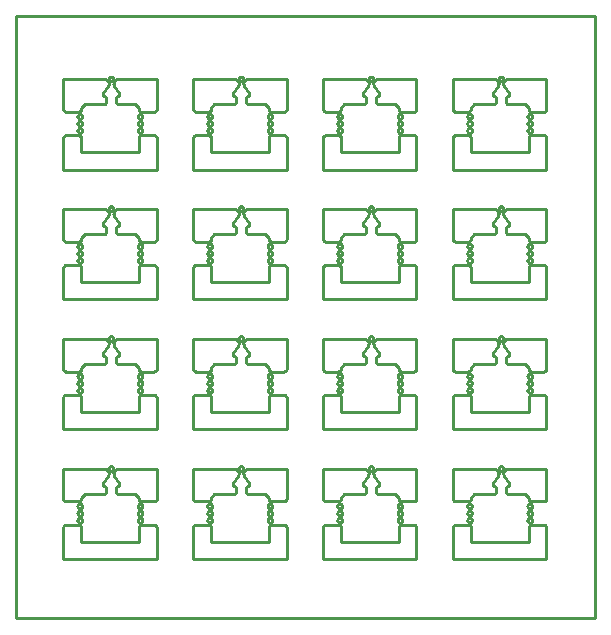
<source format=gbr>
G04 EAGLE Gerber RS-274X export*
G75*
%MOMM*%
%FSLAX34Y34*%
%LPD*%
%IN*%
%IPPOS*%
%AMOC8*
5,1,8,0,0,1.08239X$1,22.5*%
G01*
%ADD10C,0.254000*%


D10*
X-55000Y-65000D02*
X435000Y-65000D01*
X435000Y445000D01*
X-55000Y445000D01*
X-55000Y-65000D01*
X357500Y387750D02*
X357510Y387528D01*
X357540Y387308D01*
X357588Y387091D01*
X357655Y386879D01*
X357741Y386674D01*
X357844Y386477D01*
X357964Y386290D01*
X358100Y386114D01*
X358250Y385950D01*
X362000Y379700D01*
X362000Y377200D01*
X361782Y377191D01*
X361566Y377162D01*
X361353Y377115D01*
X361145Y377049D01*
X360943Y376966D01*
X360750Y376865D01*
X360566Y376748D01*
X360393Y376615D01*
X360232Y376468D01*
X360085Y376307D01*
X359952Y376134D01*
X359835Y375950D01*
X359734Y375757D01*
X359651Y375555D01*
X359585Y375347D01*
X359538Y375134D01*
X359510Y374918D01*
X359500Y374700D01*
X359500Y372700D01*
X359510Y372482D01*
X359538Y372266D01*
X359585Y372053D01*
X359651Y371845D01*
X359734Y371643D01*
X359835Y371450D01*
X359952Y371266D01*
X360085Y371093D01*
X360232Y370932D01*
X360393Y370785D01*
X360566Y370652D01*
X360750Y370535D01*
X360943Y370434D01*
X361145Y370351D01*
X361353Y370285D01*
X361566Y370238D01*
X361782Y370210D01*
X362000Y370200D01*
X376000Y370200D01*
X379000Y367200D01*
X379000Y366000D01*
X379008Y365826D01*
X379030Y365653D01*
X379068Y365482D01*
X379121Y365316D01*
X379187Y365155D01*
X379268Y365000D01*
X379362Y364853D01*
X379468Y364714D01*
X379586Y364586D01*
X379714Y364468D01*
X379853Y364362D01*
X380000Y364268D01*
X380155Y364187D01*
X380316Y364121D01*
X380482Y364068D01*
X380653Y364030D01*
X380826Y364008D01*
X381000Y364000D01*
X392000Y364000D01*
X392174Y364008D01*
X392347Y364030D01*
X392518Y364068D01*
X392684Y364121D01*
X392845Y364187D01*
X393000Y364268D01*
X393147Y364362D01*
X393286Y364468D01*
X393414Y364586D01*
X393532Y364714D01*
X393638Y364853D01*
X393732Y365000D01*
X393813Y365155D01*
X393879Y365316D01*
X393932Y365482D01*
X393970Y365653D01*
X393992Y365826D01*
X394000Y366000D01*
X394000Y391250D01*
X360000Y391250D01*
X359933Y391226D01*
X359635Y391103D01*
X359349Y390954D01*
X359077Y390780D01*
X358821Y390584D01*
X358583Y390366D01*
X358365Y390128D01*
X358169Y389872D01*
X357995Y389600D01*
X357846Y389313D01*
X357723Y389015D01*
X357626Y388707D01*
X357556Y388392D01*
X357514Y388072D01*
X357500Y387750D01*
X247500Y387750D02*
X247510Y387528D01*
X247540Y387308D01*
X247588Y387091D01*
X247655Y386879D01*
X247741Y386674D01*
X247844Y386477D01*
X247964Y386290D01*
X248100Y386114D01*
X248250Y385950D01*
X252000Y379700D01*
X252000Y377200D01*
X251782Y377191D01*
X251566Y377162D01*
X251353Y377115D01*
X251145Y377049D01*
X250943Y376966D01*
X250750Y376865D01*
X250566Y376748D01*
X250393Y376615D01*
X250232Y376468D01*
X250085Y376307D01*
X249952Y376134D01*
X249835Y375950D01*
X249734Y375757D01*
X249651Y375555D01*
X249585Y375347D01*
X249538Y375134D01*
X249510Y374918D01*
X249500Y374700D01*
X249500Y372700D01*
X249510Y372482D01*
X249538Y372266D01*
X249585Y372053D01*
X249651Y371845D01*
X249734Y371643D01*
X249835Y371450D01*
X249952Y371266D01*
X250085Y371093D01*
X250232Y370932D01*
X250393Y370785D01*
X250566Y370652D01*
X250750Y370535D01*
X250943Y370434D01*
X251145Y370351D01*
X251353Y370285D01*
X251566Y370238D01*
X251782Y370210D01*
X252000Y370200D01*
X266000Y370200D01*
X269000Y367200D01*
X269000Y366000D01*
X269008Y365826D01*
X269030Y365653D01*
X269068Y365482D01*
X269121Y365316D01*
X269187Y365155D01*
X269268Y365000D01*
X269362Y364853D01*
X269468Y364714D01*
X269586Y364586D01*
X269714Y364468D01*
X269853Y364362D01*
X270000Y364268D01*
X270155Y364187D01*
X270316Y364121D01*
X270482Y364068D01*
X270653Y364030D01*
X270826Y364008D01*
X271000Y364000D01*
X282000Y364000D01*
X282174Y364008D01*
X282347Y364030D01*
X282518Y364068D01*
X282684Y364121D01*
X282845Y364187D01*
X283000Y364268D01*
X283147Y364362D01*
X283286Y364468D01*
X283414Y364586D01*
X283532Y364714D01*
X283638Y364853D01*
X283732Y365000D01*
X283813Y365155D01*
X283879Y365316D01*
X283932Y365482D01*
X283970Y365653D01*
X283992Y365826D01*
X284000Y366000D01*
X284000Y391250D01*
X250000Y391250D01*
X249933Y391226D01*
X249635Y391103D01*
X249349Y390954D01*
X249077Y390780D01*
X248821Y390584D01*
X248583Y390366D01*
X248365Y390128D01*
X248169Y389872D01*
X247995Y389600D01*
X247846Y389313D01*
X247723Y389015D01*
X247626Y388707D01*
X247556Y388392D01*
X247514Y388072D01*
X247500Y387750D01*
X205000Y366000D02*
X205008Y365826D01*
X205030Y365653D01*
X205068Y365482D01*
X205121Y365316D01*
X205187Y365155D01*
X205268Y365000D01*
X205362Y364853D01*
X205468Y364714D01*
X205586Y364586D01*
X205714Y364468D01*
X205853Y364362D01*
X206000Y364268D01*
X206155Y364187D01*
X206316Y364121D01*
X206482Y364068D01*
X206653Y364030D01*
X206826Y364008D01*
X207000Y364000D01*
X218000Y364000D01*
X218174Y364008D01*
X218347Y364030D01*
X218518Y364068D01*
X218684Y364121D01*
X218845Y364187D01*
X219000Y364268D01*
X219147Y364362D01*
X219286Y364468D01*
X219414Y364586D01*
X219532Y364714D01*
X219638Y364853D01*
X219732Y365000D01*
X219813Y365155D01*
X219879Y365316D01*
X219932Y365482D01*
X219970Y365653D01*
X219992Y365826D01*
X220000Y366000D01*
X220000Y367200D01*
X223000Y370200D01*
X239000Y370200D01*
X239218Y370210D01*
X239434Y370238D01*
X239647Y370285D01*
X239855Y370351D01*
X240057Y370434D01*
X240250Y370535D01*
X240434Y370652D01*
X240607Y370785D01*
X240768Y370932D01*
X240915Y371093D01*
X241048Y371266D01*
X241165Y371450D01*
X241266Y371643D01*
X241349Y371845D01*
X241415Y372053D01*
X241462Y372266D01*
X241491Y372482D01*
X241500Y372700D01*
X241500Y374700D01*
X241491Y374918D01*
X241462Y375134D01*
X241415Y375347D01*
X241349Y375555D01*
X241266Y375757D01*
X241165Y375950D01*
X241048Y376134D01*
X240915Y376307D01*
X240768Y376468D01*
X240607Y376615D01*
X240434Y376748D01*
X240250Y376865D01*
X240057Y376966D01*
X239855Y377049D01*
X239647Y377115D01*
X239434Y377162D01*
X239218Y377191D01*
X239000Y377200D01*
X239000Y379700D01*
X242750Y385950D01*
X242901Y386114D01*
X243036Y386290D01*
X243156Y386477D01*
X243259Y386674D01*
X243345Y386879D01*
X243412Y387091D01*
X243460Y387308D01*
X243490Y387528D01*
X243500Y387750D01*
X243486Y388072D01*
X243444Y388392D01*
X243374Y388707D01*
X243277Y389015D01*
X243154Y389313D01*
X243005Y389600D01*
X242832Y389872D01*
X242635Y390128D01*
X242417Y390366D01*
X242179Y390584D01*
X241923Y390780D01*
X241651Y390954D01*
X241365Y391103D01*
X241067Y391226D01*
X241000Y391250D01*
X205000Y391250D01*
X205000Y366000D01*
X137500Y387750D02*
X137510Y387528D01*
X137540Y387308D01*
X137588Y387091D01*
X137655Y386879D01*
X137741Y386674D01*
X137844Y386477D01*
X137964Y386290D01*
X138100Y386114D01*
X138250Y385950D01*
X142000Y379700D01*
X142000Y377200D01*
X141782Y377191D01*
X141566Y377162D01*
X141353Y377115D01*
X141145Y377049D01*
X140943Y376966D01*
X140750Y376865D01*
X140566Y376748D01*
X140393Y376615D01*
X140232Y376468D01*
X140085Y376307D01*
X139952Y376134D01*
X139835Y375950D01*
X139734Y375757D01*
X139651Y375555D01*
X139585Y375347D01*
X139538Y375134D01*
X139510Y374918D01*
X139500Y374700D01*
X139500Y372700D01*
X139510Y372482D01*
X139538Y372266D01*
X139585Y372053D01*
X139651Y371845D01*
X139734Y371643D01*
X139835Y371450D01*
X139952Y371266D01*
X140085Y371093D01*
X140232Y370932D01*
X140393Y370785D01*
X140566Y370652D01*
X140750Y370535D01*
X140943Y370434D01*
X141145Y370351D01*
X141353Y370285D01*
X141566Y370238D01*
X141782Y370210D01*
X142000Y370200D01*
X156000Y370200D01*
X159000Y367200D01*
X159000Y366000D01*
X159008Y365826D01*
X159030Y365653D01*
X159068Y365482D01*
X159121Y365316D01*
X159187Y365155D01*
X159268Y365000D01*
X159362Y364853D01*
X159468Y364714D01*
X159586Y364586D01*
X159714Y364468D01*
X159853Y364362D01*
X160000Y364268D01*
X160155Y364187D01*
X160316Y364121D01*
X160482Y364068D01*
X160653Y364030D01*
X160826Y364008D01*
X161000Y364000D01*
X172000Y364000D01*
X172174Y364008D01*
X172347Y364030D01*
X172518Y364068D01*
X172684Y364121D01*
X172845Y364187D01*
X173000Y364268D01*
X173147Y364362D01*
X173286Y364468D01*
X173414Y364586D01*
X173532Y364714D01*
X173638Y364853D01*
X173732Y365000D01*
X173813Y365155D01*
X173879Y365316D01*
X173932Y365482D01*
X173970Y365653D01*
X173992Y365826D01*
X174000Y366000D01*
X174000Y391250D01*
X140000Y391250D01*
X139933Y391226D01*
X139635Y391103D01*
X139349Y390954D01*
X139077Y390780D01*
X138821Y390584D01*
X138583Y390366D01*
X138365Y390128D01*
X138169Y389872D01*
X137995Y389600D01*
X137846Y389313D01*
X137723Y389015D01*
X137626Y388707D01*
X137556Y388392D01*
X137514Y388072D01*
X137500Y387750D01*
X27500Y387750D02*
X27510Y387528D01*
X27540Y387308D01*
X27588Y387091D01*
X27655Y386879D01*
X27741Y386674D01*
X27844Y386477D01*
X27964Y386290D01*
X28100Y386114D01*
X28250Y385950D01*
X32000Y379700D01*
X32000Y377200D01*
X31782Y377191D01*
X31566Y377162D01*
X31353Y377115D01*
X31145Y377049D01*
X30943Y376966D01*
X30750Y376865D01*
X30566Y376748D01*
X30393Y376615D01*
X30232Y376468D01*
X30085Y376307D01*
X29952Y376134D01*
X29835Y375950D01*
X29734Y375757D01*
X29651Y375555D01*
X29585Y375347D01*
X29538Y375134D01*
X29510Y374918D01*
X29500Y374700D01*
X29500Y372700D01*
X29510Y372482D01*
X29538Y372266D01*
X29585Y372053D01*
X29651Y371845D01*
X29734Y371643D01*
X29835Y371450D01*
X29952Y371266D01*
X30085Y371093D01*
X30232Y370932D01*
X30393Y370785D01*
X30566Y370652D01*
X30750Y370535D01*
X30943Y370434D01*
X31145Y370351D01*
X31353Y370285D01*
X31566Y370238D01*
X31782Y370210D01*
X32000Y370200D01*
X46000Y370200D01*
X49000Y367200D01*
X49000Y366000D01*
X49008Y365826D01*
X49030Y365653D01*
X49068Y365482D01*
X49121Y365316D01*
X49187Y365155D01*
X49268Y365000D01*
X49362Y364853D01*
X49468Y364714D01*
X49586Y364586D01*
X49714Y364468D01*
X49853Y364362D01*
X50000Y364268D01*
X50155Y364187D01*
X50316Y364121D01*
X50482Y364068D01*
X50653Y364030D01*
X50826Y364008D01*
X51000Y364000D01*
X62000Y364000D01*
X62174Y364008D01*
X62347Y364030D01*
X62518Y364068D01*
X62684Y364121D01*
X62845Y364187D01*
X63000Y364268D01*
X63147Y364362D01*
X63286Y364468D01*
X63414Y364586D01*
X63532Y364714D01*
X63638Y364853D01*
X63732Y365000D01*
X63813Y365155D01*
X63879Y365316D01*
X63932Y365482D01*
X63970Y365653D01*
X63992Y365826D01*
X64000Y366000D01*
X64000Y391250D01*
X30000Y391250D01*
X29933Y391226D01*
X29635Y391103D01*
X29349Y390954D01*
X29077Y390780D01*
X28821Y390584D01*
X28583Y390366D01*
X28365Y390128D01*
X28169Y389872D01*
X27995Y389600D01*
X27846Y389313D01*
X27723Y389015D01*
X27626Y388707D01*
X27556Y388392D01*
X27514Y388072D01*
X27500Y387750D01*
X-15000Y366000D02*
X-14992Y365826D01*
X-14970Y365653D01*
X-14932Y365482D01*
X-14879Y365316D01*
X-14813Y365155D01*
X-14732Y365000D01*
X-14638Y364853D01*
X-14532Y364714D01*
X-14414Y364586D01*
X-14286Y364468D01*
X-14147Y364362D01*
X-14000Y364268D01*
X-13845Y364187D01*
X-13684Y364121D01*
X-13518Y364068D01*
X-13347Y364030D01*
X-13174Y364008D01*
X-13000Y364000D01*
X-2000Y364000D01*
X-1826Y364008D01*
X-1653Y364030D01*
X-1482Y364068D01*
X-1316Y364121D01*
X-1155Y364187D01*
X-1000Y364268D01*
X-853Y364362D01*
X-714Y364468D01*
X-586Y364586D01*
X-468Y364714D01*
X-362Y364853D01*
X-268Y365000D01*
X-187Y365155D01*
X-121Y365316D01*
X-68Y365482D01*
X-30Y365653D01*
X-8Y365826D01*
X0Y366000D01*
X0Y367200D01*
X3000Y370200D01*
X19000Y370200D01*
X19218Y370210D01*
X19434Y370238D01*
X19647Y370285D01*
X19855Y370351D01*
X20057Y370434D01*
X20250Y370535D01*
X20434Y370652D01*
X20607Y370785D01*
X20768Y370932D01*
X20915Y371093D01*
X21048Y371266D01*
X21165Y371450D01*
X21266Y371643D01*
X21349Y371845D01*
X21415Y372053D01*
X21462Y372266D01*
X21491Y372482D01*
X21500Y372700D01*
X21500Y374700D01*
X21491Y374918D01*
X21462Y375134D01*
X21415Y375347D01*
X21349Y375555D01*
X21266Y375757D01*
X21165Y375950D01*
X21048Y376134D01*
X20915Y376307D01*
X20768Y376468D01*
X20607Y376615D01*
X20434Y376748D01*
X20250Y376865D01*
X20057Y376966D01*
X19855Y377049D01*
X19647Y377115D01*
X19434Y377162D01*
X19218Y377191D01*
X19000Y377200D01*
X19000Y379700D01*
X22750Y385950D01*
X22901Y386114D01*
X23036Y386290D01*
X23156Y386477D01*
X23259Y386674D01*
X23345Y386879D01*
X23412Y387091D01*
X23460Y387308D01*
X23490Y387528D01*
X23500Y387750D01*
X23486Y388072D01*
X23444Y388392D01*
X23374Y388707D01*
X23277Y389015D01*
X23154Y389313D01*
X23005Y389600D01*
X22832Y389872D01*
X22635Y390128D01*
X22417Y390366D01*
X22179Y390584D01*
X21923Y390780D01*
X21651Y390954D01*
X21365Y391103D01*
X21067Y391226D01*
X21000Y391250D01*
X-15000Y391250D01*
X-15000Y366000D01*
X137500Y57750D02*
X137510Y57528D01*
X137540Y57308D01*
X137588Y57091D01*
X137655Y56879D01*
X137741Y56674D01*
X137844Y56477D01*
X137964Y56290D01*
X138100Y56114D01*
X138250Y55950D01*
X142000Y49700D01*
X142000Y47200D01*
X141782Y47191D01*
X141566Y47162D01*
X141353Y47115D01*
X141145Y47049D01*
X140943Y46966D01*
X140750Y46865D01*
X140566Y46748D01*
X140393Y46615D01*
X140232Y46468D01*
X140085Y46307D01*
X139952Y46134D01*
X139835Y45950D01*
X139734Y45757D01*
X139651Y45555D01*
X139585Y45347D01*
X139538Y45134D01*
X139510Y44918D01*
X139500Y44700D01*
X139500Y42700D01*
X139510Y42482D01*
X139538Y42266D01*
X139585Y42053D01*
X139651Y41845D01*
X139734Y41643D01*
X139835Y41450D01*
X139952Y41266D01*
X140085Y41093D01*
X140232Y40932D01*
X140393Y40785D01*
X140566Y40652D01*
X140750Y40535D01*
X140943Y40434D01*
X141145Y40351D01*
X141353Y40285D01*
X141566Y40238D01*
X141782Y40210D01*
X142000Y40200D01*
X156000Y40200D01*
X159000Y37200D01*
X159000Y36000D01*
X159008Y35826D01*
X159030Y35653D01*
X159068Y35482D01*
X159121Y35316D01*
X159187Y35155D01*
X159268Y35000D01*
X159362Y34853D01*
X159468Y34714D01*
X159586Y34586D01*
X159714Y34468D01*
X159853Y34362D01*
X160000Y34268D01*
X160155Y34187D01*
X160316Y34121D01*
X160482Y34068D01*
X160653Y34030D01*
X160826Y34008D01*
X161000Y34000D01*
X172000Y34000D01*
X172174Y34008D01*
X172347Y34030D01*
X172518Y34068D01*
X172684Y34121D01*
X172845Y34187D01*
X173000Y34268D01*
X173147Y34362D01*
X173286Y34468D01*
X173414Y34586D01*
X173532Y34714D01*
X173638Y34853D01*
X173732Y35000D01*
X173813Y35155D01*
X173879Y35316D01*
X173932Y35482D01*
X173970Y35653D01*
X173992Y35826D01*
X174000Y36000D01*
X174000Y61250D01*
X140000Y61250D01*
X139933Y61226D01*
X139635Y61103D01*
X139349Y60954D01*
X139077Y60780D01*
X138821Y60584D01*
X138583Y60366D01*
X138365Y60128D01*
X138169Y59872D01*
X137995Y59600D01*
X137846Y59313D01*
X137723Y59015D01*
X137626Y58707D01*
X137556Y58392D01*
X137514Y58072D01*
X137500Y57750D01*
X27500Y57750D02*
X27510Y57528D01*
X27540Y57308D01*
X27588Y57091D01*
X27655Y56879D01*
X27741Y56674D01*
X27844Y56477D01*
X27964Y56290D01*
X28100Y56114D01*
X28250Y55950D01*
X32000Y49700D01*
X32000Y47200D01*
X31782Y47191D01*
X31566Y47162D01*
X31353Y47115D01*
X31145Y47049D01*
X30943Y46966D01*
X30750Y46865D01*
X30566Y46748D01*
X30393Y46615D01*
X30232Y46468D01*
X30085Y46307D01*
X29952Y46134D01*
X29835Y45950D01*
X29734Y45757D01*
X29651Y45555D01*
X29585Y45347D01*
X29538Y45134D01*
X29510Y44918D01*
X29500Y44700D01*
X29500Y42700D01*
X29510Y42482D01*
X29538Y42266D01*
X29585Y42053D01*
X29651Y41845D01*
X29734Y41643D01*
X29835Y41450D01*
X29952Y41266D01*
X30085Y41093D01*
X30232Y40932D01*
X30393Y40785D01*
X30566Y40652D01*
X30750Y40535D01*
X30943Y40434D01*
X31145Y40351D01*
X31353Y40285D01*
X31566Y40238D01*
X31782Y40210D01*
X32000Y40200D01*
X46000Y40200D01*
X49000Y37200D01*
X49000Y36000D01*
X49008Y35826D01*
X49030Y35653D01*
X49068Y35482D01*
X49121Y35316D01*
X49187Y35155D01*
X49268Y35000D01*
X49362Y34853D01*
X49468Y34714D01*
X49586Y34586D01*
X49714Y34468D01*
X49853Y34362D01*
X50000Y34268D01*
X50155Y34187D01*
X50316Y34121D01*
X50482Y34068D01*
X50653Y34030D01*
X50826Y34008D01*
X51000Y34000D01*
X62000Y34000D01*
X62174Y34008D01*
X62347Y34030D01*
X62518Y34068D01*
X62684Y34121D01*
X62845Y34187D01*
X63000Y34268D01*
X63147Y34362D01*
X63286Y34468D01*
X63414Y34586D01*
X63532Y34714D01*
X63638Y34853D01*
X63732Y35000D01*
X63813Y35155D01*
X63879Y35316D01*
X63932Y35482D01*
X63970Y35653D01*
X63992Y35826D01*
X64000Y36000D01*
X64000Y61250D01*
X30000Y61250D01*
X29933Y61226D01*
X29635Y61103D01*
X29349Y60954D01*
X29077Y60780D01*
X28821Y60584D01*
X28583Y60366D01*
X28365Y60128D01*
X28169Y59872D01*
X27995Y59600D01*
X27846Y59313D01*
X27723Y59015D01*
X27626Y58707D01*
X27556Y58392D01*
X27514Y58072D01*
X27500Y57750D01*
X-15000Y36000D02*
X-14992Y35826D01*
X-14970Y35653D01*
X-14932Y35482D01*
X-14879Y35316D01*
X-14813Y35155D01*
X-14732Y35000D01*
X-14638Y34853D01*
X-14532Y34714D01*
X-14414Y34586D01*
X-14286Y34468D01*
X-14147Y34362D01*
X-14000Y34268D01*
X-13845Y34187D01*
X-13684Y34121D01*
X-13518Y34068D01*
X-13347Y34030D01*
X-13174Y34008D01*
X-13000Y34000D01*
X-2000Y34000D01*
X-1826Y34008D01*
X-1653Y34030D01*
X-1482Y34068D01*
X-1316Y34121D01*
X-1155Y34187D01*
X-1000Y34268D01*
X-853Y34362D01*
X-714Y34468D01*
X-586Y34586D01*
X-468Y34714D01*
X-362Y34853D01*
X-268Y35000D01*
X-187Y35155D01*
X-121Y35316D01*
X-68Y35482D01*
X-30Y35653D01*
X-8Y35826D01*
X0Y36000D01*
X0Y37200D01*
X3000Y40200D01*
X19000Y40200D01*
X19218Y40210D01*
X19434Y40238D01*
X19647Y40285D01*
X19855Y40351D01*
X20057Y40434D01*
X20250Y40535D01*
X20434Y40652D01*
X20607Y40785D01*
X20768Y40932D01*
X20915Y41093D01*
X21048Y41266D01*
X21165Y41450D01*
X21266Y41643D01*
X21349Y41845D01*
X21415Y42053D01*
X21462Y42266D01*
X21491Y42482D01*
X21500Y42700D01*
X21500Y44700D01*
X21491Y44918D01*
X21462Y45134D01*
X21415Y45347D01*
X21349Y45555D01*
X21266Y45757D01*
X21165Y45950D01*
X21048Y46134D01*
X20915Y46307D01*
X20768Y46468D01*
X20607Y46615D01*
X20434Y46748D01*
X20250Y46865D01*
X20057Y46966D01*
X19855Y47049D01*
X19647Y47115D01*
X19434Y47162D01*
X19218Y47191D01*
X19000Y47200D01*
X19000Y49700D01*
X22750Y55950D01*
X22901Y56114D01*
X23036Y56290D01*
X23156Y56477D01*
X23259Y56674D01*
X23345Y56879D01*
X23412Y57091D01*
X23460Y57308D01*
X23490Y57528D01*
X23500Y57750D01*
X23486Y58072D01*
X23444Y58392D01*
X23374Y58707D01*
X23277Y59015D01*
X23154Y59313D01*
X23005Y59600D01*
X22832Y59872D01*
X22635Y60128D01*
X22417Y60366D01*
X22179Y60584D01*
X21923Y60780D01*
X21651Y60954D01*
X21365Y61103D01*
X21067Y61226D01*
X21000Y61250D01*
X-15000Y61250D01*
X-15000Y36000D01*
X247500Y57750D02*
X247510Y57528D01*
X247540Y57308D01*
X247588Y57091D01*
X247655Y56879D01*
X247741Y56674D01*
X247844Y56477D01*
X247964Y56290D01*
X248100Y56114D01*
X248250Y55950D01*
X252000Y49700D01*
X252000Y47200D01*
X251782Y47191D01*
X251566Y47162D01*
X251353Y47115D01*
X251145Y47049D01*
X250943Y46966D01*
X250750Y46865D01*
X250566Y46748D01*
X250393Y46615D01*
X250232Y46468D01*
X250085Y46307D01*
X249952Y46134D01*
X249835Y45950D01*
X249734Y45757D01*
X249651Y45555D01*
X249585Y45347D01*
X249538Y45134D01*
X249510Y44918D01*
X249500Y44700D01*
X249500Y42700D01*
X249510Y42482D01*
X249538Y42266D01*
X249585Y42053D01*
X249651Y41845D01*
X249734Y41643D01*
X249835Y41450D01*
X249952Y41266D01*
X250085Y41093D01*
X250232Y40932D01*
X250393Y40785D01*
X250566Y40652D01*
X250750Y40535D01*
X250943Y40434D01*
X251145Y40351D01*
X251353Y40285D01*
X251566Y40238D01*
X251782Y40210D01*
X252000Y40200D01*
X266000Y40200D01*
X269000Y37200D01*
X269000Y36000D01*
X269008Y35826D01*
X269030Y35653D01*
X269068Y35482D01*
X269121Y35316D01*
X269187Y35155D01*
X269268Y35000D01*
X269362Y34853D01*
X269468Y34714D01*
X269586Y34586D01*
X269714Y34468D01*
X269853Y34362D01*
X270000Y34268D01*
X270155Y34187D01*
X270316Y34121D01*
X270482Y34068D01*
X270653Y34030D01*
X270826Y34008D01*
X271000Y34000D01*
X282000Y34000D01*
X282174Y34008D01*
X282347Y34030D01*
X282518Y34068D01*
X282684Y34121D01*
X282845Y34187D01*
X283000Y34268D01*
X283147Y34362D01*
X283286Y34468D01*
X283414Y34586D01*
X283532Y34714D01*
X283638Y34853D01*
X283732Y35000D01*
X283813Y35155D01*
X283879Y35316D01*
X283932Y35482D01*
X283970Y35653D01*
X283992Y35826D01*
X284000Y36000D01*
X284000Y61250D01*
X250000Y61250D01*
X249933Y61226D01*
X249635Y61103D01*
X249349Y60954D01*
X249077Y60780D01*
X248821Y60584D01*
X248583Y60366D01*
X248365Y60128D01*
X248169Y59872D01*
X247995Y59600D01*
X247846Y59313D01*
X247723Y59015D01*
X247626Y58707D01*
X247556Y58392D01*
X247514Y58072D01*
X247500Y57750D01*
X205000Y36000D02*
X205008Y35826D01*
X205030Y35653D01*
X205068Y35482D01*
X205121Y35316D01*
X205187Y35155D01*
X205268Y35000D01*
X205362Y34853D01*
X205468Y34714D01*
X205586Y34586D01*
X205714Y34468D01*
X205853Y34362D01*
X206000Y34268D01*
X206155Y34187D01*
X206316Y34121D01*
X206482Y34068D01*
X206653Y34030D01*
X206826Y34008D01*
X207000Y34000D01*
X218000Y34000D01*
X218174Y34008D01*
X218347Y34030D01*
X218518Y34068D01*
X218684Y34121D01*
X218845Y34187D01*
X219000Y34268D01*
X219147Y34362D01*
X219286Y34468D01*
X219414Y34586D01*
X219532Y34714D01*
X219638Y34853D01*
X219732Y35000D01*
X219813Y35155D01*
X219879Y35316D01*
X219932Y35482D01*
X219970Y35653D01*
X219992Y35826D01*
X220000Y36000D01*
X220000Y37200D01*
X223000Y40200D01*
X239000Y40200D01*
X239218Y40210D01*
X239434Y40238D01*
X239647Y40285D01*
X239855Y40351D01*
X240057Y40434D01*
X240250Y40535D01*
X240434Y40652D01*
X240607Y40785D01*
X240768Y40932D01*
X240915Y41093D01*
X241048Y41266D01*
X241165Y41450D01*
X241266Y41643D01*
X241349Y41845D01*
X241415Y42053D01*
X241462Y42266D01*
X241491Y42482D01*
X241500Y42700D01*
X241500Y44700D01*
X241491Y44918D01*
X241462Y45134D01*
X241415Y45347D01*
X241349Y45555D01*
X241266Y45757D01*
X241165Y45950D01*
X241048Y46134D01*
X240915Y46307D01*
X240768Y46468D01*
X240607Y46615D01*
X240434Y46748D01*
X240250Y46865D01*
X240057Y46966D01*
X239855Y47049D01*
X239647Y47115D01*
X239434Y47162D01*
X239218Y47191D01*
X239000Y47200D01*
X239000Y49700D01*
X242750Y55950D01*
X242901Y56114D01*
X243036Y56290D01*
X243156Y56477D01*
X243259Y56674D01*
X243345Y56879D01*
X243412Y57091D01*
X243460Y57308D01*
X243490Y57528D01*
X243500Y57750D01*
X243486Y58072D01*
X243444Y58392D01*
X243374Y58707D01*
X243277Y59015D01*
X243154Y59313D01*
X243005Y59600D01*
X242832Y59872D01*
X242635Y60128D01*
X242417Y60366D01*
X242179Y60584D01*
X241923Y60780D01*
X241651Y60954D01*
X241365Y61103D01*
X241067Y61226D01*
X241000Y61250D01*
X205000Y61250D01*
X205000Y36000D01*
X357500Y57750D02*
X357510Y57528D01*
X357540Y57308D01*
X357588Y57091D01*
X357655Y56879D01*
X357741Y56674D01*
X357844Y56477D01*
X357964Y56290D01*
X358100Y56114D01*
X358250Y55950D01*
X362000Y49700D01*
X362000Y47200D01*
X361782Y47191D01*
X361566Y47162D01*
X361353Y47115D01*
X361145Y47049D01*
X360943Y46966D01*
X360750Y46865D01*
X360566Y46748D01*
X360393Y46615D01*
X360232Y46468D01*
X360085Y46307D01*
X359952Y46134D01*
X359835Y45950D01*
X359734Y45757D01*
X359651Y45555D01*
X359585Y45347D01*
X359538Y45134D01*
X359510Y44918D01*
X359500Y44700D01*
X359500Y42700D01*
X359510Y42482D01*
X359538Y42266D01*
X359585Y42053D01*
X359651Y41845D01*
X359734Y41643D01*
X359835Y41450D01*
X359952Y41266D01*
X360085Y41093D01*
X360232Y40932D01*
X360393Y40785D01*
X360566Y40652D01*
X360750Y40535D01*
X360943Y40434D01*
X361145Y40351D01*
X361353Y40285D01*
X361566Y40238D01*
X361782Y40210D01*
X362000Y40200D01*
X376000Y40200D01*
X379000Y37200D01*
X379000Y36000D01*
X379008Y35826D01*
X379030Y35653D01*
X379068Y35482D01*
X379121Y35316D01*
X379187Y35155D01*
X379268Y35000D01*
X379362Y34853D01*
X379468Y34714D01*
X379586Y34586D01*
X379714Y34468D01*
X379853Y34362D01*
X380000Y34268D01*
X380155Y34187D01*
X380316Y34121D01*
X380482Y34068D01*
X380653Y34030D01*
X380826Y34008D01*
X381000Y34000D01*
X392000Y34000D01*
X392174Y34008D01*
X392347Y34030D01*
X392518Y34068D01*
X392684Y34121D01*
X392845Y34187D01*
X393000Y34268D01*
X393147Y34362D01*
X393286Y34468D01*
X393414Y34586D01*
X393532Y34714D01*
X393638Y34853D01*
X393732Y35000D01*
X393813Y35155D01*
X393879Y35316D01*
X393932Y35482D01*
X393970Y35653D01*
X393992Y35826D01*
X394000Y36000D01*
X394000Y61250D01*
X360000Y61250D01*
X359933Y61226D01*
X359635Y61103D01*
X359349Y60954D01*
X359077Y60780D01*
X358821Y60584D01*
X358583Y60366D01*
X358365Y60128D01*
X358169Y59872D01*
X357995Y59600D01*
X357846Y59313D01*
X357723Y59015D01*
X357626Y58707D01*
X357556Y58392D01*
X357514Y58072D01*
X357500Y57750D01*
X27500Y167750D02*
X27510Y167528D01*
X27540Y167308D01*
X27588Y167091D01*
X27655Y166879D01*
X27741Y166674D01*
X27844Y166477D01*
X27964Y166290D01*
X28100Y166114D01*
X28250Y165950D01*
X32000Y159700D01*
X32000Y157200D01*
X31782Y157191D01*
X31566Y157162D01*
X31353Y157115D01*
X31145Y157049D01*
X30943Y156966D01*
X30750Y156865D01*
X30566Y156748D01*
X30393Y156615D01*
X30232Y156468D01*
X30085Y156307D01*
X29952Y156134D01*
X29835Y155950D01*
X29734Y155757D01*
X29651Y155555D01*
X29585Y155347D01*
X29538Y155134D01*
X29510Y154918D01*
X29500Y154700D01*
X29500Y152700D01*
X29510Y152482D01*
X29538Y152266D01*
X29585Y152053D01*
X29651Y151845D01*
X29734Y151643D01*
X29835Y151450D01*
X29952Y151266D01*
X30085Y151093D01*
X30232Y150932D01*
X30393Y150785D01*
X30566Y150652D01*
X30750Y150535D01*
X30943Y150434D01*
X31145Y150351D01*
X31353Y150285D01*
X31566Y150238D01*
X31782Y150210D01*
X32000Y150200D01*
X46000Y150200D01*
X49000Y147200D01*
X49000Y146000D01*
X49008Y145826D01*
X49030Y145653D01*
X49068Y145482D01*
X49121Y145316D01*
X49187Y145155D01*
X49268Y145000D01*
X49362Y144853D01*
X49468Y144714D01*
X49586Y144586D01*
X49714Y144468D01*
X49853Y144362D01*
X50000Y144268D01*
X50155Y144187D01*
X50316Y144121D01*
X50482Y144068D01*
X50653Y144030D01*
X50826Y144008D01*
X51000Y144000D01*
X62000Y144000D01*
X62174Y144008D01*
X62347Y144030D01*
X62518Y144068D01*
X62684Y144121D01*
X62845Y144187D01*
X63000Y144268D01*
X63147Y144362D01*
X63286Y144468D01*
X63414Y144586D01*
X63532Y144714D01*
X63638Y144853D01*
X63732Y145000D01*
X63813Y145155D01*
X63879Y145316D01*
X63932Y145482D01*
X63970Y145653D01*
X63992Y145826D01*
X64000Y146000D01*
X64000Y171250D01*
X30000Y171250D01*
X29933Y171226D01*
X29635Y171103D01*
X29349Y170954D01*
X29077Y170780D01*
X28821Y170584D01*
X28583Y170366D01*
X28365Y170128D01*
X28169Y169872D01*
X27995Y169600D01*
X27846Y169313D01*
X27723Y169015D01*
X27626Y168707D01*
X27556Y168392D01*
X27514Y168072D01*
X27500Y167750D01*
X-15000Y146000D02*
X-14992Y145826D01*
X-14970Y145653D01*
X-14932Y145482D01*
X-14879Y145316D01*
X-14813Y145155D01*
X-14732Y145000D01*
X-14638Y144853D01*
X-14532Y144714D01*
X-14414Y144586D01*
X-14286Y144468D01*
X-14147Y144362D01*
X-14000Y144268D01*
X-13845Y144187D01*
X-13684Y144121D01*
X-13518Y144068D01*
X-13347Y144030D01*
X-13174Y144008D01*
X-13000Y144000D01*
X-2000Y144000D01*
X-1826Y144008D01*
X-1653Y144030D01*
X-1482Y144068D01*
X-1316Y144121D01*
X-1155Y144187D01*
X-1000Y144268D01*
X-853Y144362D01*
X-714Y144468D01*
X-586Y144586D01*
X-468Y144714D01*
X-362Y144853D01*
X-268Y145000D01*
X-187Y145155D01*
X-121Y145316D01*
X-68Y145482D01*
X-30Y145653D01*
X-8Y145826D01*
X0Y146000D01*
X0Y147200D01*
X3000Y150200D01*
X19000Y150200D01*
X19218Y150210D01*
X19434Y150238D01*
X19647Y150285D01*
X19855Y150351D01*
X20057Y150434D01*
X20250Y150535D01*
X20434Y150652D01*
X20607Y150785D01*
X20768Y150932D01*
X20915Y151093D01*
X21048Y151266D01*
X21165Y151450D01*
X21266Y151643D01*
X21349Y151845D01*
X21415Y152053D01*
X21462Y152266D01*
X21491Y152482D01*
X21500Y152700D01*
X21500Y154700D01*
X21491Y154918D01*
X21462Y155134D01*
X21415Y155347D01*
X21349Y155555D01*
X21266Y155757D01*
X21165Y155950D01*
X21048Y156134D01*
X20915Y156307D01*
X20768Y156468D01*
X20607Y156615D01*
X20434Y156748D01*
X20250Y156865D01*
X20057Y156966D01*
X19855Y157049D01*
X19647Y157115D01*
X19434Y157162D01*
X19218Y157191D01*
X19000Y157200D01*
X19000Y159700D01*
X22750Y165950D01*
X22901Y166114D01*
X23036Y166290D01*
X23156Y166477D01*
X23259Y166674D01*
X23345Y166879D01*
X23412Y167091D01*
X23460Y167308D01*
X23490Y167528D01*
X23500Y167750D01*
X23499Y167821D01*
X23479Y168143D01*
X23431Y168462D01*
X23355Y168776D01*
X23252Y169082D01*
X23123Y169377D01*
X22969Y169661D01*
X22790Y169930D01*
X22589Y170182D01*
X22367Y170415D01*
X22125Y170629D01*
X21865Y170820D01*
X21589Y170989D01*
X21300Y171132D01*
X21000Y171250D01*
X-15000Y171250D01*
X-15000Y146000D01*
X137500Y167750D02*
X137510Y167528D01*
X137540Y167308D01*
X137588Y167091D01*
X137655Y166879D01*
X137741Y166674D01*
X137844Y166477D01*
X137964Y166290D01*
X138099Y166114D01*
X138250Y165950D01*
X142000Y159700D01*
X142000Y157200D01*
X141782Y157191D01*
X141566Y157162D01*
X141353Y157115D01*
X141145Y157049D01*
X140943Y156966D01*
X140750Y156865D01*
X140566Y156748D01*
X140393Y156615D01*
X140232Y156468D01*
X140085Y156307D01*
X139952Y156134D01*
X139835Y155950D01*
X139734Y155757D01*
X139651Y155555D01*
X139585Y155347D01*
X139538Y155134D01*
X139510Y154918D01*
X139500Y154700D01*
X139500Y152700D01*
X139510Y152482D01*
X139538Y152266D01*
X139585Y152053D01*
X139651Y151845D01*
X139734Y151643D01*
X139835Y151450D01*
X139952Y151266D01*
X140085Y151093D01*
X140232Y150932D01*
X140393Y150785D01*
X140566Y150652D01*
X140750Y150535D01*
X140943Y150434D01*
X141145Y150351D01*
X141353Y150285D01*
X141566Y150238D01*
X141782Y150210D01*
X142000Y150200D01*
X156000Y150200D01*
X159000Y147200D01*
X159000Y146000D01*
X159008Y145826D01*
X159030Y145653D01*
X159068Y145482D01*
X159121Y145316D01*
X159187Y145155D01*
X159268Y145000D01*
X159362Y144853D01*
X159468Y144714D01*
X159586Y144586D01*
X159714Y144468D01*
X159853Y144362D01*
X160000Y144268D01*
X160155Y144187D01*
X160316Y144121D01*
X160482Y144068D01*
X160653Y144030D01*
X160826Y144008D01*
X161000Y144000D01*
X172000Y144000D01*
X172174Y144008D01*
X172347Y144030D01*
X172518Y144068D01*
X172684Y144121D01*
X172845Y144187D01*
X173000Y144268D01*
X173147Y144362D01*
X173286Y144468D01*
X173414Y144586D01*
X173532Y144714D01*
X173638Y144853D01*
X173732Y145000D01*
X173813Y145155D01*
X173879Y145316D01*
X173932Y145482D01*
X173970Y145653D01*
X173992Y145826D01*
X174000Y146000D01*
X174000Y171250D01*
X140000Y171250D01*
X139700Y171132D01*
X139411Y170989D01*
X139135Y170820D01*
X138876Y170629D01*
X138634Y170415D01*
X138411Y170182D01*
X138210Y169930D01*
X138031Y169661D01*
X137877Y169377D01*
X137748Y169082D01*
X137645Y168776D01*
X137569Y168462D01*
X137521Y168143D01*
X137501Y167821D01*
X137500Y167750D01*
X247500Y167750D02*
X247510Y167528D01*
X247540Y167308D01*
X247588Y167091D01*
X247655Y166879D01*
X247741Y166674D01*
X247844Y166477D01*
X247964Y166290D01*
X248099Y166114D01*
X248250Y165950D01*
X252000Y159700D01*
X252000Y157200D01*
X251782Y157191D01*
X251566Y157162D01*
X251353Y157115D01*
X251145Y157049D01*
X250943Y156966D01*
X250750Y156865D01*
X250566Y156748D01*
X250393Y156615D01*
X250232Y156468D01*
X250085Y156307D01*
X249952Y156134D01*
X249835Y155950D01*
X249734Y155757D01*
X249651Y155555D01*
X249585Y155347D01*
X249538Y155134D01*
X249510Y154918D01*
X249500Y154700D01*
X249500Y152700D01*
X249510Y152482D01*
X249538Y152266D01*
X249585Y152053D01*
X249651Y151845D01*
X249734Y151643D01*
X249835Y151450D01*
X249952Y151266D01*
X250085Y151093D01*
X250232Y150932D01*
X250393Y150785D01*
X250566Y150652D01*
X250750Y150535D01*
X250943Y150434D01*
X251145Y150351D01*
X251353Y150285D01*
X251566Y150238D01*
X251782Y150210D01*
X252000Y150200D01*
X266000Y150200D01*
X269000Y147200D01*
X269000Y146000D01*
X269008Y145826D01*
X269030Y145653D01*
X269068Y145482D01*
X269121Y145316D01*
X269187Y145155D01*
X269268Y145000D01*
X269362Y144853D01*
X269468Y144714D01*
X269586Y144586D01*
X269714Y144468D01*
X269853Y144362D01*
X270000Y144268D01*
X270155Y144187D01*
X270316Y144121D01*
X270482Y144068D01*
X270653Y144030D01*
X270826Y144008D01*
X271000Y144000D01*
X282000Y144000D01*
X282174Y144008D01*
X282347Y144030D01*
X282518Y144068D01*
X282684Y144121D01*
X282845Y144187D01*
X283000Y144268D01*
X283147Y144362D01*
X283286Y144468D01*
X283414Y144586D01*
X283532Y144714D01*
X283638Y144853D01*
X283732Y145000D01*
X283813Y145155D01*
X283879Y145316D01*
X283932Y145482D01*
X283970Y145653D01*
X283992Y145826D01*
X284000Y146000D01*
X284000Y171250D01*
X250000Y171250D01*
X249700Y171132D01*
X249411Y170989D01*
X249135Y170820D01*
X248876Y170629D01*
X248634Y170415D01*
X248411Y170182D01*
X248210Y169930D01*
X248031Y169661D01*
X247877Y169377D01*
X247748Y169082D01*
X247645Y168776D01*
X247569Y168462D01*
X247521Y168143D01*
X247501Y167821D01*
X247500Y167750D01*
X205000Y146000D02*
X205008Y145826D01*
X205030Y145653D01*
X205068Y145482D01*
X205121Y145316D01*
X205187Y145155D01*
X205268Y145000D01*
X205362Y144853D01*
X205468Y144714D01*
X205586Y144586D01*
X205714Y144468D01*
X205853Y144362D01*
X206000Y144268D01*
X206155Y144187D01*
X206316Y144121D01*
X206482Y144068D01*
X206653Y144030D01*
X206826Y144008D01*
X207000Y144000D01*
X218000Y144000D01*
X218174Y144008D01*
X218347Y144030D01*
X218518Y144068D01*
X218684Y144121D01*
X218845Y144187D01*
X219000Y144268D01*
X219147Y144362D01*
X219286Y144468D01*
X219414Y144586D01*
X219532Y144714D01*
X219638Y144853D01*
X219732Y145000D01*
X219813Y145155D01*
X219879Y145316D01*
X219932Y145482D01*
X219970Y145653D01*
X219992Y145826D01*
X220000Y146000D01*
X220000Y147200D01*
X223000Y150200D01*
X239000Y150200D01*
X239218Y150210D01*
X239434Y150238D01*
X239647Y150285D01*
X239855Y150351D01*
X240057Y150434D01*
X240250Y150535D01*
X240434Y150652D01*
X240607Y150785D01*
X240768Y150932D01*
X240915Y151093D01*
X241048Y151266D01*
X241165Y151450D01*
X241266Y151643D01*
X241349Y151845D01*
X241415Y152053D01*
X241462Y152266D01*
X241491Y152482D01*
X241500Y152700D01*
X241500Y154700D01*
X241491Y154918D01*
X241462Y155134D01*
X241415Y155347D01*
X241349Y155555D01*
X241266Y155757D01*
X241165Y155950D01*
X241048Y156134D01*
X240915Y156307D01*
X240768Y156468D01*
X240607Y156615D01*
X240434Y156748D01*
X240250Y156865D01*
X240057Y156966D01*
X239855Y157049D01*
X239647Y157115D01*
X239434Y157162D01*
X239218Y157191D01*
X239000Y157200D01*
X239000Y159700D01*
X242750Y165950D01*
X242901Y166114D01*
X243036Y166290D01*
X243156Y166477D01*
X243259Y166674D01*
X243345Y166879D01*
X243412Y167091D01*
X243460Y167308D01*
X243490Y167528D01*
X243500Y167750D01*
X243499Y167821D01*
X243479Y168143D01*
X243431Y168462D01*
X243355Y168776D01*
X243252Y169082D01*
X243123Y169377D01*
X242969Y169661D01*
X242790Y169930D01*
X242589Y170182D01*
X242367Y170415D01*
X242125Y170629D01*
X241865Y170820D01*
X241589Y170989D01*
X241300Y171132D01*
X241000Y171250D01*
X205000Y171250D01*
X205000Y146000D01*
X357500Y167750D02*
X357510Y167528D01*
X357540Y167308D01*
X357588Y167091D01*
X357655Y166879D01*
X357741Y166674D01*
X357844Y166477D01*
X357964Y166290D01*
X358100Y166114D01*
X358250Y165950D01*
X362000Y159700D01*
X362000Y157200D01*
X361782Y157191D01*
X361566Y157162D01*
X361353Y157115D01*
X361145Y157049D01*
X360943Y156966D01*
X360750Y156865D01*
X360566Y156748D01*
X360393Y156615D01*
X360232Y156468D01*
X360085Y156307D01*
X359952Y156134D01*
X359835Y155950D01*
X359734Y155757D01*
X359651Y155555D01*
X359585Y155347D01*
X359538Y155134D01*
X359510Y154918D01*
X359500Y154700D01*
X359500Y152700D01*
X359510Y152482D01*
X359538Y152266D01*
X359585Y152053D01*
X359651Y151845D01*
X359734Y151643D01*
X359835Y151450D01*
X359952Y151266D01*
X360085Y151093D01*
X360232Y150932D01*
X360393Y150785D01*
X360566Y150652D01*
X360750Y150535D01*
X360943Y150434D01*
X361145Y150351D01*
X361353Y150285D01*
X361566Y150238D01*
X361782Y150210D01*
X362000Y150200D01*
X376000Y150200D01*
X379000Y147200D01*
X379000Y146000D01*
X379008Y145826D01*
X379030Y145653D01*
X379068Y145482D01*
X379121Y145316D01*
X379187Y145155D01*
X379268Y145000D01*
X379362Y144853D01*
X379468Y144714D01*
X379586Y144586D01*
X379714Y144468D01*
X379853Y144362D01*
X380000Y144268D01*
X380155Y144187D01*
X380316Y144121D01*
X380482Y144068D01*
X380653Y144030D01*
X380826Y144008D01*
X381000Y144000D01*
X392000Y144000D01*
X392174Y144008D01*
X392347Y144030D01*
X392518Y144068D01*
X392684Y144121D01*
X392845Y144187D01*
X393000Y144268D01*
X393147Y144362D01*
X393286Y144468D01*
X393414Y144586D01*
X393532Y144714D01*
X393638Y144853D01*
X393732Y145000D01*
X393813Y145155D01*
X393879Y145316D01*
X393932Y145482D01*
X393970Y145653D01*
X393992Y145826D01*
X394000Y146000D01*
X394000Y171250D01*
X360000Y171250D01*
X359933Y171226D01*
X359635Y171103D01*
X359349Y170954D01*
X359077Y170780D01*
X358821Y170584D01*
X358583Y170366D01*
X358365Y170128D01*
X358169Y169872D01*
X357995Y169600D01*
X357846Y169313D01*
X357723Y169015D01*
X357626Y168707D01*
X357556Y168392D01*
X357514Y168072D01*
X357500Y167750D01*
X27500Y277750D02*
X27510Y277528D01*
X27540Y277308D01*
X27588Y277091D01*
X27655Y276879D01*
X27741Y276674D01*
X27844Y276477D01*
X27964Y276290D01*
X28100Y276114D01*
X28250Y275950D01*
X32000Y269700D01*
X32000Y267200D01*
X31782Y267191D01*
X31566Y267162D01*
X31353Y267115D01*
X31145Y267049D01*
X30943Y266966D01*
X30750Y266865D01*
X30566Y266748D01*
X30393Y266615D01*
X30232Y266468D01*
X30085Y266307D01*
X29952Y266134D01*
X29835Y265950D01*
X29734Y265757D01*
X29651Y265555D01*
X29585Y265347D01*
X29538Y265134D01*
X29510Y264918D01*
X29500Y264700D01*
X29500Y262700D01*
X29510Y262482D01*
X29538Y262266D01*
X29585Y262053D01*
X29651Y261845D01*
X29734Y261643D01*
X29835Y261450D01*
X29952Y261266D01*
X30085Y261093D01*
X30232Y260932D01*
X30393Y260785D01*
X30566Y260652D01*
X30750Y260535D01*
X30943Y260434D01*
X31145Y260351D01*
X31353Y260285D01*
X31566Y260238D01*
X31782Y260210D01*
X32000Y260200D01*
X46000Y260200D01*
X49000Y257200D01*
X49000Y256000D01*
X49008Y255826D01*
X49030Y255653D01*
X49068Y255482D01*
X49121Y255316D01*
X49187Y255155D01*
X49268Y255000D01*
X49362Y254853D01*
X49468Y254714D01*
X49586Y254586D01*
X49714Y254468D01*
X49853Y254362D01*
X50000Y254268D01*
X50155Y254187D01*
X50316Y254121D01*
X50482Y254068D01*
X50653Y254030D01*
X50826Y254008D01*
X51000Y254000D01*
X62000Y254000D01*
X62174Y254008D01*
X62347Y254030D01*
X62518Y254068D01*
X62684Y254121D01*
X62845Y254187D01*
X63000Y254268D01*
X63147Y254362D01*
X63286Y254468D01*
X63414Y254586D01*
X63532Y254714D01*
X63638Y254853D01*
X63732Y255000D01*
X63813Y255155D01*
X63879Y255316D01*
X63932Y255482D01*
X63970Y255653D01*
X63992Y255826D01*
X64000Y256000D01*
X64000Y281250D01*
X30000Y281250D01*
X29933Y281226D01*
X29635Y281103D01*
X29349Y280954D01*
X29077Y280780D01*
X28821Y280584D01*
X28583Y280366D01*
X28365Y280128D01*
X28169Y279872D01*
X27995Y279600D01*
X27846Y279313D01*
X27723Y279015D01*
X27626Y278707D01*
X27556Y278392D01*
X27514Y278072D01*
X27500Y277750D01*
X-15000Y256000D02*
X-14992Y255826D01*
X-14970Y255653D01*
X-14932Y255482D01*
X-14879Y255316D01*
X-14813Y255155D01*
X-14732Y255000D01*
X-14638Y254853D01*
X-14532Y254714D01*
X-14414Y254586D01*
X-14286Y254468D01*
X-14147Y254362D01*
X-14000Y254268D01*
X-13845Y254187D01*
X-13684Y254121D01*
X-13518Y254068D01*
X-13347Y254030D01*
X-13174Y254008D01*
X-13000Y254000D01*
X-2000Y254000D01*
X-1826Y254008D01*
X-1653Y254030D01*
X-1482Y254068D01*
X-1316Y254121D01*
X-1155Y254187D01*
X-1000Y254268D01*
X-853Y254362D01*
X-714Y254468D01*
X-586Y254586D01*
X-468Y254714D01*
X-362Y254853D01*
X-268Y255000D01*
X-187Y255155D01*
X-121Y255316D01*
X-68Y255482D01*
X-30Y255653D01*
X-8Y255826D01*
X0Y256000D01*
X0Y257200D01*
X3000Y260200D01*
X19000Y260200D01*
X19218Y260210D01*
X19434Y260238D01*
X19647Y260285D01*
X19855Y260351D01*
X20057Y260434D01*
X20250Y260535D01*
X20434Y260652D01*
X20607Y260785D01*
X20768Y260932D01*
X20915Y261093D01*
X21048Y261266D01*
X21165Y261450D01*
X21266Y261643D01*
X21349Y261845D01*
X21415Y262053D01*
X21462Y262266D01*
X21491Y262482D01*
X21500Y262700D01*
X21500Y264700D01*
X21491Y264918D01*
X21462Y265134D01*
X21415Y265347D01*
X21349Y265555D01*
X21266Y265757D01*
X21165Y265950D01*
X21048Y266134D01*
X20915Y266307D01*
X20768Y266468D01*
X20607Y266615D01*
X20434Y266748D01*
X20250Y266865D01*
X20057Y266966D01*
X19855Y267049D01*
X19647Y267115D01*
X19434Y267162D01*
X19218Y267191D01*
X19000Y267200D01*
X19000Y269700D01*
X22750Y275950D01*
X22901Y276114D01*
X23036Y276290D01*
X23156Y276477D01*
X23259Y276674D01*
X23345Y276879D01*
X23412Y277091D01*
X23460Y277308D01*
X23490Y277528D01*
X23500Y277750D01*
X23486Y278072D01*
X23444Y278392D01*
X23374Y278707D01*
X23277Y279015D01*
X23154Y279313D01*
X23005Y279600D01*
X22832Y279872D01*
X22635Y280128D01*
X22417Y280366D01*
X22179Y280584D01*
X21923Y280780D01*
X21651Y280954D01*
X21365Y281103D01*
X21067Y281226D01*
X21000Y281250D01*
X-15000Y281250D01*
X-15000Y256000D01*
X137500Y277750D02*
X137510Y277528D01*
X137540Y277308D01*
X137588Y277091D01*
X137655Y276879D01*
X137741Y276674D01*
X137844Y276477D01*
X137964Y276290D01*
X138100Y276114D01*
X138250Y275950D01*
X142000Y269700D01*
X142000Y267200D01*
X141782Y267191D01*
X141566Y267162D01*
X141353Y267115D01*
X141145Y267049D01*
X140943Y266966D01*
X140750Y266865D01*
X140566Y266748D01*
X140393Y266615D01*
X140232Y266468D01*
X140085Y266307D01*
X139952Y266134D01*
X139835Y265950D01*
X139734Y265757D01*
X139651Y265555D01*
X139585Y265347D01*
X139538Y265134D01*
X139510Y264918D01*
X139500Y264700D01*
X139500Y262700D01*
X139510Y262482D01*
X139538Y262266D01*
X139585Y262053D01*
X139651Y261845D01*
X139734Y261643D01*
X139835Y261450D01*
X139952Y261266D01*
X140085Y261093D01*
X140232Y260932D01*
X140393Y260785D01*
X140566Y260652D01*
X140750Y260535D01*
X140943Y260434D01*
X141145Y260351D01*
X141353Y260285D01*
X141566Y260238D01*
X141782Y260210D01*
X142000Y260200D01*
X156000Y260200D01*
X159000Y257200D01*
X159000Y256000D01*
X159008Y255826D01*
X159030Y255653D01*
X159068Y255482D01*
X159121Y255316D01*
X159187Y255155D01*
X159268Y255000D01*
X159362Y254853D01*
X159468Y254714D01*
X159586Y254586D01*
X159714Y254468D01*
X159853Y254362D01*
X160000Y254268D01*
X160155Y254187D01*
X160316Y254121D01*
X160482Y254068D01*
X160653Y254030D01*
X160826Y254008D01*
X161000Y254000D01*
X172000Y254000D01*
X172174Y254008D01*
X172347Y254030D01*
X172518Y254068D01*
X172684Y254121D01*
X172845Y254187D01*
X173000Y254268D01*
X173147Y254362D01*
X173286Y254468D01*
X173414Y254586D01*
X173532Y254714D01*
X173638Y254853D01*
X173732Y255000D01*
X173813Y255155D01*
X173879Y255316D01*
X173932Y255482D01*
X173970Y255653D01*
X173992Y255826D01*
X174000Y256000D01*
X174000Y281250D01*
X140000Y281250D01*
X139933Y281226D01*
X139635Y281103D01*
X139349Y280954D01*
X139077Y280780D01*
X138821Y280584D01*
X138583Y280366D01*
X138365Y280128D01*
X138169Y279872D01*
X137995Y279600D01*
X137846Y279313D01*
X137723Y279015D01*
X137626Y278707D01*
X137556Y278392D01*
X137514Y278072D01*
X137500Y277750D01*
X247500Y277750D02*
X247510Y277528D01*
X247540Y277308D01*
X247588Y277091D01*
X247655Y276879D01*
X247741Y276674D01*
X247844Y276477D01*
X247964Y276290D01*
X248099Y276114D01*
X248250Y275950D01*
X252000Y269700D01*
X252000Y267200D01*
X251782Y267191D01*
X251566Y267162D01*
X251353Y267115D01*
X251145Y267049D01*
X250943Y266966D01*
X250750Y266865D01*
X250566Y266748D01*
X250393Y266615D01*
X250232Y266468D01*
X250085Y266307D01*
X249952Y266134D01*
X249835Y265950D01*
X249734Y265757D01*
X249651Y265555D01*
X249585Y265347D01*
X249538Y265134D01*
X249510Y264918D01*
X249500Y264700D01*
X249500Y262700D01*
X249510Y262482D01*
X249538Y262266D01*
X249585Y262053D01*
X249651Y261845D01*
X249734Y261643D01*
X249835Y261450D01*
X249952Y261266D01*
X250085Y261093D01*
X250232Y260932D01*
X250393Y260785D01*
X250566Y260652D01*
X250750Y260535D01*
X250943Y260434D01*
X251145Y260351D01*
X251353Y260285D01*
X251566Y260238D01*
X251782Y260210D01*
X252000Y260200D01*
X266000Y260200D01*
X269000Y257200D01*
X269000Y256000D01*
X269008Y255826D01*
X269030Y255653D01*
X269068Y255482D01*
X269121Y255316D01*
X269187Y255155D01*
X269268Y255000D01*
X269362Y254853D01*
X269468Y254714D01*
X269586Y254586D01*
X269714Y254468D01*
X269853Y254362D01*
X270000Y254268D01*
X270155Y254187D01*
X270316Y254121D01*
X270482Y254068D01*
X270653Y254030D01*
X270826Y254008D01*
X271000Y254000D01*
X282000Y254000D01*
X282174Y254008D01*
X282347Y254030D01*
X282518Y254068D01*
X282684Y254121D01*
X282845Y254187D01*
X283000Y254268D01*
X283147Y254362D01*
X283286Y254468D01*
X283414Y254586D01*
X283532Y254714D01*
X283638Y254853D01*
X283732Y255000D01*
X283813Y255155D01*
X283879Y255316D01*
X283932Y255482D01*
X283970Y255653D01*
X283992Y255826D01*
X284000Y256000D01*
X284000Y281250D01*
X250000Y281250D01*
X249700Y281132D01*
X249411Y280989D01*
X249135Y280820D01*
X248876Y280629D01*
X248634Y280415D01*
X248411Y280182D01*
X248210Y279930D01*
X248031Y279661D01*
X247877Y279377D01*
X247748Y279082D01*
X247645Y278776D01*
X247569Y278462D01*
X247521Y278143D01*
X247501Y277821D01*
X247500Y277750D01*
X205000Y256000D02*
X205008Y255826D01*
X205030Y255653D01*
X205068Y255482D01*
X205121Y255316D01*
X205187Y255155D01*
X205268Y255000D01*
X205362Y254853D01*
X205468Y254714D01*
X205586Y254586D01*
X205714Y254468D01*
X205853Y254362D01*
X206000Y254268D01*
X206155Y254187D01*
X206316Y254121D01*
X206482Y254068D01*
X206653Y254030D01*
X206826Y254008D01*
X207000Y254000D01*
X218000Y254000D01*
X218174Y254008D01*
X218347Y254030D01*
X218518Y254068D01*
X218684Y254121D01*
X218845Y254187D01*
X219000Y254268D01*
X219147Y254362D01*
X219286Y254468D01*
X219414Y254586D01*
X219532Y254714D01*
X219638Y254853D01*
X219732Y255000D01*
X219813Y255155D01*
X219879Y255316D01*
X219932Y255482D01*
X219970Y255653D01*
X219992Y255826D01*
X220000Y256000D01*
X220000Y257200D01*
X223000Y260200D01*
X239000Y260200D01*
X239218Y260210D01*
X239434Y260238D01*
X239647Y260285D01*
X239855Y260351D01*
X240057Y260434D01*
X240250Y260535D01*
X240434Y260652D01*
X240607Y260785D01*
X240768Y260932D01*
X240915Y261093D01*
X241048Y261266D01*
X241165Y261450D01*
X241266Y261643D01*
X241349Y261845D01*
X241415Y262053D01*
X241462Y262266D01*
X241491Y262482D01*
X241500Y262700D01*
X241500Y264700D01*
X241491Y264918D01*
X241462Y265134D01*
X241415Y265347D01*
X241349Y265555D01*
X241266Y265757D01*
X241165Y265950D01*
X241048Y266134D01*
X240915Y266307D01*
X240768Y266468D01*
X240607Y266615D01*
X240434Y266748D01*
X240250Y266865D01*
X240057Y266966D01*
X239855Y267049D01*
X239647Y267115D01*
X239434Y267162D01*
X239218Y267191D01*
X239000Y267200D01*
X239000Y269700D01*
X242750Y275950D01*
X242901Y276114D01*
X243036Y276290D01*
X243156Y276477D01*
X243259Y276674D01*
X243345Y276879D01*
X243412Y277091D01*
X243460Y277308D01*
X243490Y277528D01*
X243500Y277750D01*
X243486Y278072D01*
X243444Y278392D01*
X243374Y278707D01*
X243277Y279015D01*
X243154Y279313D01*
X243005Y279600D01*
X242832Y279872D01*
X242635Y280128D01*
X242417Y280366D01*
X242179Y280584D01*
X241923Y280780D01*
X241651Y280954D01*
X241365Y281103D01*
X241067Y281226D01*
X241000Y281250D01*
X205000Y281250D01*
X205000Y256000D01*
X357500Y277750D02*
X357510Y277528D01*
X357540Y277308D01*
X357588Y277091D01*
X357655Y276879D01*
X357741Y276674D01*
X357844Y276477D01*
X357964Y276290D01*
X358100Y276114D01*
X358250Y275950D01*
X362000Y269700D01*
X362000Y267200D01*
X361782Y267191D01*
X361566Y267162D01*
X361353Y267115D01*
X361145Y267049D01*
X360943Y266966D01*
X360750Y266865D01*
X360566Y266748D01*
X360393Y266615D01*
X360232Y266468D01*
X360085Y266307D01*
X359952Y266134D01*
X359835Y265950D01*
X359734Y265757D01*
X359651Y265555D01*
X359585Y265347D01*
X359538Y265134D01*
X359510Y264918D01*
X359500Y264700D01*
X359500Y262700D01*
X359510Y262482D01*
X359538Y262266D01*
X359585Y262053D01*
X359651Y261845D01*
X359734Y261643D01*
X359835Y261450D01*
X359952Y261266D01*
X360085Y261093D01*
X360232Y260932D01*
X360393Y260785D01*
X360566Y260652D01*
X360750Y260535D01*
X360943Y260434D01*
X361145Y260351D01*
X361353Y260285D01*
X361566Y260238D01*
X361782Y260210D01*
X362000Y260200D01*
X376000Y260200D01*
X379000Y257200D01*
X379000Y256000D01*
X379008Y255826D01*
X379030Y255653D01*
X379068Y255482D01*
X379121Y255316D01*
X379187Y255155D01*
X379268Y255000D01*
X379362Y254853D01*
X379468Y254714D01*
X379586Y254586D01*
X379714Y254468D01*
X379853Y254362D01*
X380000Y254268D01*
X380155Y254187D01*
X380316Y254121D01*
X380482Y254068D01*
X380653Y254030D01*
X380826Y254008D01*
X381000Y254000D01*
X392000Y254000D01*
X392174Y254008D01*
X392347Y254030D01*
X392518Y254068D01*
X392684Y254121D01*
X392845Y254187D01*
X393000Y254268D01*
X393147Y254362D01*
X393286Y254468D01*
X393414Y254586D01*
X393532Y254714D01*
X393638Y254853D01*
X393732Y255000D01*
X393813Y255155D01*
X393879Y255316D01*
X393932Y255482D01*
X393970Y255653D01*
X393992Y255826D01*
X394000Y256000D01*
X394000Y281250D01*
X360000Y281250D01*
X359933Y281226D01*
X359635Y281103D01*
X359349Y280954D01*
X359077Y280780D01*
X358821Y280584D01*
X358583Y280366D01*
X358365Y280128D01*
X358169Y279872D01*
X357995Y279600D01*
X357846Y279313D01*
X357723Y279015D01*
X357626Y278707D01*
X357556Y278392D01*
X357514Y278072D01*
X357500Y277750D01*
X315000Y366000D02*
X315008Y365826D01*
X315030Y365653D01*
X315068Y365482D01*
X315121Y365316D01*
X315187Y365155D01*
X315268Y365000D01*
X315362Y364853D01*
X315468Y364714D01*
X315586Y364586D01*
X315714Y364468D01*
X315853Y364362D01*
X316000Y364268D01*
X316155Y364187D01*
X316316Y364121D01*
X316482Y364068D01*
X316653Y364030D01*
X316826Y364008D01*
X317000Y364000D01*
X328000Y364000D01*
X328174Y364008D01*
X328347Y364030D01*
X328518Y364068D01*
X328684Y364121D01*
X328845Y364187D01*
X329000Y364268D01*
X329147Y364362D01*
X329286Y364468D01*
X329414Y364586D01*
X329532Y364714D01*
X329638Y364853D01*
X329732Y365000D01*
X329813Y365155D01*
X329879Y365316D01*
X329932Y365482D01*
X329970Y365653D01*
X329992Y365826D01*
X330000Y366000D01*
X330000Y367200D01*
X333000Y370200D01*
X349000Y370200D01*
X349218Y370210D01*
X349434Y370238D01*
X349647Y370285D01*
X349855Y370351D01*
X350057Y370434D01*
X350250Y370535D01*
X350434Y370652D01*
X350607Y370785D01*
X350768Y370932D01*
X350915Y371093D01*
X351048Y371266D01*
X351165Y371450D01*
X351266Y371643D01*
X351349Y371845D01*
X351415Y372053D01*
X351462Y372266D01*
X351491Y372482D01*
X351500Y372700D01*
X351500Y374700D01*
X351491Y374918D01*
X351462Y375134D01*
X351415Y375347D01*
X351349Y375555D01*
X351266Y375757D01*
X351165Y375950D01*
X351048Y376134D01*
X350915Y376307D01*
X350768Y376468D01*
X350607Y376615D01*
X350434Y376748D01*
X350250Y376865D01*
X350057Y376966D01*
X349855Y377049D01*
X349647Y377115D01*
X349434Y377162D01*
X349218Y377191D01*
X349000Y377200D01*
X349000Y379700D01*
X352750Y385950D01*
X352901Y386114D01*
X353036Y386290D01*
X353156Y386477D01*
X353259Y386674D01*
X353345Y386879D01*
X353412Y387091D01*
X353460Y387308D01*
X353490Y387528D01*
X353500Y387750D01*
X353486Y388072D01*
X353444Y388392D01*
X353374Y388707D01*
X353277Y389015D01*
X353154Y389313D01*
X353005Y389600D01*
X352832Y389872D01*
X352635Y390128D01*
X352417Y390366D01*
X352179Y390584D01*
X351923Y390780D01*
X351651Y390954D01*
X351365Y391103D01*
X351067Y391226D01*
X351000Y391250D01*
X315000Y391250D01*
X315000Y366000D01*
X95000Y366000D02*
X95008Y365826D01*
X95030Y365653D01*
X95068Y365482D01*
X95121Y365316D01*
X95187Y365155D01*
X95268Y365000D01*
X95362Y364853D01*
X95468Y364714D01*
X95586Y364586D01*
X95714Y364468D01*
X95853Y364362D01*
X96000Y364268D01*
X96155Y364187D01*
X96316Y364121D01*
X96482Y364068D01*
X96653Y364030D01*
X96826Y364008D01*
X97000Y364000D01*
X108000Y364000D01*
X108174Y364008D01*
X108347Y364030D01*
X108518Y364068D01*
X108684Y364121D01*
X108845Y364187D01*
X109000Y364268D01*
X109147Y364362D01*
X109286Y364468D01*
X109414Y364586D01*
X109532Y364714D01*
X109638Y364853D01*
X109732Y365000D01*
X109813Y365155D01*
X109879Y365316D01*
X109932Y365482D01*
X109970Y365653D01*
X109992Y365826D01*
X110000Y366000D01*
X110000Y367200D01*
X113000Y370200D01*
X129000Y370200D01*
X129218Y370210D01*
X129434Y370238D01*
X129647Y370285D01*
X129855Y370351D01*
X130057Y370434D01*
X130250Y370535D01*
X130434Y370652D01*
X130607Y370785D01*
X130768Y370932D01*
X130915Y371093D01*
X131048Y371266D01*
X131165Y371450D01*
X131266Y371643D01*
X131349Y371845D01*
X131415Y372053D01*
X131462Y372266D01*
X131491Y372482D01*
X131500Y372700D01*
X131500Y374700D01*
X131491Y374918D01*
X131462Y375134D01*
X131415Y375347D01*
X131349Y375555D01*
X131266Y375757D01*
X131165Y375950D01*
X131048Y376134D01*
X130915Y376307D01*
X130768Y376468D01*
X130607Y376615D01*
X130434Y376748D01*
X130250Y376865D01*
X130057Y376966D01*
X129855Y377049D01*
X129647Y377115D01*
X129434Y377162D01*
X129218Y377191D01*
X129000Y377200D01*
X129000Y379700D01*
X132750Y385950D01*
X132901Y386114D01*
X133036Y386290D01*
X133156Y386477D01*
X133259Y386674D01*
X133345Y386879D01*
X133412Y387091D01*
X133460Y387308D01*
X133490Y387528D01*
X133500Y387750D01*
X133486Y388072D01*
X133444Y388392D01*
X133374Y388707D01*
X133277Y389015D01*
X133154Y389313D01*
X133005Y389600D01*
X132832Y389872D01*
X132635Y390128D01*
X132417Y390366D01*
X132179Y390584D01*
X131923Y390780D01*
X131651Y390954D01*
X131365Y391103D01*
X131067Y391226D01*
X131000Y391250D01*
X95000Y391250D01*
X95000Y366000D01*
X95000Y36000D02*
X95008Y35826D01*
X95030Y35653D01*
X95068Y35482D01*
X95121Y35316D01*
X95187Y35155D01*
X95268Y35000D01*
X95362Y34853D01*
X95468Y34714D01*
X95586Y34586D01*
X95714Y34468D01*
X95853Y34362D01*
X96000Y34268D01*
X96155Y34187D01*
X96316Y34121D01*
X96482Y34068D01*
X96653Y34030D01*
X96826Y34008D01*
X97000Y34000D01*
X108000Y34000D01*
X108174Y34008D01*
X108347Y34030D01*
X108518Y34068D01*
X108684Y34121D01*
X108845Y34187D01*
X109000Y34268D01*
X109147Y34362D01*
X109286Y34468D01*
X109414Y34586D01*
X109532Y34714D01*
X109638Y34853D01*
X109732Y35000D01*
X109813Y35155D01*
X109879Y35316D01*
X109932Y35482D01*
X109970Y35653D01*
X109992Y35826D01*
X110000Y36000D01*
X110000Y37200D01*
X113000Y40200D01*
X129000Y40200D01*
X129218Y40210D01*
X129434Y40238D01*
X129647Y40285D01*
X129855Y40351D01*
X130057Y40434D01*
X130250Y40535D01*
X130434Y40652D01*
X130607Y40785D01*
X130768Y40932D01*
X130915Y41093D01*
X131048Y41266D01*
X131165Y41450D01*
X131266Y41643D01*
X131349Y41845D01*
X131415Y42053D01*
X131462Y42266D01*
X131491Y42482D01*
X131500Y42700D01*
X131500Y44700D01*
X131491Y44918D01*
X131462Y45134D01*
X131415Y45347D01*
X131349Y45555D01*
X131266Y45757D01*
X131165Y45950D01*
X131048Y46134D01*
X130915Y46307D01*
X130768Y46468D01*
X130607Y46615D01*
X130434Y46748D01*
X130250Y46865D01*
X130057Y46966D01*
X129855Y47049D01*
X129647Y47115D01*
X129434Y47162D01*
X129218Y47191D01*
X129000Y47200D01*
X129000Y49700D01*
X132750Y55950D01*
X132901Y56114D01*
X133036Y56290D01*
X133156Y56477D01*
X133259Y56674D01*
X133345Y56879D01*
X133412Y57091D01*
X133460Y57308D01*
X133490Y57528D01*
X133500Y57750D01*
X133486Y58072D01*
X133444Y58392D01*
X133374Y58707D01*
X133277Y59015D01*
X133154Y59313D01*
X133005Y59600D01*
X132832Y59872D01*
X132635Y60128D01*
X132417Y60366D01*
X132179Y60584D01*
X131923Y60780D01*
X131651Y60954D01*
X131365Y61103D01*
X131067Y61226D01*
X131000Y61250D01*
X95000Y61250D01*
X95000Y36000D01*
X315000Y36000D02*
X315008Y35826D01*
X315030Y35653D01*
X315068Y35482D01*
X315121Y35316D01*
X315187Y35155D01*
X315268Y35000D01*
X315362Y34853D01*
X315468Y34714D01*
X315586Y34586D01*
X315714Y34468D01*
X315853Y34362D01*
X316000Y34268D01*
X316155Y34187D01*
X316316Y34121D01*
X316482Y34068D01*
X316653Y34030D01*
X316826Y34008D01*
X317000Y34000D01*
X328000Y34000D01*
X328174Y34008D01*
X328347Y34030D01*
X328518Y34068D01*
X328684Y34121D01*
X328845Y34187D01*
X329000Y34268D01*
X329147Y34362D01*
X329286Y34468D01*
X329414Y34586D01*
X329532Y34714D01*
X329638Y34853D01*
X329732Y35000D01*
X329813Y35155D01*
X329879Y35316D01*
X329932Y35482D01*
X329970Y35653D01*
X329992Y35826D01*
X330000Y36000D01*
X330000Y37200D01*
X333000Y40200D01*
X349000Y40200D01*
X349218Y40210D01*
X349434Y40238D01*
X349647Y40285D01*
X349855Y40351D01*
X350057Y40434D01*
X350250Y40535D01*
X350434Y40652D01*
X350607Y40785D01*
X350768Y40932D01*
X350915Y41093D01*
X351048Y41266D01*
X351165Y41450D01*
X351266Y41643D01*
X351349Y41845D01*
X351415Y42053D01*
X351462Y42266D01*
X351491Y42482D01*
X351500Y42700D01*
X351500Y44700D01*
X351491Y44918D01*
X351462Y45134D01*
X351415Y45347D01*
X351349Y45555D01*
X351266Y45757D01*
X351165Y45950D01*
X351048Y46134D01*
X350915Y46307D01*
X350768Y46468D01*
X350607Y46615D01*
X350434Y46748D01*
X350250Y46865D01*
X350057Y46966D01*
X349855Y47049D01*
X349647Y47115D01*
X349434Y47162D01*
X349218Y47191D01*
X349000Y47200D01*
X349000Y49700D01*
X352750Y55950D01*
X352901Y56114D01*
X353036Y56290D01*
X353156Y56477D01*
X353259Y56674D01*
X353345Y56879D01*
X353412Y57091D01*
X353460Y57308D01*
X353490Y57528D01*
X353500Y57750D01*
X353486Y58072D01*
X353444Y58392D01*
X353374Y58707D01*
X353277Y59015D01*
X353154Y59313D01*
X353005Y59600D01*
X352832Y59872D01*
X352635Y60128D01*
X352417Y60366D01*
X352179Y60584D01*
X351923Y60780D01*
X351651Y60954D01*
X351365Y61103D01*
X351067Y61226D01*
X351000Y61250D01*
X315000Y61250D01*
X315000Y36000D01*
X95000Y146000D02*
X95008Y145826D01*
X95030Y145653D01*
X95068Y145482D01*
X95121Y145316D01*
X95187Y145155D01*
X95268Y145000D01*
X95362Y144853D01*
X95468Y144714D01*
X95586Y144586D01*
X95714Y144468D01*
X95853Y144362D01*
X96000Y144268D01*
X96155Y144187D01*
X96316Y144121D01*
X96482Y144068D01*
X96653Y144030D01*
X96826Y144008D01*
X97000Y144000D01*
X108000Y144000D01*
X108174Y144008D01*
X108347Y144030D01*
X108518Y144068D01*
X108684Y144121D01*
X108845Y144187D01*
X109000Y144268D01*
X109147Y144362D01*
X109286Y144468D01*
X109414Y144586D01*
X109532Y144714D01*
X109638Y144853D01*
X109732Y145000D01*
X109813Y145155D01*
X109879Y145316D01*
X109932Y145482D01*
X109970Y145653D01*
X109992Y145826D01*
X110000Y146000D01*
X110000Y147200D01*
X113000Y150200D01*
X129000Y150200D01*
X129218Y150210D01*
X129434Y150238D01*
X129647Y150285D01*
X129855Y150351D01*
X130057Y150434D01*
X130250Y150535D01*
X130434Y150652D01*
X130607Y150785D01*
X130768Y150932D01*
X130915Y151093D01*
X131048Y151266D01*
X131165Y151450D01*
X131266Y151643D01*
X131349Y151845D01*
X131415Y152053D01*
X131462Y152266D01*
X131491Y152482D01*
X131500Y152700D01*
X131500Y154700D01*
X131491Y154918D01*
X131462Y155134D01*
X131415Y155347D01*
X131349Y155555D01*
X131266Y155757D01*
X131165Y155950D01*
X131048Y156134D01*
X130915Y156307D01*
X130768Y156468D01*
X130607Y156615D01*
X130434Y156748D01*
X130250Y156865D01*
X130057Y156966D01*
X129855Y157049D01*
X129647Y157115D01*
X129434Y157162D01*
X129218Y157191D01*
X129000Y157200D01*
X129000Y159700D01*
X132750Y165950D01*
X132901Y166114D01*
X133036Y166290D01*
X133156Y166477D01*
X133259Y166674D01*
X133345Y166879D01*
X133412Y167091D01*
X133460Y167308D01*
X133490Y167528D01*
X133500Y167750D01*
X133486Y168072D01*
X133444Y168392D01*
X133374Y168707D01*
X133277Y169015D01*
X133154Y169313D01*
X133005Y169600D01*
X132832Y169872D01*
X132635Y170128D01*
X132417Y170366D01*
X132179Y170584D01*
X131923Y170780D01*
X131651Y170954D01*
X131365Y171103D01*
X131067Y171226D01*
X131000Y171250D01*
X95000Y171250D01*
X95000Y146000D01*
X315000Y146000D02*
X315008Y145826D01*
X315030Y145653D01*
X315068Y145482D01*
X315121Y145316D01*
X315187Y145155D01*
X315268Y145000D01*
X315362Y144853D01*
X315468Y144714D01*
X315586Y144586D01*
X315714Y144468D01*
X315853Y144362D01*
X316000Y144268D01*
X316155Y144187D01*
X316316Y144121D01*
X316482Y144068D01*
X316653Y144030D01*
X316826Y144008D01*
X317000Y144000D01*
X328000Y144000D01*
X328174Y144008D01*
X328347Y144030D01*
X328518Y144068D01*
X328684Y144121D01*
X328845Y144187D01*
X329000Y144268D01*
X329147Y144362D01*
X329286Y144468D01*
X329414Y144586D01*
X329532Y144714D01*
X329638Y144853D01*
X329732Y145000D01*
X329813Y145155D01*
X329879Y145316D01*
X329932Y145482D01*
X329970Y145653D01*
X329992Y145826D01*
X330000Y146000D01*
X330000Y147200D01*
X333000Y150200D01*
X349000Y150200D01*
X349218Y150210D01*
X349434Y150238D01*
X349647Y150285D01*
X349855Y150351D01*
X350057Y150434D01*
X350250Y150535D01*
X350434Y150652D01*
X350607Y150785D01*
X350768Y150932D01*
X350915Y151093D01*
X351048Y151266D01*
X351165Y151450D01*
X351266Y151643D01*
X351349Y151845D01*
X351415Y152053D01*
X351462Y152266D01*
X351491Y152482D01*
X351500Y152700D01*
X351500Y154700D01*
X351491Y154918D01*
X351462Y155134D01*
X351415Y155347D01*
X351349Y155555D01*
X351266Y155757D01*
X351165Y155950D01*
X351048Y156134D01*
X350915Y156307D01*
X350768Y156468D01*
X350607Y156615D01*
X350434Y156748D01*
X350250Y156865D01*
X350057Y156966D01*
X349855Y157049D01*
X349647Y157115D01*
X349434Y157162D01*
X349218Y157191D01*
X349000Y157200D01*
X349000Y159700D01*
X352750Y165950D01*
X352901Y166114D01*
X353036Y166290D01*
X353156Y166477D01*
X353259Y166674D01*
X353345Y166879D01*
X353412Y167091D01*
X353460Y167308D01*
X353490Y167528D01*
X353500Y167750D01*
X353486Y168072D01*
X353444Y168392D01*
X353374Y168707D01*
X353277Y169015D01*
X353154Y169313D01*
X353005Y169600D01*
X352832Y169872D01*
X352635Y170128D01*
X352417Y170366D01*
X352179Y170584D01*
X351923Y170780D01*
X351651Y170954D01*
X351365Y171103D01*
X351067Y171226D01*
X351000Y171250D01*
X315000Y171250D01*
X315000Y146000D01*
X95000Y256000D02*
X95008Y255826D01*
X95030Y255653D01*
X95068Y255482D01*
X95121Y255316D01*
X95187Y255155D01*
X95268Y255000D01*
X95362Y254853D01*
X95468Y254714D01*
X95586Y254586D01*
X95714Y254468D01*
X95853Y254362D01*
X96000Y254268D01*
X96155Y254187D01*
X96316Y254121D01*
X96482Y254068D01*
X96653Y254030D01*
X96826Y254008D01*
X97000Y254000D01*
X108000Y254000D01*
X108174Y254008D01*
X108347Y254030D01*
X108518Y254068D01*
X108684Y254121D01*
X108845Y254187D01*
X109000Y254268D01*
X109147Y254362D01*
X109286Y254468D01*
X109414Y254586D01*
X109532Y254714D01*
X109638Y254853D01*
X109732Y255000D01*
X109813Y255155D01*
X109879Y255316D01*
X109932Y255482D01*
X109970Y255653D01*
X109992Y255826D01*
X110000Y256000D01*
X110000Y257200D01*
X113000Y260200D01*
X129000Y260200D01*
X129218Y260210D01*
X129434Y260238D01*
X129647Y260285D01*
X129855Y260351D01*
X130057Y260434D01*
X130250Y260535D01*
X130434Y260652D01*
X130607Y260785D01*
X130768Y260932D01*
X130915Y261093D01*
X131048Y261266D01*
X131165Y261450D01*
X131266Y261643D01*
X131349Y261845D01*
X131415Y262053D01*
X131462Y262266D01*
X131491Y262482D01*
X131500Y262700D01*
X131500Y264700D01*
X131491Y264918D01*
X131462Y265134D01*
X131415Y265347D01*
X131349Y265555D01*
X131266Y265757D01*
X131165Y265950D01*
X131048Y266134D01*
X130915Y266307D01*
X130768Y266468D01*
X130607Y266615D01*
X130434Y266748D01*
X130250Y266865D01*
X130057Y266966D01*
X129855Y267049D01*
X129647Y267115D01*
X129434Y267162D01*
X129218Y267191D01*
X129000Y267200D01*
X129000Y269700D01*
X132750Y275950D01*
X132901Y276114D01*
X133036Y276290D01*
X133156Y276477D01*
X133259Y276674D01*
X133345Y276879D01*
X133412Y277091D01*
X133460Y277308D01*
X133490Y277528D01*
X133500Y277750D01*
X133486Y278072D01*
X133444Y278392D01*
X133374Y278707D01*
X133277Y279015D01*
X133154Y279313D01*
X133005Y279600D01*
X132832Y279872D01*
X132635Y280128D01*
X132417Y280366D01*
X132179Y280584D01*
X131923Y280780D01*
X131651Y280954D01*
X131365Y281103D01*
X131067Y281226D01*
X131000Y281250D01*
X95000Y281250D01*
X95000Y256000D01*
X315000Y256000D02*
X315008Y255826D01*
X315030Y255653D01*
X315068Y255482D01*
X315121Y255316D01*
X315187Y255155D01*
X315268Y255000D01*
X315362Y254853D01*
X315468Y254714D01*
X315586Y254586D01*
X315714Y254468D01*
X315853Y254362D01*
X316000Y254268D01*
X316155Y254187D01*
X316316Y254121D01*
X316482Y254068D01*
X316653Y254030D01*
X316826Y254008D01*
X317000Y254000D01*
X328000Y254000D01*
X328174Y254008D01*
X328347Y254030D01*
X328518Y254068D01*
X328684Y254121D01*
X328845Y254187D01*
X329000Y254268D01*
X329147Y254362D01*
X329286Y254468D01*
X329414Y254586D01*
X329532Y254714D01*
X329638Y254853D01*
X329732Y255000D01*
X329813Y255155D01*
X329879Y255316D01*
X329932Y255482D01*
X329970Y255653D01*
X329992Y255826D01*
X330000Y256000D01*
X330000Y257200D01*
X333000Y260200D01*
X349000Y260200D01*
X349218Y260210D01*
X349434Y260238D01*
X349647Y260285D01*
X349855Y260351D01*
X350057Y260434D01*
X350250Y260535D01*
X350434Y260652D01*
X350607Y260785D01*
X350768Y260932D01*
X350915Y261093D01*
X351048Y261266D01*
X351165Y261450D01*
X351266Y261643D01*
X351349Y261845D01*
X351415Y262053D01*
X351462Y262266D01*
X351491Y262482D01*
X351500Y262700D01*
X351500Y264700D01*
X351491Y264918D01*
X351462Y265134D01*
X351415Y265347D01*
X351349Y265555D01*
X351266Y265757D01*
X351165Y265950D01*
X351048Y266134D01*
X350915Y266307D01*
X350768Y266468D01*
X350607Y266615D01*
X350434Y266748D01*
X350250Y266865D01*
X350057Y266966D01*
X349855Y267049D01*
X349647Y267115D01*
X349434Y267162D01*
X349218Y267191D01*
X349000Y267200D01*
X349000Y269700D01*
X352750Y275950D01*
X352901Y276114D01*
X353036Y276290D01*
X353156Y276477D01*
X353259Y276674D01*
X353345Y276879D01*
X353412Y277091D01*
X353460Y277308D01*
X353490Y277528D01*
X353500Y277750D01*
X353486Y278072D01*
X353444Y278392D01*
X353374Y278707D01*
X353277Y279015D01*
X353154Y279313D01*
X353005Y279600D01*
X352832Y279872D01*
X352635Y280128D01*
X352417Y280366D01*
X352179Y280584D01*
X351923Y280780D01*
X351651Y280954D01*
X351365Y281103D01*
X351067Y281226D01*
X351000Y281250D01*
X315000Y281250D01*
X315000Y256000D01*
X315000Y315000D02*
X394000Y315000D01*
X394000Y342000D01*
X393992Y342174D01*
X393970Y342347D01*
X393932Y342518D01*
X393879Y342684D01*
X393813Y342845D01*
X393732Y343000D01*
X393638Y343147D01*
X393532Y343286D01*
X393414Y343414D01*
X393286Y343532D01*
X393147Y343638D01*
X393000Y343732D01*
X392845Y343813D01*
X392684Y343879D01*
X392518Y343932D01*
X392347Y343970D01*
X392174Y343992D01*
X392000Y344000D01*
X381000Y344000D01*
X380826Y343992D01*
X380653Y343970D01*
X380482Y343932D01*
X380316Y343879D01*
X380155Y343813D01*
X380000Y343732D01*
X379853Y343638D01*
X379714Y343532D01*
X379586Y343414D01*
X379468Y343286D01*
X379362Y343147D01*
X379268Y343000D01*
X379187Y342845D01*
X379121Y342684D01*
X379068Y342518D01*
X379030Y342347D01*
X379008Y342174D01*
X379000Y342000D01*
X379000Y330000D01*
X330000Y330000D01*
X330000Y342000D01*
X329992Y342174D01*
X329970Y342347D01*
X329932Y342518D01*
X329879Y342684D01*
X329813Y342845D01*
X329732Y343000D01*
X329638Y343147D01*
X329532Y343286D01*
X329414Y343414D01*
X329286Y343532D01*
X329147Y343638D01*
X329000Y343732D01*
X328845Y343813D01*
X328684Y343879D01*
X328518Y343932D01*
X328347Y343970D01*
X328174Y343992D01*
X328000Y344000D01*
X317000Y344000D01*
X316826Y343992D01*
X316653Y343970D01*
X316482Y343932D01*
X316316Y343879D01*
X316155Y343813D01*
X316000Y343732D01*
X315853Y343638D01*
X315714Y343532D01*
X315586Y343414D01*
X315468Y343286D01*
X315362Y343147D01*
X315268Y343000D01*
X315187Y342845D01*
X315121Y342684D01*
X315068Y342518D01*
X315030Y342347D01*
X315008Y342174D01*
X315000Y342000D01*
X315000Y315000D01*
X205000Y315000D02*
X284000Y315000D01*
X284000Y342000D01*
X283992Y342174D01*
X283970Y342347D01*
X283932Y342518D01*
X283879Y342684D01*
X283813Y342845D01*
X283732Y343000D01*
X283638Y343147D01*
X283532Y343286D01*
X283414Y343414D01*
X283286Y343532D01*
X283147Y343638D01*
X283000Y343732D01*
X282845Y343813D01*
X282684Y343879D01*
X282518Y343932D01*
X282347Y343970D01*
X282174Y343992D01*
X282000Y344000D01*
X271000Y344000D01*
X270826Y343992D01*
X270653Y343970D01*
X270482Y343932D01*
X270316Y343879D01*
X270155Y343813D01*
X270000Y343732D01*
X269853Y343638D01*
X269714Y343532D01*
X269586Y343414D01*
X269468Y343286D01*
X269362Y343147D01*
X269268Y343000D01*
X269187Y342845D01*
X269121Y342684D01*
X269068Y342518D01*
X269030Y342347D01*
X269008Y342174D01*
X269000Y342000D01*
X269000Y330000D01*
X220000Y330000D01*
X220000Y342000D01*
X219992Y342174D01*
X219970Y342347D01*
X219932Y342518D01*
X219879Y342684D01*
X219813Y342845D01*
X219732Y343000D01*
X219638Y343147D01*
X219532Y343286D01*
X219414Y343414D01*
X219286Y343532D01*
X219147Y343638D01*
X219000Y343732D01*
X218845Y343813D01*
X218684Y343879D01*
X218518Y343932D01*
X218347Y343970D01*
X218174Y343992D01*
X218000Y344000D01*
X207000Y344000D01*
X206826Y343992D01*
X206653Y343970D01*
X206482Y343932D01*
X206316Y343879D01*
X206155Y343813D01*
X206000Y343732D01*
X205853Y343638D01*
X205714Y343532D01*
X205586Y343414D01*
X205468Y343286D01*
X205362Y343147D01*
X205268Y343000D01*
X205187Y342845D01*
X205121Y342684D01*
X205068Y342518D01*
X205030Y342347D01*
X205008Y342174D01*
X205000Y342000D01*
X205000Y315000D01*
X95000Y315000D02*
X174000Y315000D01*
X174000Y342000D01*
X173992Y342174D01*
X173970Y342347D01*
X173932Y342518D01*
X173879Y342684D01*
X173813Y342845D01*
X173732Y343000D01*
X173638Y343147D01*
X173532Y343286D01*
X173414Y343414D01*
X173286Y343532D01*
X173147Y343638D01*
X173000Y343732D01*
X172845Y343813D01*
X172684Y343879D01*
X172518Y343932D01*
X172347Y343970D01*
X172174Y343992D01*
X172000Y344000D01*
X161000Y344000D01*
X160826Y343992D01*
X160653Y343970D01*
X160482Y343932D01*
X160316Y343879D01*
X160155Y343813D01*
X160000Y343732D01*
X159853Y343638D01*
X159714Y343532D01*
X159586Y343414D01*
X159468Y343286D01*
X159362Y343147D01*
X159268Y343000D01*
X159187Y342845D01*
X159121Y342684D01*
X159068Y342518D01*
X159030Y342347D01*
X159008Y342174D01*
X159000Y342000D01*
X159000Y330000D01*
X110000Y330000D01*
X110000Y342000D01*
X109992Y342174D01*
X109970Y342347D01*
X109932Y342518D01*
X109879Y342684D01*
X109813Y342845D01*
X109732Y343000D01*
X109638Y343147D01*
X109532Y343286D01*
X109414Y343414D01*
X109286Y343532D01*
X109147Y343638D01*
X109000Y343732D01*
X108845Y343813D01*
X108684Y343879D01*
X108518Y343932D01*
X108347Y343970D01*
X108174Y343992D01*
X108000Y344000D01*
X97000Y344000D01*
X96826Y343992D01*
X96653Y343970D01*
X96482Y343932D01*
X96316Y343879D01*
X96155Y343813D01*
X96000Y343732D01*
X95853Y343638D01*
X95714Y343532D01*
X95586Y343414D01*
X95468Y343286D01*
X95362Y343147D01*
X95268Y343000D01*
X95187Y342845D01*
X95121Y342684D01*
X95068Y342518D01*
X95030Y342347D01*
X95008Y342174D01*
X95000Y342000D01*
X95000Y315000D01*
X-15000Y315000D02*
X64000Y315000D01*
X64000Y342000D01*
X63992Y342174D01*
X63970Y342347D01*
X63932Y342518D01*
X63879Y342684D01*
X63813Y342845D01*
X63732Y343000D01*
X63638Y343147D01*
X63532Y343286D01*
X63414Y343414D01*
X63286Y343532D01*
X63147Y343638D01*
X63000Y343732D01*
X62845Y343813D01*
X62684Y343879D01*
X62518Y343932D01*
X62347Y343970D01*
X62174Y343992D01*
X62000Y344000D01*
X51000Y344000D01*
X50826Y343992D01*
X50653Y343970D01*
X50482Y343932D01*
X50316Y343879D01*
X50155Y343813D01*
X50000Y343732D01*
X49853Y343638D01*
X49714Y343532D01*
X49586Y343414D01*
X49468Y343286D01*
X49362Y343147D01*
X49268Y343000D01*
X49187Y342845D01*
X49121Y342684D01*
X49068Y342518D01*
X49030Y342347D01*
X49008Y342174D01*
X49000Y342000D01*
X49000Y330000D01*
X0Y330000D01*
X0Y342000D01*
X-8Y342174D01*
X-30Y342347D01*
X-68Y342518D01*
X-121Y342684D01*
X-187Y342845D01*
X-268Y343000D01*
X-362Y343147D01*
X-468Y343286D01*
X-586Y343414D01*
X-714Y343532D01*
X-853Y343638D01*
X-1000Y343732D01*
X-1155Y343813D01*
X-1316Y343879D01*
X-1482Y343932D01*
X-1653Y343970D01*
X-1826Y343992D01*
X-2000Y344000D01*
X-13000Y344000D01*
X-13174Y343992D01*
X-13347Y343970D01*
X-13518Y343932D01*
X-13684Y343879D01*
X-13845Y343813D01*
X-14000Y343732D01*
X-14147Y343638D01*
X-14286Y343532D01*
X-14414Y343414D01*
X-14532Y343286D01*
X-14638Y343147D01*
X-14732Y343000D01*
X-14813Y342845D01*
X-14879Y342684D01*
X-14932Y342518D01*
X-14970Y342347D01*
X-14992Y342174D01*
X-15000Y342000D01*
X-15000Y315000D01*
X95000Y-15000D02*
X174000Y-15000D01*
X174000Y12000D01*
X173992Y12174D01*
X173970Y12347D01*
X173932Y12518D01*
X173879Y12684D01*
X173813Y12845D01*
X173732Y13000D01*
X173638Y13147D01*
X173532Y13286D01*
X173414Y13414D01*
X173286Y13532D01*
X173147Y13638D01*
X173000Y13732D01*
X172845Y13813D01*
X172684Y13879D01*
X172518Y13932D01*
X172347Y13970D01*
X172174Y13992D01*
X172000Y14000D01*
X161000Y14000D01*
X160826Y13992D01*
X160653Y13970D01*
X160482Y13932D01*
X160316Y13879D01*
X160155Y13813D01*
X160000Y13732D01*
X159853Y13638D01*
X159714Y13532D01*
X159586Y13414D01*
X159468Y13286D01*
X159362Y13147D01*
X159268Y13000D01*
X159187Y12845D01*
X159121Y12684D01*
X159068Y12518D01*
X159030Y12347D01*
X159008Y12174D01*
X159000Y12000D01*
X159000Y0D01*
X110000Y0D01*
X110000Y12000D01*
X109992Y12174D01*
X109970Y12347D01*
X109932Y12518D01*
X109879Y12684D01*
X109813Y12845D01*
X109732Y13000D01*
X109638Y13147D01*
X109532Y13286D01*
X109414Y13414D01*
X109286Y13532D01*
X109147Y13638D01*
X109000Y13732D01*
X108845Y13813D01*
X108684Y13879D01*
X108518Y13932D01*
X108347Y13970D01*
X108174Y13992D01*
X108000Y14000D01*
X97000Y14000D01*
X96826Y13992D01*
X96653Y13970D01*
X96482Y13932D01*
X96316Y13879D01*
X96155Y13813D01*
X96000Y13732D01*
X95853Y13638D01*
X95714Y13532D01*
X95586Y13414D01*
X95468Y13286D01*
X95362Y13147D01*
X95268Y13000D01*
X95187Y12845D01*
X95121Y12684D01*
X95068Y12518D01*
X95030Y12347D01*
X95008Y12174D01*
X95000Y12000D01*
X95000Y-15000D01*
X-15000Y-15000D02*
X64000Y-15000D01*
X64000Y12000D01*
X63992Y12174D01*
X63970Y12347D01*
X63932Y12518D01*
X63879Y12684D01*
X63813Y12845D01*
X63732Y13000D01*
X63638Y13147D01*
X63532Y13286D01*
X63414Y13414D01*
X63286Y13532D01*
X63147Y13638D01*
X63000Y13732D01*
X62845Y13813D01*
X62684Y13879D01*
X62518Y13932D01*
X62347Y13970D01*
X62174Y13992D01*
X62000Y14000D01*
X51000Y14000D01*
X50826Y13992D01*
X50653Y13970D01*
X50482Y13932D01*
X50316Y13879D01*
X50155Y13813D01*
X50000Y13732D01*
X49853Y13638D01*
X49714Y13532D01*
X49586Y13414D01*
X49468Y13286D01*
X49362Y13147D01*
X49268Y13000D01*
X49187Y12845D01*
X49121Y12684D01*
X49068Y12518D01*
X49030Y12347D01*
X49008Y12174D01*
X49000Y12000D01*
X49000Y0D01*
X0Y0D01*
X0Y12000D01*
X-8Y12174D01*
X-30Y12347D01*
X-68Y12518D01*
X-121Y12684D01*
X-187Y12845D01*
X-268Y13000D01*
X-362Y13147D01*
X-468Y13286D01*
X-586Y13414D01*
X-714Y13532D01*
X-853Y13638D01*
X-1000Y13732D01*
X-1155Y13813D01*
X-1316Y13879D01*
X-1482Y13932D01*
X-1653Y13970D01*
X-1826Y13992D01*
X-2000Y14000D01*
X-13000Y14000D01*
X-13174Y13992D01*
X-13347Y13970D01*
X-13518Y13932D01*
X-13684Y13879D01*
X-13845Y13813D01*
X-14000Y13732D01*
X-14147Y13638D01*
X-14286Y13532D01*
X-14414Y13414D01*
X-14532Y13286D01*
X-14638Y13147D01*
X-14732Y13000D01*
X-14813Y12845D01*
X-14879Y12684D01*
X-14932Y12518D01*
X-14970Y12347D01*
X-14992Y12174D01*
X-15000Y12000D01*
X-15000Y-15000D01*
X205000Y-15000D02*
X284000Y-15000D01*
X284000Y12000D01*
X283992Y12174D01*
X283970Y12347D01*
X283932Y12518D01*
X283879Y12684D01*
X283813Y12845D01*
X283732Y13000D01*
X283638Y13147D01*
X283532Y13286D01*
X283414Y13414D01*
X283286Y13532D01*
X283147Y13638D01*
X283000Y13732D01*
X282845Y13813D01*
X282684Y13879D01*
X282518Y13932D01*
X282347Y13970D01*
X282174Y13992D01*
X282000Y14000D01*
X271000Y14000D01*
X270826Y13992D01*
X270653Y13970D01*
X270482Y13932D01*
X270316Y13879D01*
X270155Y13813D01*
X270000Y13732D01*
X269853Y13638D01*
X269714Y13532D01*
X269586Y13414D01*
X269468Y13286D01*
X269362Y13147D01*
X269268Y13000D01*
X269187Y12845D01*
X269121Y12684D01*
X269068Y12518D01*
X269030Y12347D01*
X269008Y12174D01*
X269000Y12000D01*
X269000Y0D01*
X220000Y0D01*
X220000Y12000D01*
X219992Y12174D01*
X219970Y12347D01*
X219932Y12518D01*
X219879Y12684D01*
X219813Y12845D01*
X219732Y13000D01*
X219638Y13147D01*
X219532Y13286D01*
X219414Y13414D01*
X219286Y13532D01*
X219147Y13638D01*
X219000Y13732D01*
X218845Y13813D01*
X218684Y13879D01*
X218518Y13932D01*
X218347Y13970D01*
X218174Y13992D01*
X218000Y14000D01*
X207000Y14000D01*
X206826Y13992D01*
X206653Y13970D01*
X206482Y13932D01*
X206316Y13879D01*
X206155Y13813D01*
X206000Y13732D01*
X205853Y13638D01*
X205714Y13532D01*
X205586Y13414D01*
X205468Y13286D01*
X205362Y13147D01*
X205268Y13000D01*
X205187Y12845D01*
X205121Y12684D01*
X205068Y12518D01*
X205030Y12347D01*
X205008Y12174D01*
X205000Y12000D01*
X205000Y-15000D01*
X315000Y-15000D02*
X394000Y-15000D01*
X394000Y12000D01*
X393992Y12174D01*
X393970Y12347D01*
X393932Y12518D01*
X393879Y12684D01*
X393813Y12845D01*
X393732Y13000D01*
X393638Y13147D01*
X393532Y13286D01*
X393414Y13414D01*
X393286Y13532D01*
X393147Y13638D01*
X393000Y13732D01*
X392845Y13813D01*
X392684Y13879D01*
X392518Y13932D01*
X392347Y13970D01*
X392174Y13992D01*
X392000Y14000D01*
X381000Y14000D01*
X380826Y13992D01*
X380653Y13970D01*
X380482Y13932D01*
X380316Y13879D01*
X380155Y13813D01*
X380000Y13732D01*
X379853Y13638D01*
X379714Y13532D01*
X379586Y13414D01*
X379468Y13286D01*
X379362Y13147D01*
X379268Y13000D01*
X379187Y12845D01*
X379121Y12684D01*
X379068Y12518D01*
X379030Y12347D01*
X379008Y12174D01*
X379000Y12000D01*
X379000Y0D01*
X330000Y0D01*
X330000Y12000D01*
X329992Y12174D01*
X329970Y12347D01*
X329932Y12518D01*
X329879Y12684D01*
X329813Y12845D01*
X329732Y13000D01*
X329638Y13147D01*
X329532Y13286D01*
X329414Y13414D01*
X329286Y13532D01*
X329147Y13638D01*
X329000Y13732D01*
X328845Y13813D01*
X328684Y13879D01*
X328518Y13932D01*
X328347Y13970D01*
X328174Y13992D01*
X328000Y14000D01*
X317000Y14000D01*
X316826Y13992D01*
X316653Y13970D01*
X316482Y13932D01*
X316316Y13879D01*
X316155Y13813D01*
X316000Y13732D01*
X315853Y13638D01*
X315714Y13532D01*
X315586Y13414D01*
X315468Y13286D01*
X315362Y13147D01*
X315268Y13000D01*
X315187Y12845D01*
X315121Y12684D01*
X315068Y12518D01*
X315030Y12347D01*
X315008Y12174D01*
X315000Y12000D01*
X315000Y-15000D01*
X-15000Y95000D02*
X64000Y95000D01*
X64000Y122000D01*
X63992Y122174D01*
X63970Y122347D01*
X63932Y122518D01*
X63879Y122684D01*
X63813Y122845D01*
X63732Y123000D01*
X63638Y123147D01*
X63532Y123286D01*
X63414Y123414D01*
X63286Y123532D01*
X63147Y123638D01*
X63000Y123732D01*
X62845Y123813D01*
X62684Y123879D01*
X62518Y123932D01*
X62347Y123970D01*
X62174Y123992D01*
X62000Y124000D01*
X51000Y124000D01*
X50826Y123992D01*
X50653Y123970D01*
X50482Y123932D01*
X50316Y123879D01*
X50155Y123813D01*
X50000Y123732D01*
X49853Y123638D01*
X49714Y123532D01*
X49586Y123414D01*
X49468Y123286D01*
X49362Y123147D01*
X49268Y123000D01*
X49187Y122845D01*
X49121Y122684D01*
X49068Y122518D01*
X49030Y122347D01*
X49008Y122174D01*
X49000Y122000D01*
X49000Y110000D01*
X0Y110000D01*
X0Y122000D01*
X-8Y122174D01*
X-30Y122347D01*
X-68Y122518D01*
X-121Y122684D01*
X-187Y122845D01*
X-268Y123000D01*
X-362Y123147D01*
X-468Y123286D01*
X-586Y123414D01*
X-714Y123532D01*
X-853Y123638D01*
X-1000Y123732D01*
X-1155Y123813D01*
X-1316Y123879D01*
X-1482Y123932D01*
X-1653Y123970D01*
X-1826Y123992D01*
X-2000Y124000D01*
X-13000Y124000D01*
X-13174Y123992D01*
X-13347Y123970D01*
X-13518Y123932D01*
X-13684Y123879D01*
X-13845Y123813D01*
X-14000Y123732D01*
X-14147Y123638D01*
X-14286Y123532D01*
X-14414Y123414D01*
X-14532Y123286D01*
X-14638Y123147D01*
X-14732Y123000D01*
X-14813Y122845D01*
X-14879Y122684D01*
X-14932Y122518D01*
X-14970Y122347D01*
X-14992Y122174D01*
X-15000Y122000D01*
X-15000Y95000D01*
X95000Y95000D02*
X174000Y95000D01*
X174000Y122000D01*
X173992Y122174D01*
X173970Y122347D01*
X173932Y122518D01*
X173879Y122684D01*
X173813Y122845D01*
X173732Y123000D01*
X173638Y123147D01*
X173532Y123286D01*
X173414Y123414D01*
X173286Y123532D01*
X173147Y123638D01*
X173000Y123732D01*
X172845Y123813D01*
X172684Y123879D01*
X172518Y123932D01*
X172347Y123970D01*
X172174Y123992D01*
X172000Y124000D01*
X161000Y124000D01*
X160826Y123992D01*
X160653Y123970D01*
X160482Y123932D01*
X160316Y123879D01*
X160155Y123813D01*
X160000Y123732D01*
X159853Y123638D01*
X159714Y123532D01*
X159586Y123414D01*
X159468Y123286D01*
X159362Y123147D01*
X159268Y123000D01*
X159187Y122845D01*
X159121Y122684D01*
X159068Y122518D01*
X159030Y122347D01*
X159008Y122174D01*
X159000Y122000D01*
X159000Y110000D01*
X110000Y110000D01*
X110000Y122000D01*
X109992Y122174D01*
X109970Y122347D01*
X109932Y122518D01*
X109879Y122684D01*
X109813Y122845D01*
X109732Y123000D01*
X109638Y123147D01*
X109532Y123286D01*
X109414Y123414D01*
X109286Y123532D01*
X109147Y123638D01*
X109000Y123732D01*
X108845Y123813D01*
X108684Y123879D01*
X108518Y123932D01*
X108347Y123970D01*
X108174Y123992D01*
X108000Y124000D01*
X97000Y124000D01*
X96826Y123992D01*
X96653Y123970D01*
X96482Y123932D01*
X96316Y123879D01*
X96155Y123813D01*
X96000Y123732D01*
X95853Y123638D01*
X95714Y123532D01*
X95586Y123414D01*
X95468Y123286D01*
X95362Y123147D01*
X95268Y123000D01*
X95187Y122845D01*
X95121Y122684D01*
X95068Y122518D01*
X95030Y122347D01*
X95008Y122174D01*
X95000Y122000D01*
X95000Y95000D01*
X205000Y95000D02*
X284000Y95000D01*
X284000Y122000D01*
X283992Y122174D01*
X283970Y122347D01*
X283932Y122518D01*
X283879Y122684D01*
X283813Y122845D01*
X283732Y123000D01*
X283638Y123147D01*
X283532Y123286D01*
X283414Y123414D01*
X283286Y123532D01*
X283147Y123638D01*
X283000Y123732D01*
X282845Y123813D01*
X282684Y123879D01*
X282518Y123932D01*
X282347Y123970D01*
X282174Y123992D01*
X282000Y124000D01*
X271000Y124000D01*
X270826Y123992D01*
X270653Y123970D01*
X270482Y123932D01*
X270316Y123879D01*
X270155Y123813D01*
X270000Y123732D01*
X269853Y123638D01*
X269714Y123532D01*
X269586Y123414D01*
X269468Y123286D01*
X269362Y123147D01*
X269268Y123000D01*
X269187Y122845D01*
X269121Y122684D01*
X269068Y122518D01*
X269030Y122347D01*
X269008Y122174D01*
X269000Y122000D01*
X269000Y110000D01*
X220000Y110000D01*
X220000Y122000D01*
X219992Y122174D01*
X219970Y122347D01*
X219932Y122518D01*
X219879Y122684D01*
X219813Y122845D01*
X219732Y123000D01*
X219638Y123147D01*
X219532Y123286D01*
X219414Y123414D01*
X219286Y123532D01*
X219147Y123638D01*
X219000Y123732D01*
X218845Y123813D01*
X218684Y123879D01*
X218518Y123932D01*
X218347Y123970D01*
X218174Y123992D01*
X218000Y124000D01*
X207000Y124000D01*
X206826Y123992D01*
X206653Y123970D01*
X206482Y123932D01*
X206316Y123879D01*
X206155Y123813D01*
X206000Y123732D01*
X205853Y123638D01*
X205714Y123532D01*
X205586Y123414D01*
X205468Y123286D01*
X205362Y123147D01*
X205268Y123000D01*
X205187Y122845D01*
X205121Y122684D01*
X205068Y122518D01*
X205030Y122347D01*
X205008Y122174D01*
X205000Y122000D01*
X205000Y95000D01*
X315000Y95000D02*
X394000Y95000D01*
X394000Y122000D01*
X393992Y122174D01*
X393970Y122347D01*
X393932Y122518D01*
X393879Y122684D01*
X393813Y122845D01*
X393732Y123000D01*
X393638Y123147D01*
X393532Y123286D01*
X393414Y123414D01*
X393286Y123532D01*
X393147Y123638D01*
X393000Y123732D01*
X392845Y123813D01*
X392684Y123879D01*
X392518Y123932D01*
X392347Y123970D01*
X392174Y123992D01*
X392000Y124000D01*
X381000Y124000D01*
X380826Y123992D01*
X380653Y123970D01*
X380482Y123932D01*
X380316Y123879D01*
X380155Y123813D01*
X380000Y123732D01*
X379853Y123638D01*
X379714Y123532D01*
X379586Y123414D01*
X379468Y123286D01*
X379362Y123147D01*
X379268Y123000D01*
X379187Y122845D01*
X379121Y122684D01*
X379068Y122518D01*
X379030Y122347D01*
X379008Y122174D01*
X379000Y122000D01*
X379000Y110000D01*
X330000Y110000D01*
X330000Y122000D01*
X329992Y122174D01*
X329970Y122347D01*
X329932Y122518D01*
X329879Y122684D01*
X329813Y122845D01*
X329732Y123000D01*
X329638Y123147D01*
X329532Y123286D01*
X329414Y123414D01*
X329286Y123532D01*
X329147Y123638D01*
X329000Y123732D01*
X328845Y123813D01*
X328684Y123879D01*
X328518Y123932D01*
X328347Y123970D01*
X328174Y123992D01*
X328000Y124000D01*
X317000Y124000D01*
X316826Y123992D01*
X316653Y123970D01*
X316482Y123932D01*
X316316Y123879D01*
X316155Y123813D01*
X316000Y123732D01*
X315853Y123638D01*
X315714Y123532D01*
X315586Y123414D01*
X315468Y123286D01*
X315362Y123147D01*
X315268Y123000D01*
X315187Y122845D01*
X315121Y122684D01*
X315068Y122518D01*
X315030Y122347D01*
X315008Y122174D01*
X315000Y122000D01*
X315000Y95000D01*
X-15000Y205000D02*
X64000Y205000D01*
X64000Y232000D01*
X63992Y232174D01*
X63970Y232347D01*
X63932Y232518D01*
X63879Y232684D01*
X63813Y232845D01*
X63732Y233000D01*
X63638Y233147D01*
X63532Y233286D01*
X63414Y233414D01*
X63286Y233532D01*
X63147Y233638D01*
X63000Y233732D01*
X62845Y233813D01*
X62684Y233879D01*
X62518Y233932D01*
X62347Y233970D01*
X62174Y233992D01*
X62000Y234000D01*
X51000Y234000D01*
X50826Y233992D01*
X50653Y233970D01*
X50482Y233932D01*
X50316Y233879D01*
X50155Y233813D01*
X50000Y233732D01*
X49853Y233638D01*
X49714Y233532D01*
X49586Y233414D01*
X49468Y233286D01*
X49362Y233147D01*
X49268Y233000D01*
X49187Y232845D01*
X49121Y232684D01*
X49068Y232518D01*
X49030Y232347D01*
X49008Y232174D01*
X49000Y232000D01*
X49000Y220000D01*
X0Y220000D01*
X0Y232000D01*
X-8Y232174D01*
X-30Y232347D01*
X-68Y232518D01*
X-121Y232684D01*
X-187Y232845D01*
X-268Y233000D01*
X-362Y233147D01*
X-468Y233286D01*
X-586Y233414D01*
X-714Y233532D01*
X-853Y233638D01*
X-1000Y233732D01*
X-1155Y233813D01*
X-1316Y233879D01*
X-1482Y233932D01*
X-1653Y233970D01*
X-1826Y233992D01*
X-2000Y234000D01*
X-13000Y234000D01*
X-13174Y233992D01*
X-13347Y233970D01*
X-13518Y233932D01*
X-13684Y233879D01*
X-13845Y233813D01*
X-14000Y233732D01*
X-14147Y233638D01*
X-14286Y233532D01*
X-14414Y233414D01*
X-14532Y233286D01*
X-14638Y233147D01*
X-14732Y233000D01*
X-14813Y232845D01*
X-14879Y232684D01*
X-14932Y232518D01*
X-14970Y232347D01*
X-14992Y232174D01*
X-15000Y232000D01*
X-15000Y205000D01*
X95000Y205000D02*
X174000Y205000D01*
X174000Y232000D01*
X173992Y232174D01*
X173970Y232347D01*
X173932Y232518D01*
X173879Y232684D01*
X173813Y232845D01*
X173732Y233000D01*
X173638Y233147D01*
X173532Y233286D01*
X173414Y233414D01*
X173286Y233532D01*
X173147Y233638D01*
X173000Y233732D01*
X172845Y233813D01*
X172684Y233879D01*
X172518Y233932D01*
X172347Y233970D01*
X172174Y233992D01*
X172000Y234000D01*
X161000Y234000D01*
X160826Y233992D01*
X160653Y233970D01*
X160482Y233932D01*
X160316Y233879D01*
X160155Y233813D01*
X160000Y233732D01*
X159853Y233638D01*
X159714Y233532D01*
X159586Y233414D01*
X159468Y233286D01*
X159362Y233147D01*
X159268Y233000D01*
X159187Y232845D01*
X159121Y232684D01*
X159068Y232518D01*
X159030Y232347D01*
X159008Y232174D01*
X159000Y232000D01*
X159000Y220000D01*
X110000Y220000D01*
X110000Y232000D01*
X109992Y232174D01*
X109970Y232347D01*
X109932Y232518D01*
X109879Y232684D01*
X109813Y232845D01*
X109732Y233000D01*
X109638Y233147D01*
X109532Y233286D01*
X109414Y233414D01*
X109286Y233532D01*
X109147Y233638D01*
X109000Y233732D01*
X108845Y233813D01*
X108684Y233879D01*
X108518Y233932D01*
X108347Y233970D01*
X108174Y233992D01*
X108000Y234000D01*
X97000Y234000D01*
X96826Y233992D01*
X96653Y233970D01*
X96482Y233932D01*
X96316Y233879D01*
X96155Y233813D01*
X96000Y233732D01*
X95853Y233638D01*
X95714Y233532D01*
X95586Y233414D01*
X95468Y233286D01*
X95362Y233147D01*
X95268Y233000D01*
X95187Y232845D01*
X95121Y232684D01*
X95068Y232518D01*
X95030Y232347D01*
X95008Y232174D01*
X95000Y232000D01*
X95000Y205000D01*
X205000Y205000D02*
X284000Y205000D01*
X284000Y232000D01*
X283992Y232174D01*
X283970Y232347D01*
X283932Y232518D01*
X283879Y232684D01*
X283813Y232845D01*
X283732Y233000D01*
X283638Y233147D01*
X283532Y233286D01*
X283414Y233414D01*
X283286Y233532D01*
X283147Y233638D01*
X283000Y233732D01*
X282845Y233813D01*
X282684Y233879D01*
X282518Y233932D01*
X282347Y233970D01*
X282174Y233992D01*
X282000Y234000D01*
X271000Y234000D01*
X270826Y233992D01*
X270653Y233970D01*
X270482Y233932D01*
X270316Y233879D01*
X270155Y233813D01*
X270000Y233732D01*
X269853Y233638D01*
X269714Y233532D01*
X269586Y233414D01*
X269468Y233286D01*
X269362Y233147D01*
X269268Y233000D01*
X269187Y232845D01*
X269121Y232684D01*
X269068Y232518D01*
X269030Y232347D01*
X269008Y232174D01*
X269000Y232000D01*
X269000Y220000D01*
X220000Y220000D01*
X220000Y232000D01*
X219992Y232174D01*
X219970Y232347D01*
X219932Y232518D01*
X219879Y232684D01*
X219813Y232845D01*
X219732Y233000D01*
X219638Y233147D01*
X219532Y233286D01*
X219414Y233414D01*
X219286Y233532D01*
X219147Y233638D01*
X219000Y233732D01*
X218845Y233813D01*
X218684Y233879D01*
X218518Y233932D01*
X218347Y233970D01*
X218174Y233992D01*
X218000Y234000D01*
X207000Y234000D01*
X206826Y233992D01*
X206653Y233970D01*
X206482Y233932D01*
X206316Y233879D01*
X206155Y233813D01*
X206000Y233732D01*
X205853Y233638D01*
X205714Y233532D01*
X205586Y233414D01*
X205468Y233286D01*
X205362Y233147D01*
X205268Y233000D01*
X205187Y232845D01*
X205121Y232684D01*
X205068Y232518D01*
X205030Y232347D01*
X205008Y232174D01*
X205000Y232000D01*
X205000Y205000D01*
X315000Y205000D02*
X394000Y205000D01*
X394000Y232000D01*
X393992Y232174D01*
X393970Y232347D01*
X393932Y232518D01*
X393879Y232684D01*
X393813Y232845D01*
X393732Y233000D01*
X393638Y233147D01*
X393532Y233286D01*
X393414Y233414D01*
X393286Y233532D01*
X393147Y233638D01*
X393000Y233732D01*
X392845Y233813D01*
X392684Y233879D01*
X392518Y233932D01*
X392347Y233970D01*
X392174Y233992D01*
X392000Y234000D01*
X381000Y234000D01*
X380826Y233992D01*
X380653Y233970D01*
X380482Y233932D01*
X380316Y233879D01*
X380155Y233813D01*
X380000Y233732D01*
X379853Y233638D01*
X379714Y233532D01*
X379586Y233414D01*
X379468Y233286D01*
X379362Y233147D01*
X379268Y233000D01*
X379187Y232845D01*
X379121Y232684D01*
X379068Y232518D01*
X379030Y232347D01*
X379008Y232174D01*
X379000Y232000D01*
X379000Y220000D01*
X330000Y220000D01*
X330000Y232000D01*
X329992Y232174D01*
X329970Y232347D01*
X329932Y232518D01*
X329879Y232684D01*
X329813Y232845D01*
X329732Y233000D01*
X329638Y233147D01*
X329532Y233286D01*
X329414Y233414D01*
X329286Y233532D01*
X329147Y233638D01*
X329000Y233732D01*
X328845Y233813D01*
X328684Y233879D01*
X328518Y233932D01*
X328347Y233970D01*
X328174Y233992D01*
X328000Y234000D01*
X317000Y234000D01*
X316826Y233992D01*
X316653Y233970D01*
X316482Y233932D01*
X316316Y233879D01*
X316155Y233813D01*
X316000Y233732D01*
X315853Y233638D01*
X315714Y233532D01*
X315586Y233414D01*
X315468Y233286D01*
X315362Y233147D01*
X315268Y233000D01*
X315187Y232845D01*
X315121Y232684D01*
X315068Y232518D01*
X315030Y232347D01*
X315008Y232174D01*
X315000Y232000D01*
X315000Y205000D01*
X27500Y61553D02*
X27423Y61167D01*
X27272Y60803D01*
X27054Y60475D01*
X26775Y60197D01*
X26447Y59978D01*
X26083Y59827D01*
X25697Y59750D01*
X25303Y59750D01*
X24917Y59827D01*
X24553Y59978D01*
X24225Y60197D01*
X23947Y60475D01*
X23728Y60803D01*
X23577Y61167D01*
X23500Y61553D01*
X23500Y61947D01*
X23577Y62333D01*
X23728Y62697D01*
X23947Y63025D01*
X24225Y63304D01*
X24553Y63522D01*
X24917Y63673D01*
X25303Y63750D01*
X25697Y63750D01*
X26083Y63673D01*
X26447Y63522D01*
X26775Y63304D01*
X27054Y63025D01*
X27272Y62697D01*
X27423Y62333D01*
X27500Y61947D01*
X27500Y61553D01*
X1000Y29803D02*
X923Y29417D01*
X772Y29053D01*
X554Y28725D01*
X275Y28447D01*
X-53Y28228D01*
X-417Y28077D01*
X-803Y28000D01*
X-1197Y28000D01*
X-1583Y28077D01*
X-1947Y28228D01*
X-2275Y28447D01*
X-2554Y28725D01*
X-2772Y29053D01*
X-2923Y29417D01*
X-3000Y29803D01*
X-3000Y30197D01*
X-2923Y30583D01*
X-2772Y30947D01*
X-2554Y31275D01*
X-2275Y31554D01*
X-1947Y31772D01*
X-1583Y31923D01*
X-1197Y32000D01*
X-803Y32000D01*
X-417Y31923D01*
X-53Y31772D01*
X275Y31554D01*
X554Y31275D01*
X772Y30947D01*
X923Y30583D01*
X1000Y30197D01*
X1000Y29803D01*
X1000Y23803D02*
X923Y23417D01*
X772Y23053D01*
X554Y22725D01*
X275Y22447D01*
X-53Y22228D01*
X-417Y22077D01*
X-803Y22000D01*
X-1197Y22000D01*
X-1583Y22077D01*
X-1947Y22228D01*
X-2275Y22447D01*
X-2554Y22725D01*
X-2772Y23053D01*
X-2923Y23417D01*
X-3000Y23803D01*
X-3000Y24197D01*
X-2923Y24583D01*
X-2772Y24947D01*
X-2554Y25275D01*
X-2275Y25554D01*
X-1947Y25772D01*
X-1583Y25923D01*
X-1197Y26000D01*
X-803Y26000D01*
X-417Y25923D01*
X-53Y25772D01*
X275Y25554D01*
X554Y25275D01*
X772Y24947D01*
X923Y24583D01*
X1000Y24197D01*
X1000Y23803D01*
X1000Y17803D02*
X923Y17417D01*
X772Y17053D01*
X554Y16725D01*
X275Y16447D01*
X-53Y16228D01*
X-417Y16077D01*
X-803Y16000D01*
X-1197Y16000D01*
X-1583Y16077D01*
X-1947Y16228D01*
X-2275Y16447D01*
X-2554Y16725D01*
X-2772Y17053D01*
X-2923Y17417D01*
X-3000Y17803D01*
X-3000Y18197D01*
X-2923Y18583D01*
X-2772Y18947D01*
X-2554Y19275D01*
X-2275Y19554D01*
X-1947Y19772D01*
X-1583Y19923D01*
X-1197Y20000D01*
X-803Y20000D01*
X-417Y19923D01*
X-53Y19772D01*
X275Y19554D01*
X554Y19275D01*
X772Y18947D01*
X923Y18583D01*
X1000Y18197D01*
X1000Y17803D01*
X52000Y29803D02*
X51923Y29417D01*
X51772Y29053D01*
X51554Y28725D01*
X51275Y28447D01*
X50947Y28228D01*
X50583Y28077D01*
X50197Y28000D01*
X49803Y28000D01*
X49417Y28077D01*
X49053Y28228D01*
X48725Y28447D01*
X48447Y28725D01*
X48228Y29053D01*
X48077Y29417D01*
X48000Y29803D01*
X48000Y30197D01*
X48077Y30583D01*
X48228Y30947D01*
X48447Y31275D01*
X48725Y31554D01*
X49053Y31772D01*
X49417Y31923D01*
X49803Y32000D01*
X50197Y32000D01*
X50583Y31923D01*
X50947Y31772D01*
X51275Y31554D01*
X51554Y31275D01*
X51772Y30947D01*
X51923Y30583D01*
X52000Y30197D01*
X52000Y29803D01*
X52000Y23803D02*
X51923Y23417D01*
X51772Y23053D01*
X51554Y22725D01*
X51275Y22447D01*
X50947Y22228D01*
X50583Y22077D01*
X50197Y22000D01*
X49803Y22000D01*
X49417Y22077D01*
X49053Y22228D01*
X48725Y22447D01*
X48447Y22725D01*
X48228Y23053D01*
X48077Y23417D01*
X48000Y23803D01*
X48000Y24197D01*
X48077Y24583D01*
X48228Y24947D01*
X48447Y25275D01*
X48725Y25554D01*
X49053Y25772D01*
X49417Y25923D01*
X49803Y26000D01*
X50197Y26000D01*
X50583Y25923D01*
X50947Y25772D01*
X51275Y25554D01*
X51554Y25275D01*
X51772Y24947D01*
X51923Y24583D01*
X52000Y24197D01*
X52000Y23803D01*
X52000Y17803D02*
X51923Y17417D01*
X51772Y17053D01*
X51554Y16725D01*
X51275Y16447D01*
X50947Y16228D01*
X50583Y16077D01*
X50197Y16000D01*
X49803Y16000D01*
X49417Y16077D01*
X49053Y16228D01*
X48725Y16447D01*
X48447Y16725D01*
X48228Y17053D01*
X48077Y17417D01*
X48000Y17803D01*
X48000Y18197D01*
X48077Y18583D01*
X48228Y18947D01*
X48447Y19275D01*
X48725Y19554D01*
X49053Y19772D01*
X49417Y19923D01*
X49803Y20000D01*
X50197Y20000D01*
X50583Y19923D01*
X50947Y19772D01*
X51275Y19554D01*
X51554Y19275D01*
X51772Y18947D01*
X51923Y18583D01*
X52000Y18197D01*
X52000Y17803D01*
X137500Y61553D02*
X137423Y61167D01*
X137272Y60803D01*
X137054Y60475D01*
X136775Y60197D01*
X136447Y59978D01*
X136083Y59827D01*
X135697Y59750D01*
X135303Y59750D01*
X134917Y59827D01*
X134553Y59978D01*
X134225Y60197D01*
X133947Y60475D01*
X133728Y60803D01*
X133577Y61167D01*
X133500Y61553D01*
X133500Y61947D01*
X133577Y62333D01*
X133728Y62697D01*
X133947Y63025D01*
X134225Y63304D01*
X134553Y63522D01*
X134917Y63673D01*
X135303Y63750D01*
X135697Y63750D01*
X136083Y63673D01*
X136447Y63522D01*
X136775Y63304D01*
X137054Y63025D01*
X137272Y62697D01*
X137423Y62333D01*
X137500Y61947D01*
X137500Y61553D01*
X111000Y29803D02*
X110923Y29417D01*
X110772Y29053D01*
X110554Y28725D01*
X110275Y28447D01*
X109947Y28228D01*
X109583Y28077D01*
X109197Y28000D01*
X108803Y28000D01*
X108417Y28077D01*
X108053Y28228D01*
X107725Y28447D01*
X107447Y28725D01*
X107228Y29053D01*
X107077Y29417D01*
X107000Y29803D01*
X107000Y30197D01*
X107077Y30583D01*
X107228Y30947D01*
X107447Y31275D01*
X107725Y31554D01*
X108053Y31772D01*
X108417Y31923D01*
X108803Y32000D01*
X109197Y32000D01*
X109583Y31923D01*
X109947Y31772D01*
X110275Y31554D01*
X110554Y31275D01*
X110772Y30947D01*
X110923Y30583D01*
X111000Y30197D01*
X111000Y29803D01*
X111000Y23803D02*
X110923Y23417D01*
X110772Y23053D01*
X110554Y22725D01*
X110275Y22447D01*
X109947Y22228D01*
X109583Y22077D01*
X109197Y22000D01*
X108803Y22000D01*
X108417Y22077D01*
X108053Y22228D01*
X107725Y22447D01*
X107447Y22725D01*
X107228Y23053D01*
X107077Y23417D01*
X107000Y23803D01*
X107000Y24197D01*
X107077Y24583D01*
X107228Y24947D01*
X107447Y25275D01*
X107725Y25554D01*
X108053Y25772D01*
X108417Y25923D01*
X108803Y26000D01*
X109197Y26000D01*
X109583Y25923D01*
X109947Y25772D01*
X110275Y25554D01*
X110554Y25275D01*
X110772Y24947D01*
X110923Y24583D01*
X111000Y24197D01*
X111000Y23803D01*
X111000Y17803D02*
X110923Y17417D01*
X110772Y17053D01*
X110554Y16725D01*
X110275Y16447D01*
X109947Y16228D01*
X109583Y16077D01*
X109197Y16000D01*
X108803Y16000D01*
X108417Y16077D01*
X108053Y16228D01*
X107725Y16447D01*
X107447Y16725D01*
X107228Y17053D01*
X107077Y17417D01*
X107000Y17803D01*
X107000Y18197D01*
X107077Y18583D01*
X107228Y18947D01*
X107447Y19275D01*
X107725Y19554D01*
X108053Y19772D01*
X108417Y19923D01*
X108803Y20000D01*
X109197Y20000D01*
X109583Y19923D01*
X109947Y19772D01*
X110275Y19554D01*
X110554Y19275D01*
X110772Y18947D01*
X110923Y18583D01*
X111000Y18197D01*
X111000Y17803D01*
X162000Y29803D02*
X161923Y29417D01*
X161772Y29053D01*
X161554Y28725D01*
X161275Y28447D01*
X160947Y28228D01*
X160583Y28077D01*
X160197Y28000D01*
X159803Y28000D01*
X159417Y28077D01*
X159053Y28228D01*
X158725Y28447D01*
X158447Y28725D01*
X158228Y29053D01*
X158077Y29417D01*
X158000Y29803D01*
X158000Y30197D01*
X158077Y30583D01*
X158228Y30947D01*
X158447Y31275D01*
X158725Y31554D01*
X159053Y31772D01*
X159417Y31923D01*
X159803Y32000D01*
X160197Y32000D01*
X160583Y31923D01*
X160947Y31772D01*
X161275Y31554D01*
X161554Y31275D01*
X161772Y30947D01*
X161923Y30583D01*
X162000Y30197D01*
X162000Y29803D01*
X162000Y23803D02*
X161923Y23417D01*
X161772Y23053D01*
X161554Y22725D01*
X161275Y22447D01*
X160947Y22228D01*
X160583Y22077D01*
X160197Y22000D01*
X159803Y22000D01*
X159417Y22077D01*
X159053Y22228D01*
X158725Y22447D01*
X158447Y22725D01*
X158228Y23053D01*
X158077Y23417D01*
X158000Y23803D01*
X158000Y24197D01*
X158077Y24583D01*
X158228Y24947D01*
X158447Y25275D01*
X158725Y25554D01*
X159053Y25772D01*
X159417Y25923D01*
X159803Y26000D01*
X160197Y26000D01*
X160583Y25923D01*
X160947Y25772D01*
X161275Y25554D01*
X161554Y25275D01*
X161772Y24947D01*
X161923Y24583D01*
X162000Y24197D01*
X162000Y23803D01*
X162000Y17803D02*
X161923Y17417D01*
X161772Y17053D01*
X161554Y16725D01*
X161275Y16447D01*
X160947Y16228D01*
X160583Y16077D01*
X160197Y16000D01*
X159803Y16000D01*
X159417Y16077D01*
X159053Y16228D01*
X158725Y16447D01*
X158447Y16725D01*
X158228Y17053D01*
X158077Y17417D01*
X158000Y17803D01*
X158000Y18197D01*
X158077Y18583D01*
X158228Y18947D01*
X158447Y19275D01*
X158725Y19554D01*
X159053Y19772D01*
X159417Y19923D01*
X159803Y20000D01*
X160197Y20000D01*
X160583Y19923D01*
X160947Y19772D01*
X161275Y19554D01*
X161554Y19275D01*
X161772Y18947D01*
X161923Y18583D01*
X162000Y18197D01*
X162000Y17803D01*
X247500Y61553D02*
X247423Y61167D01*
X247272Y60803D01*
X247054Y60475D01*
X246775Y60197D01*
X246447Y59978D01*
X246083Y59827D01*
X245697Y59750D01*
X245303Y59750D01*
X244917Y59827D01*
X244553Y59978D01*
X244225Y60197D01*
X243947Y60475D01*
X243728Y60803D01*
X243577Y61167D01*
X243500Y61553D01*
X243500Y61947D01*
X243577Y62333D01*
X243728Y62697D01*
X243947Y63025D01*
X244225Y63304D01*
X244553Y63522D01*
X244917Y63673D01*
X245303Y63750D01*
X245697Y63750D01*
X246083Y63673D01*
X246447Y63522D01*
X246775Y63304D01*
X247054Y63025D01*
X247272Y62697D01*
X247423Y62333D01*
X247500Y61947D01*
X247500Y61553D01*
X221000Y29803D02*
X220923Y29417D01*
X220772Y29053D01*
X220554Y28725D01*
X220275Y28447D01*
X219947Y28228D01*
X219583Y28077D01*
X219197Y28000D01*
X218803Y28000D01*
X218417Y28077D01*
X218053Y28228D01*
X217725Y28447D01*
X217447Y28725D01*
X217228Y29053D01*
X217077Y29417D01*
X217000Y29803D01*
X217000Y30197D01*
X217077Y30583D01*
X217228Y30947D01*
X217447Y31275D01*
X217725Y31554D01*
X218053Y31772D01*
X218417Y31923D01*
X218803Y32000D01*
X219197Y32000D01*
X219583Y31923D01*
X219947Y31772D01*
X220275Y31554D01*
X220554Y31275D01*
X220772Y30947D01*
X220923Y30583D01*
X221000Y30197D01*
X221000Y29803D01*
X221000Y23803D02*
X220923Y23417D01*
X220772Y23053D01*
X220554Y22725D01*
X220275Y22447D01*
X219947Y22228D01*
X219583Y22077D01*
X219197Y22000D01*
X218803Y22000D01*
X218417Y22077D01*
X218053Y22228D01*
X217725Y22447D01*
X217447Y22725D01*
X217228Y23053D01*
X217077Y23417D01*
X217000Y23803D01*
X217000Y24197D01*
X217077Y24583D01*
X217228Y24947D01*
X217447Y25275D01*
X217725Y25554D01*
X218053Y25772D01*
X218417Y25923D01*
X218803Y26000D01*
X219197Y26000D01*
X219583Y25923D01*
X219947Y25772D01*
X220275Y25554D01*
X220554Y25275D01*
X220772Y24947D01*
X220923Y24583D01*
X221000Y24197D01*
X221000Y23803D01*
X221000Y17803D02*
X220923Y17417D01*
X220772Y17053D01*
X220554Y16725D01*
X220275Y16447D01*
X219947Y16228D01*
X219583Y16077D01*
X219197Y16000D01*
X218803Y16000D01*
X218417Y16077D01*
X218053Y16228D01*
X217725Y16447D01*
X217447Y16725D01*
X217228Y17053D01*
X217077Y17417D01*
X217000Y17803D01*
X217000Y18197D01*
X217077Y18583D01*
X217228Y18947D01*
X217447Y19275D01*
X217725Y19554D01*
X218053Y19772D01*
X218417Y19923D01*
X218803Y20000D01*
X219197Y20000D01*
X219583Y19923D01*
X219947Y19772D01*
X220275Y19554D01*
X220554Y19275D01*
X220772Y18947D01*
X220923Y18583D01*
X221000Y18197D01*
X221000Y17803D01*
X272000Y29803D02*
X271923Y29417D01*
X271772Y29053D01*
X271554Y28725D01*
X271275Y28447D01*
X270947Y28228D01*
X270583Y28077D01*
X270197Y28000D01*
X269803Y28000D01*
X269417Y28077D01*
X269053Y28228D01*
X268725Y28447D01*
X268447Y28725D01*
X268228Y29053D01*
X268077Y29417D01*
X268000Y29803D01*
X268000Y30197D01*
X268077Y30583D01*
X268228Y30947D01*
X268447Y31275D01*
X268725Y31554D01*
X269053Y31772D01*
X269417Y31923D01*
X269803Y32000D01*
X270197Y32000D01*
X270583Y31923D01*
X270947Y31772D01*
X271275Y31554D01*
X271554Y31275D01*
X271772Y30947D01*
X271923Y30583D01*
X272000Y30197D01*
X272000Y29803D01*
X272000Y23803D02*
X271923Y23417D01*
X271772Y23053D01*
X271554Y22725D01*
X271275Y22447D01*
X270947Y22228D01*
X270583Y22077D01*
X270197Y22000D01*
X269803Y22000D01*
X269417Y22077D01*
X269053Y22228D01*
X268725Y22447D01*
X268447Y22725D01*
X268228Y23053D01*
X268077Y23417D01*
X268000Y23803D01*
X268000Y24197D01*
X268077Y24583D01*
X268228Y24947D01*
X268447Y25275D01*
X268725Y25554D01*
X269053Y25772D01*
X269417Y25923D01*
X269803Y26000D01*
X270197Y26000D01*
X270583Y25923D01*
X270947Y25772D01*
X271275Y25554D01*
X271554Y25275D01*
X271772Y24947D01*
X271923Y24583D01*
X272000Y24197D01*
X272000Y23803D01*
X272000Y17803D02*
X271923Y17417D01*
X271772Y17053D01*
X271554Y16725D01*
X271275Y16447D01*
X270947Y16228D01*
X270583Y16077D01*
X270197Y16000D01*
X269803Y16000D01*
X269417Y16077D01*
X269053Y16228D01*
X268725Y16447D01*
X268447Y16725D01*
X268228Y17053D01*
X268077Y17417D01*
X268000Y17803D01*
X268000Y18197D01*
X268077Y18583D01*
X268228Y18947D01*
X268447Y19275D01*
X268725Y19554D01*
X269053Y19772D01*
X269417Y19923D01*
X269803Y20000D01*
X270197Y20000D01*
X270583Y19923D01*
X270947Y19772D01*
X271275Y19554D01*
X271554Y19275D01*
X271772Y18947D01*
X271923Y18583D01*
X272000Y18197D01*
X272000Y17803D01*
X357500Y61553D02*
X357423Y61167D01*
X357272Y60803D01*
X357054Y60475D01*
X356775Y60197D01*
X356447Y59978D01*
X356083Y59827D01*
X355697Y59750D01*
X355303Y59750D01*
X354917Y59827D01*
X354553Y59978D01*
X354225Y60197D01*
X353947Y60475D01*
X353728Y60803D01*
X353577Y61167D01*
X353500Y61553D01*
X353500Y61947D01*
X353577Y62333D01*
X353728Y62697D01*
X353947Y63025D01*
X354225Y63304D01*
X354553Y63522D01*
X354917Y63673D01*
X355303Y63750D01*
X355697Y63750D01*
X356083Y63673D01*
X356447Y63522D01*
X356775Y63304D01*
X357054Y63025D01*
X357272Y62697D01*
X357423Y62333D01*
X357500Y61947D01*
X357500Y61553D01*
X331000Y29803D02*
X330923Y29417D01*
X330772Y29053D01*
X330554Y28725D01*
X330275Y28447D01*
X329947Y28228D01*
X329583Y28077D01*
X329197Y28000D01*
X328803Y28000D01*
X328417Y28077D01*
X328053Y28228D01*
X327725Y28447D01*
X327447Y28725D01*
X327228Y29053D01*
X327077Y29417D01*
X327000Y29803D01*
X327000Y30197D01*
X327077Y30583D01*
X327228Y30947D01*
X327447Y31275D01*
X327725Y31554D01*
X328053Y31772D01*
X328417Y31923D01*
X328803Y32000D01*
X329197Y32000D01*
X329583Y31923D01*
X329947Y31772D01*
X330275Y31554D01*
X330554Y31275D01*
X330772Y30947D01*
X330923Y30583D01*
X331000Y30197D01*
X331000Y29803D01*
X331000Y23803D02*
X330923Y23417D01*
X330772Y23053D01*
X330554Y22725D01*
X330275Y22447D01*
X329947Y22228D01*
X329583Y22077D01*
X329197Y22000D01*
X328803Y22000D01*
X328417Y22077D01*
X328053Y22228D01*
X327725Y22447D01*
X327447Y22725D01*
X327228Y23053D01*
X327077Y23417D01*
X327000Y23803D01*
X327000Y24197D01*
X327077Y24583D01*
X327228Y24947D01*
X327447Y25275D01*
X327725Y25554D01*
X328053Y25772D01*
X328417Y25923D01*
X328803Y26000D01*
X329197Y26000D01*
X329583Y25923D01*
X329947Y25772D01*
X330275Y25554D01*
X330554Y25275D01*
X330772Y24947D01*
X330923Y24583D01*
X331000Y24197D01*
X331000Y23803D01*
X331000Y17803D02*
X330923Y17417D01*
X330772Y17053D01*
X330554Y16725D01*
X330275Y16447D01*
X329947Y16228D01*
X329583Y16077D01*
X329197Y16000D01*
X328803Y16000D01*
X328417Y16077D01*
X328053Y16228D01*
X327725Y16447D01*
X327447Y16725D01*
X327228Y17053D01*
X327077Y17417D01*
X327000Y17803D01*
X327000Y18197D01*
X327077Y18583D01*
X327228Y18947D01*
X327447Y19275D01*
X327725Y19554D01*
X328053Y19772D01*
X328417Y19923D01*
X328803Y20000D01*
X329197Y20000D01*
X329583Y19923D01*
X329947Y19772D01*
X330275Y19554D01*
X330554Y19275D01*
X330772Y18947D01*
X330923Y18583D01*
X331000Y18197D01*
X331000Y17803D01*
X382000Y29803D02*
X381923Y29417D01*
X381772Y29053D01*
X381554Y28725D01*
X381275Y28447D01*
X380947Y28228D01*
X380583Y28077D01*
X380197Y28000D01*
X379803Y28000D01*
X379417Y28077D01*
X379053Y28228D01*
X378725Y28447D01*
X378447Y28725D01*
X378228Y29053D01*
X378077Y29417D01*
X378000Y29803D01*
X378000Y30197D01*
X378077Y30583D01*
X378228Y30947D01*
X378447Y31275D01*
X378725Y31554D01*
X379053Y31772D01*
X379417Y31923D01*
X379803Y32000D01*
X380197Y32000D01*
X380583Y31923D01*
X380947Y31772D01*
X381275Y31554D01*
X381554Y31275D01*
X381772Y30947D01*
X381923Y30583D01*
X382000Y30197D01*
X382000Y29803D01*
X382000Y23803D02*
X381923Y23417D01*
X381772Y23053D01*
X381554Y22725D01*
X381275Y22447D01*
X380947Y22228D01*
X380583Y22077D01*
X380197Y22000D01*
X379803Y22000D01*
X379417Y22077D01*
X379053Y22228D01*
X378725Y22447D01*
X378447Y22725D01*
X378228Y23053D01*
X378077Y23417D01*
X378000Y23803D01*
X378000Y24197D01*
X378077Y24583D01*
X378228Y24947D01*
X378447Y25275D01*
X378725Y25554D01*
X379053Y25772D01*
X379417Y25923D01*
X379803Y26000D01*
X380197Y26000D01*
X380583Y25923D01*
X380947Y25772D01*
X381275Y25554D01*
X381554Y25275D01*
X381772Y24947D01*
X381923Y24583D01*
X382000Y24197D01*
X382000Y23803D01*
X382000Y17803D02*
X381923Y17417D01*
X381772Y17053D01*
X381554Y16725D01*
X381275Y16447D01*
X380947Y16228D01*
X380583Y16077D01*
X380197Y16000D01*
X379803Y16000D01*
X379417Y16077D01*
X379053Y16228D01*
X378725Y16447D01*
X378447Y16725D01*
X378228Y17053D01*
X378077Y17417D01*
X378000Y17803D01*
X378000Y18197D01*
X378077Y18583D01*
X378228Y18947D01*
X378447Y19275D01*
X378725Y19554D01*
X379053Y19772D01*
X379417Y19923D01*
X379803Y20000D01*
X380197Y20000D01*
X380583Y19923D01*
X380947Y19772D01*
X381275Y19554D01*
X381554Y19275D01*
X381772Y18947D01*
X381923Y18583D01*
X382000Y18197D01*
X382000Y17803D01*
X27500Y171553D02*
X27423Y171167D01*
X27272Y170803D01*
X27054Y170475D01*
X26775Y170197D01*
X26447Y169978D01*
X26083Y169827D01*
X25697Y169750D01*
X25303Y169750D01*
X24917Y169827D01*
X24553Y169978D01*
X24225Y170197D01*
X23947Y170475D01*
X23728Y170803D01*
X23577Y171167D01*
X23500Y171553D01*
X23500Y171947D01*
X23577Y172333D01*
X23728Y172697D01*
X23947Y173025D01*
X24225Y173304D01*
X24553Y173522D01*
X24917Y173673D01*
X25303Y173750D01*
X25697Y173750D01*
X26083Y173673D01*
X26447Y173522D01*
X26775Y173304D01*
X27054Y173025D01*
X27272Y172697D01*
X27423Y172333D01*
X27500Y171947D01*
X27500Y171553D01*
X1000Y139803D02*
X923Y139417D01*
X772Y139053D01*
X554Y138725D01*
X275Y138447D01*
X-53Y138228D01*
X-417Y138077D01*
X-803Y138000D01*
X-1197Y138000D01*
X-1583Y138077D01*
X-1947Y138228D01*
X-2275Y138447D01*
X-2554Y138725D01*
X-2772Y139053D01*
X-2923Y139417D01*
X-3000Y139803D01*
X-3000Y140197D01*
X-2923Y140583D01*
X-2772Y140947D01*
X-2554Y141275D01*
X-2275Y141554D01*
X-1947Y141772D01*
X-1583Y141923D01*
X-1197Y142000D01*
X-803Y142000D01*
X-417Y141923D01*
X-53Y141772D01*
X275Y141554D01*
X554Y141275D01*
X772Y140947D01*
X923Y140583D01*
X1000Y140197D01*
X1000Y139803D01*
X1000Y133803D02*
X923Y133417D01*
X772Y133053D01*
X554Y132725D01*
X275Y132447D01*
X-53Y132228D01*
X-417Y132077D01*
X-803Y132000D01*
X-1197Y132000D01*
X-1583Y132077D01*
X-1947Y132228D01*
X-2275Y132447D01*
X-2554Y132725D01*
X-2772Y133053D01*
X-2923Y133417D01*
X-3000Y133803D01*
X-3000Y134197D01*
X-2923Y134583D01*
X-2772Y134947D01*
X-2554Y135275D01*
X-2275Y135554D01*
X-1947Y135772D01*
X-1583Y135923D01*
X-1197Y136000D01*
X-803Y136000D01*
X-417Y135923D01*
X-53Y135772D01*
X275Y135554D01*
X554Y135275D01*
X772Y134947D01*
X923Y134583D01*
X1000Y134197D01*
X1000Y133803D01*
X1000Y127803D02*
X923Y127417D01*
X772Y127053D01*
X554Y126725D01*
X275Y126447D01*
X-53Y126228D01*
X-417Y126077D01*
X-803Y126000D01*
X-1197Y126000D01*
X-1583Y126077D01*
X-1947Y126228D01*
X-2275Y126447D01*
X-2554Y126725D01*
X-2772Y127053D01*
X-2923Y127417D01*
X-3000Y127803D01*
X-3000Y128197D01*
X-2923Y128583D01*
X-2772Y128947D01*
X-2554Y129275D01*
X-2275Y129554D01*
X-1947Y129772D01*
X-1583Y129923D01*
X-1197Y130000D01*
X-803Y130000D01*
X-417Y129923D01*
X-53Y129772D01*
X275Y129554D01*
X554Y129275D01*
X772Y128947D01*
X923Y128583D01*
X1000Y128197D01*
X1000Y127803D01*
X52000Y139803D02*
X51923Y139417D01*
X51772Y139053D01*
X51554Y138725D01*
X51275Y138447D01*
X50947Y138228D01*
X50583Y138077D01*
X50197Y138000D01*
X49803Y138000D01*
X49417Y138077D01*
X49053Y138228D01*
X48725Y138447D01*
X48447Y138725D01*
X48228Y139053D01*
X48077Y139417D01*
X48000Y139803D01*
X48000Y140197D01*
X48077Y140583D01*
X48228Y140947D01*
X48447Y141275D01*
X48725Y141554D01*
X49053Y141772D01*
X49417Y141923D01*
X49803Y142000D01*
X50197Y142000D01*
X50583Y141923D01*
X50947Y141772D01*
X51275Y141554D01*
X51554Y141275D01*
X51772Y140947D01*
X51923Y140583D01*
X52000Y140197D01*
X52000Y139803D01*
X52000Y133803D02*
X51923Y133417D01*
X51772Y133053D01*
X51554Y132725D01*
X51275Y132447D01*
X50947Y132228D01*
X50583Y132077D01*
X50197Y132000D01*
X49803Y132000D01*
X49417Y132077D01*
X49053Y132228D01*
X48725Y132447D01*
X48447Y132725D01*
X48228Y133053D01*
X48077Y133417D01*
X48000Y133803D01*
X48000Y134197D01*
X48077Y134583D01*
X48228Y134947D01*
X48447Y135275D01*
X48725Y135554D01*
X49053Y135772D01*
X49417Y135923D01*
X49803Y136000D01*
X50197Y136000D01*
X50583Y135923D01*
X50947Y135772D01*
X51275Y135554D01*
X51554Y135275D01*
X51772Y134947D01*
X51923Y134583D01*
X52000Y134197D01*
X52000Y133803D01*
X52000Y127803D02*
X51923Y127417D01*
X51772Y127053D01*
X51554Y126725D01*
X51275Y126447D01*
X50947Y126228D01*
X50583Y126077D01*
X50197Y126000D01*
X49803Y126000D01*
X49417Y126077D01*
X49053Y126228D01*
X48725Y126447D01*
X48447Y126725D01*
X48228Y127053D01*
X48077Y127417D01*
X48000Y127803D01*
X48000Y128197D01*
X48077Y128583D01*
X48228Y128947D01*
X48447Y129275D01*
X48725Y129554D01*
X49053Y129772D01*
X49417Y129923D01*
X49803Y130000D01*
X50197Y130000D01*
X50583Y129923D01*
X50947Y129772D01*
X51275Y129554D01*
X51554Y129275D01*
X51772Y128947D01*
X51923Y128583D01*
X52000Y128197D01*
X52000Y127803D01*
X137500Y171553D02*
X137423Y171167D01*
X137272Y170803D01*
X137054Y170475D01*
X136775Y170197D01*
X136447Y169978D01*
X136083Y169827D01*
X135697Y169750D01*
X135303Y169750D01*
X134917Y169827D01*
X134553Y169978D01*
X134225Y170197D01*
X133947Y170475D01*
X133728Y170803D01*
X133577Y171167D01*
X133500Y171553D01*
X133500Y171947D01*
X133577Y172333D01*
X133728Y172697D01*
X133947Y173025D01*
X134225Y173304D01*
X134553Y173522D01*
X134917Y173673D01*
X135303Y173750D01*
X135697Y173750D01*
X136083Y173673D01*
X136447Y173522D01*
X136775Y173304D01*
X137054Y173025D01*
X137272Y172697D01*
X137423Y172333D01*
X137500Y171947D01*
X137500Y171553D01*
X111000Y139803D02*
X110923Y139417D01*
X110772Y139053D01*
X110554Y138725D01*
X110275Y138447D01*
X109947Y138228D01*
X109583Y138077D01*
X109197Y138000D01*
X108803Y138000D01*
X108417Y138077D01*
X108053Y138228D01*
X107725Y138447D01*
X107447Y138725D01*
X107228Y139053D01*
X107077Y139417D01*
X107000Y139803D01*
X107000Y140197D01*
X107077Y140583D01*
X107228Y140947D01*
X107447Y141275D01*
X107725Y141554D01*
X108053Y141772D01*
X108417Y141923D01*
X108803Y142000D01*
X109197Y142000D01*
X109583Y141923D01*
X109947Y141772D01*
X110275Y141554D01*
X110554Y141275D01*
X110772Y140947D01*
X110923Y140583D01*
X111000Y140197D01*
X111000Y139803D01*
X111000Y133803D02*
X110923Y133417D01*
X110772Y133053D01*
X110554Y132725D01*
X110275Y132447D01*
X109947Y132228D01*
X109583Y132077D01*
X109197Y132000D01*
X108803Y132000D01*
X108417Y132077D01*
X108053Y132228D01*
X107725Y132447D01*
X107447Y132725D01*
X107228Y133053D01*
X107077Y133417D01*
X107000Y133803D01*
X107000Y134197D01*
X107077Y134583D01*
X107228Y134947D01*
X107447Y135275D01*
X107725Y135554D01*
X108053Y135772D01*
X108417Y135923D01*
X108803Y136000D01*
X109197Y136000D01*
X109583Y135923D01*
X109947Y135772D01*
X110275Y135554D01*
X110554Y135275D01*
X110772Y134947D01*
X110923Y134583D01*
X111000Y134197D01*
X111000Y133803D01*
X111000Y127803D02*
X110923Y127417D01*
X110772Y127053D01*
X110554Y126725D01*
X110275Y126447D01*
X109947Y126228D01*
X109583Y126077D01*
X109197Y126000D01*
X108803Y126000D01*
X108417Y126077D01*
X108053Y126228D01*
X107725Y126447D01*
X107447Y126725D01*
X107228Y127053D01*
X107077Y127417D01*
X107000Y127803D01*
X107000Y128197D01*
X107077Y128583D01*
X107228Y128947D01*
X107447Y129275D01*
X107725Y129554D01*
X108053Y129772D01*
X108417Y129923D01*
X108803Y130000D01*
X109197Y130000D01*
X109583Y129923D01*
X109947Y129772D01*
X110275Y129554D01*
X110554Y129275D01*
X110772Y128947D01*
X110923Y128583D01*
X111000Y128197D01*
X111000Y127803D01*
X162000Y139803D02*
X161923Y139417D01*
X161772Y139053D01*
X161554Y138725D01*
X161275Y138447D01*
X160947Y138228D01*
X160583Y138077D01*
X160197Y138000D01*
X159803Y138000D01*
X159417Y138077D01*
X159053Y138228D01*
X158725Y138447D01*
X158447Y138725D01*
X158228Y139053D01*
X158077Y139417D01*
X158000Y139803D01*
X158000Y140197D01*
X158077Y140583D01*
X158228Y140947D01*
X158447Y141275D01*
X158725Y141554D01*
X159053Y141772D01*
X159417Y141923D01*
X159803Y142000D01*
X160197Y142000D01*
X160583Y141923D01*
X160947Y141772D01*
X161275Y141554D01*
X161554Y141275D01*
X161772Y140947D01*
X161923Y140583D01*
X162000Y140197D01*
X162000Y139803D01*
X162000Y133803D02*
X161923Y133417D01*
X161772Y133053D01*
X161554Y132725D01*
X161275Y132447D01*
X160947Y132228D01*
X160583Y132077D01*
X160197Y132000D01*
X159803Y132000D01*
X159417Y132077D01*
X159053Y132228D01*
X158725Y132447D01*
X158447Y132725D01*
X158228Y133053D01*
X158077Y133417D01*
X158000Y133803D01*
X158000Y134197D01*
X158077Y134583D01*
X158228Y134947D01*
X158447Y135275D01*
X158725Y135554D01*
X159053Y135772D01*
X159417Y135923D01*
X159803Y136000D01*
X160197Y136000D01*
X160583Y135923D01*
X160947Y135772D01*
X161275Y135554D01*
X161554Y135275D01*
X161772Y134947D01*
X161923Y134583D01*
X162000Y134197D01*
X162000Y133803D01*
X162000Y127803D02*
X161923Y127417D01*
X161772Y127053D01*
X161554Y126725D01*
X161275Y126447D01*
X160947Y126228D01*
X160583Y126077D01*
X160197Y126000D01*
X159803Y126000D01*
X159417Y126077D01*
X159053Y126228D01*
X158725Y126447D01*
X158447Y126725D01*
X158228Y127053D01*
X158077Y127417D01*
X158000Y127803D01*
X158000Y128197D01*
X158077Y128583D01*
X158228Y128947D01*
X158447Y129275D01*
X158725Y129554D01*
X159053Y129772D01*
X159417Y129923D01*
X159803Y130000D01*
X160197Y130000D01*
X160583Y129923D01*
X160947Y129772D01*
X161275Y129554D01*
X161554Y129275D01*
X161772Y128947D01*
X161923Y128583D01*
X162000Y128197D01*
X162000Y127803D01*
X247500Y171553D02*
X247423Y171167D01*
X247272Y170803D01*
X247054Y170475D01*
X246775Y170197D01*
X246447Y169978D01*
X246083Y169827D01*
X245697Y169750D01*
X245303Y169750D01*
X244917Y169827D01*
X244553Y169978D01*
X244225Y170197D01*
X243947Y170475D01*
X243728Y170803D01*
X243577Y171167D01*
X243500Y171553D01*
X243500Y171947D01*
X243577Y172333D01*
X243728Y172697D01*
X243947Y173025D01*
X244225Y173304D01*
X244553Y173522D01*
X244917Y173673D01*
X245303Y173750D01*
X245697Y173750D01*
X246083Y173673D01*
X246447Y173522D01*
X246775Y173304D01*
X247054Y173025D01*
X247272Y172697D01*
X247423Y172333D01*
X247500Y171947D01*
X247500Y171553D01*
X221000Y139803D02*
X220923Y139417D01*
X220772Y139053D01*
X220554Y138725D01*
X220275Y138447D01*
X219947Y138228D01*
X219583Y138077D01*
X219197Y138000D01*
X218803Y138000D01*
X218417Y138077D01*
X218053Y138228D01*
X217725Y138447D01*
X217447Y138725D01*
X217228Y139053D01*
X217077Y139417D01*
X217000Y139803D01*
X217000Y140197D01*
X217077Y140583D01*
X217228Y140947D01*
X217447Y141275D01*
X217725Y141554D01*
X218053Y141772D01*
X218417Y141923D01*
X218803Y142000D01*
X219197Y142000D01*
X219583Y141923D01*
X219947Y141772D01*
X220275Y141554D01*
X220554Y141275D01*
X220772Y140947D01*
X220923Y140583D01*
X221000Y140197D01*
X221000Y139803D01*
X221000Y133803D02*
X220923Y133417D01*
X220772Y133053D01*
X220554Y132725D01*
X220275Y132447D01*
X219947Y132228D01*
X219583Y132077D01*
X219197Y132000D01*
X218803Y132000D01*
X218417Y132077D01*
X218053Y132228D01*
X217725Y132447D01*
X217447Y132725D01*
X217228Y133053D01*
X217077Y133417D01*
X217000Y133803D01*
X217000Y134197D01*
X217077Y134583D01*
X217228Y134947D01*
X217447Y135275D01*
X217725Y135554D01*
X218053Y135772D01*
X218417Y135923D01*
X218803Y136000D01*
X219197Y136000D01*
X219583Y135923D01*
X219947Y135772D01*
X220275Y135554D01*
X220554Y135275D01*
X220772Y134947D01*
X220923Y134583D01*
X221000Y134197D01*
X221000Y133803D01*
X221000Y127803D02*
X220923Y127417D01*
X220772Y127053D01*
X220554Y126725D01*
X220275Y126447D01*
X219947Y126228D01*
X219583Y126077D01*
X219197Y126000D01*
X218803Y126000D01*
X218417Y126077D01*
X218053Y126228D01*
X217725Y126447D01*
X217447Y126725D01*
X217228Y127053D01*
X217077Y127417D01*
X217000Y127803D01*
X217000Y128197D01*
X217077Y128583D01*
X217228Y128947D01*
X217447Y129275D01*
X217725Y129554D01*
X218053Y129772D01*
X218417Y129923D01*
X218803Y130000D01*
X219197Y130000D01*
X219583Y129923D01*
X219947Y129772D01*
X220275Y129554D01*
X220554Y129275D01*
X220772Y128947D01*
X220923Y128583D01*
X221000Y128197D01*
X221000Y127803D01*
X272000Y139803D02*
X271923Y139417D01*
X271772Y139053D01*
X271554Y138725D01*
X271275Y138447D01*
X270947Y138228D01*
X270583Y138077D01*
X270197Y138000D01*
X269803Y138000D01*
X269417Y138077D01*
X269053Y138228D01*
X268725Y138447D01*
X268447Y138725D01*
X268228Y139053D01*
X268077Y139417D01*
X268000Y139803D01*
X268000Y140197D01*
X268077Y140583D01*
X268228Y140947D01*
X268447Y141275D01*
X268725Y141554D01*
X269053Y141772D01*
X269417Y141923D01*
X269803Y142000D01*
X270197Y142000D01*
X270583Y141923D01*
X270947Y141772D01*
X271275Y141554D01*
X271554Y141275D01*
X271772Y140947D01*
X271923Y140583D01*
X272000Y140197D01*
X272000Y139803D01*
X272000Y133803D02*
X271923Y133417D01*
X271772Y133053D01*
X271554Y132725D01*
X271275Y132447D01*
X270947Y132228D01*
X270583Y132077D01*
X270197Y132000D01*
X269803Y132000D01*
X269417Y132077D01*
X269053Y132228D01*
X268725Y132447D01*
X268447Y132725D01*
X268228Y133053D01*
X268077Y133417D01*
X268000Y133803D01*
X268000Y134197D01*
X268077Y134583D01*
X268228Y134947D01*
X268447Y135275D01*
X268725Y135554D01*
X269053Y135772D01*
X269417Y135923D01*
X269803Y136000D01*
X270197Y136000D01*
X270583Y135923D01*
X270947Y135772D01*
X271275Y135554D01*
X271554Y135275D01*
X271772Y134947D01*
X271923Y134583D01*
X272000Y134197D01*
X272000Y133803D01*
X272000Y127803D02*
X271923Y127417D01*
X271772Y127053D01*
X271554Y126725D01*
X271275Y126447D01*
X270947Y126228D01*
X270583Y126077D01*
X270197Y126000D01*
X269803Y126000D01*
X269417Y126077D01*
X269053Y126228D01*
X268725Y126447D01*
X268447Y126725D01*
X268228Y127053D01*
X268077Y127417D01*
X268000Y127803D01*
X268000Y128197D01*
X268077Y128583D01*
X268228Y128947D01*
X268447Y129275D01*
X268725Y129554D01*
X269053Y129772D01*
X269417Y129923D01*
X269803Y130000D01*
X270197Y130000D01*
X270583Y129923D01*
X270947Y129772D01*
X271275Y129554D01*
X271554Y129275D01*
X271772Y128947D01*
X271923Y128583D01*
X272000Y128197D01*
X272000Y127803D01*
X357500Y171553D02*
X357423Y171167D01*
X357272Y170803D01*
X357054Y170475D01*
X356775Y170197D01*
X356447Y169978D01*
X356083Y169827D01*
X355697Y169750D01*
X355303Y169750D01*
X354917Y169827D01*
X354553Y169978D01*
X354225Y170197D01*
X353947Y170475D01*
X353728Y170803D01*
X353577Y171167D01*
X353500Y171553D01*
X353500Y171947D01*
X353577Y172333D01*
X353728Y172697D01*
X353947Y173025D01*
X354225Y173304D01*
X354553Y173522D01*
X354917Y173673D01*
X355303Y173750D01*
X355697Y173750D01*
X356083Y173673D01*
X356447Y173522D01*
X356775Y173304D01*
X357054Y173025D01*
X357272Y172697D01*
X357423Y172333D01*
X357500Y171947D01*
X357500Y171553D01*
X331000Y139803D02*
X330923Y139417D01*
X330772Y139053D01*
X330554Y138725D01*
X330275Y138447D01*
X329947Y138228D01*
X329583Y138077D01*
X329197Y138000D01*
X328803Y138000D01*
X328417Y138077D01*
X328053Y138228D01*
X327725Y138447D01*
X327447Y138725D01*
X327228Y139053D01*
X327077Y139417D01*
X327000Y139803D01*
X327000Y140197D01*
X327077Y140583D01*
X327228Y140947D01*
X327447Y141275D01*
X327725Y141554D01*
X328053Y141772D01*
X328417Y141923D01*
X328803Y142000D01*
X329197Y142000D01*
X329583Y141923D01*
X329947Y141772D01*
X330275Y141554D01*
X330554Y141275D01*
X330772Y140947D01*
X330923Y140583D01*
X331000Y140197D01*
X331000Y139803D01*
X331000Y133803D02*
X330923Y133417D01*
X330772Y133053D01*
X330554Y132725D01*
X330275Y132447D01*
X329947Y132228D01*
X329583Y132077D01*
X329197Y132000D01*
X328803Y132000D01*
X328417Y132077D01*
X328053Y132228D01*
X327725Y132447D01*
X327447Y132725D01*
X327228Y133053D01*
X327077Y133417D01*
X327000Y133803D01*
X327000Y134197D01*
X327077Y134583D01*
X327228Y134947D01*
X327447Y135275D01*
X327725Y135554D01*
X328053Y135772D01*
X328417Y135923D01*
X328803Y136000D01*
X329197Y136000D01*
X329583Y135923D01*
X329947Y135772D01*
X330275Y135554D01*
X330554Y135275D01*
X330772Y134947D01*
X330923Y134583D01*
X331000Y134197D01*
X331000Y133803D01*
X331000Y127803D02*
X330923Y127417D01*
X330772Y127053D01*
X330554Y126725D01*
X330275Y126447D01*
X329947Y126228D01*
X329583Y126077D01*
X329197Y126000D01*
X328803Y126000D01*
X328417Y126077D01*
X328053Y126228D01*
X327725Y126447D01*
X327447Y126725D01*
X327228Y127053D01*
X327077Y127417D01*
X327000Y127803D01*
X327000Y128197D01*
X327077Y128583D01*
X327228Y128947D01*
X327447Y129275D01*
X327725Y129554D01*
X328053Y129772D01*
X328417Y129923D01*
X328803Y130000D01*
X329197Y130000D01*
X329583Y129923D01*
X329947Y129772D01*
X330275Y129554D01*
X330554Y129275D01*
X330772Y128947D01*
X330923Y128583D01*
X331000Y128197D01*
X331000Y127803D01*
X382000Y139803D02*
X381923Y139417D01*
X381772Y139053D01*
X381554Y138725D01*
X381275Y138447D01*
X380947Y138228D01*
X380583Y138077D01*
X380197Y138000D01*
X379803Y138000D01*
X379417Y138077D01*
X379053Y138228D01*
X378725Y138447D01*
X378447Y138725D01*
X378228Y139053D01*
X378077Y139417D01*
X378000Y139803D01*
X378000Y140197D01*
X378077Y140583D01*
X378228Y140947D01*
X378447Y141275D01*
X378725Y141554D01*
X379053Y141772D01*
X379417Y141923D01*
X379803Y142000D01*
X380197Y142000D01*
X380583Y141923D01*
X380947Y141772D01*
X381275Y141554D01*
X381554Y141275D01*
X381772Y140947D01*
X381923Y140583D01*
X382000Y140197D01*
X382000Y139803D01*
X382000Y133803D02*
X381923Y133417D01*
X381772Y133053D01*
X381554Y132725D01*
X381275Y132447D01*
X380947Y132228D01*
X380583Y132077D01*
X380197Y132000D01*
X379803Y132000D01*
X379417Y132077D01*
X379053Y132228D01*
X378725Y132447D01*
X378447Y132725D01*
X378228Y133053D01*
X378077Y133417D01*
X378000Y133803D01*
X378000Y134197D01*
X378077Y134583D01*
X378228Y134947D01*
X378447Y135275D01*
X378725Y135554D01*
X379053Y135772D01*
X379417Y135923D01*
X379803Y136000D01*
X380197Y136000D01*
X380583Y135923D01*
X380947Y135772D01*
X381275Y135554D01*
X381554Y135275D01*
X381772Y134947D01*
X381923Y134583D01*
X382000Y134197D01*
X382000Y133803D01*
X382000Y127803D02*
X381923Y127417D01*
X381772Y127053D01*
X381554Y126725D01*
X381275Y126447D01*
X380947Y126228D01*
X380583Y126077D01*
X380197Y126000D01*
X379803Y126000D01*
X379417Y126077D01*
X379053Y126228D01*
X378725Y126447D01*
X378447Y126725D01*
X378228Y127053D01*
X378077Y127417D01*
X378000Y127803D01*
X378000Y128197D01*
X378077Y128583D01*
X378228Y128947D01*
X378447Y129275D01*
X378725Y129554D01*
X379053Y129772D01*
X379417Y129923D01*
X379803Y130000D01*
X380197Y130000D01*
X380583Y129923D01*
X380947Y129772D01*
X381275Y129554D01*
X381554Y129275D01*
X381772Y128947D01*
X381923Y128583D01*
X382000Y128197D01*
X382000Y127803D01*
X27500Y281553D02*
X27423Y281167D01*
X27272Y280803D01*
X27054Y280475D01*
X26775Y280197D01*
X26447Y279978D01*
X26083Y279827D01*
X25697Y279750D01*
X25303Y279750D01*
X24917Y279827D01*
X24553Y279978D01*
X24225Y280197D01*
X23947Y280475D01*
X23728Y280803D01*
X23577Y281167D01*
X23500Y281553D01*
X23500Y281947D01*
X23577Y282333D01*
X23728Y282697D01*
X23947Y283025D01*
X24225Y283304D01*
X24553Y283522D01*
X24917Y283673D01*
X25303Y283750D01*
X25697Y283750D01*
X26083Y283673D01*
X26447Y283522D01*
X26775Y283304D01*
X27054Y283025D01*
X27272Y282697D01*
X27423Y282333D01*
X27500Y281947D01*
X27500Y281553D01*
X1000Y249803D02*
X923Y249417D01*
X772Y249053D01*
X554Y248725D01*
X275Y248447D01*
X-53Y248228D01*
X-417Y248077D01*
X-803Y248000D01*
X-1197Y248000D01*
X-1583Y248077D01*
X-1947Y248228D01*
X-2275Y248447D01*
X-2554Y248725D01*
X-2772Y249053D01*
X-2923Y249417D01*
X-3000Y249803D01*
X-3000Y250197D01*
X-2923Y250583D01*
X-2772Y250947D01*
X-2554Y251275D01*
X-2275Y251554D01*
X-1947Y251772D01*
X-1583Y251923D01*
X-1197Y252000D01*
X-803Y252000D01*
X-417Y251923D01*
X-53Y251772D01*
X275Y251554D01*
X554Y251275D01*
X772Y250947D01*
X923Y250583D01*
X1000Y250197D01*
X1000Y249803D01*
X1000Y243803D02*
X923Y243417D01*
X772Y243053D01*
X554Y242725D01*
X275Y242447D01*
X-53Y242228D01*
X-417Y242077D01*
X-803Y242000D01*
X-1197Y242000D01*
X-1583Y242077D01*
X-1947Y242228D01*
X-2275Y242447D01*
X-2554Y242725D01*
X-2772Y243053D01*
X-2923Y243417D01*
X-3000Y243803D01*
X-3000Y244197D01*
X-2923Y244583D01*
X-2772Y244947D01*
X-2554Y245275D01*
X-2275Y245554D01*
X-1947Y245772D01*
X-1583Y245923D01*
X-1197Y246000D01*
X-803Y246000D01*
X-417Y245923D01*
X-53Y245772D01*
X275Y245554D01*
X554Y245275D01*
X772Y244947D01*
X923Y244583D01*
X1000Y244197D01*
X1000Y243803D01*
X1000Y237803D02*
X923Y237417D01*
X772Y237053D01*
X554Y236725D01*
X275Y236447D01*
X-53Y236228D01*
X-417Y236077D01*
X-803Y236000D01*
X-1197Y236000D01*
X-1583Y236077D01*
X-1947Y236228D01*
X-2275Y236447D01*
X-2554Y236725D01*
X-2772Y237053D01*
X-2923Y237417D01*
X-3000Y237803D01*
X-3000Y238197D01*
X-2923Y238583D01*
X-2772Y238947D01*
X-2554Y239275D01*
X-2275Y239554D01*
X-1947Y239772D01*
X-1583Y239923D01*
X-1197Y240000D01*
X-803Y240000D01*
X-417Y239923D01*
X-53Y239772D01*
X275Y239554D01*
X554Y239275D01*
X772Y238947D01*
X923Y238583D01*
X1000Y238197D01*
X1000Y237803D01*
X52000Y249803D02*
X51923Y249417D01*
X51772Y249053D01*
X51554Y248725D01*
X51275Y248447D01*
X50947Y248228D01*
X50583Y248077D01*
X50197Y248000D01*
X49803Y248000D01*
X49417Y248077D01*
X49053Y248228D01*
X48725Y248447D01*
X48447Y248725D01*
X48228Y249053D01*
X48077Y249417D01*
X48000Y249803D01*
X48000Y250197D01*
X48077Y250583D01*
X48228Y250947D01*
X48447Y251275D01*
X48725Y251554D01*
X49053Y251772D01*
X49417Y251923D01*
X49803Y252000D01*
X50197Y252000D01*
X50583Y251923D01*
X50947Y251772D01*
X51275Y251554D01*
X51554Y251275D01*
X51772Y250947D01*
X51923Y250583D01*
X52000Y250197D01*
X52000Y249803D01*
X52000Y243803D02*
X51923Y243417D01*
X51772Y243053D01*
X51554Y242725D01*
X51275Y242447D01*
X50947Y242228D01*
X50583Y242077D01*
X50197Y242000D01*
X49803Y242000D01*
X49417Y242077D01*
X49053Y242228D01*
X48725Y242447D01*
X48447Y242725D01*
X48228Y243053D01*
X48077Y243417D01*
X48000Y243803D01*
X48000Y244197D01*
X48077Y244583D01*
X48228Y244947D01*
X48447Y245275D01*
X48725Y245554D01*
X49053Y245772D01*
X49417Y245923D01*
X49803Y246000D01*
X50197Y246000D01*
X50583Y245923D01*
X50947Y245772D01*
X51275Y245554D01*
X51554Y245275D01*
X51772Y244947D01*
X51923Y244583D01*
X52000Y244197D01*
X52000Y243803D01*
X52000Y237803D02*
X51923Y237417D01*
X51772Y237053D01*
X51554Y236725D01*
X51275Y236447D01*
X50947Y236228D01*
X50583Y236077D01*
X50197Y236000D01*
X49803Y236000D01*
X49417Y236077D01*
X49053Y236228D01*
X48725Y236447D01*
X48447Y236725D01*
X48228Y237053D01*
X48077Y237417D01*
X48000Y237803D01*
X48000Y238197D01*
X48077Y238583D01*
X48228Y238947D01*
X48447Y239275D01*
X48725Y239554D01*
X49053Y239772D01*
X49417Y239923D01*
X49803Y240000D01*
X50197Y240000D01*
X50583Y239923D01*
X50947Y239772D01*
X51275Y239554D01*
X51554Y239275D01*
X51772Y238947D01*
X51923Y238583D01*
X52000Y238197D01*
X52000Y237803D01*
X137500Y281553D02*
X137423Y281167D01*
X137272Y280803D01*
X137054Y280475D01*
X136775Y280197D01*
X136447Y279978D01*
X136083Y279827D01*
X135697Y279750D01*
X135303Y279750D01*
X134917Y279827D01*
X134553Y279978D01*
X134225Y280197D01*
X133947Y280475D01*
X133728Y280803D01*
X133577Y281167D01*
X133500Y281553D01*
X133500Y281947D01*
X133577Y282333D01*
X133728Y282697D01*
X133947Y283025D01*
X134225Y283304D01*
X134553Y283522D01*
X134917Y283673D01*
X135303Y283750D01*
X135697Y283750D01*
X136083Y283673D01*
X136447Y283522D01*
X136775Y283304D01*
X137054Y283025D01*
X137272Y282697D01*
X137423Y282333D01*
X137500Y281947D01*
X137500Y281553D01*
X111000Y249803D02*
X110923Y249417D01*
X110772Y249053D01*
X110554Y248725D01*
X110275Y248447D01*
X109947Y248228D01*
X109583Y248077D01*
X109197Y248000D01*
X108803Y248000D01*
X108417Y248077D01*
X108053Y248228D01*
X107725Y248447D01*
X107447Y248725D01*
X107228Y249053D01*
X107077Y249417D01*
X107000Y249803D01*
X107000Y250197D01*
X107077Y250583D01*
X107228Y250947D01*
X107447Y251275D01*
X107725Y251554D01*
X108053Y251772D01*
X108417Y251923D01*
X108803Y252000D01*
X109197Y252000D01*
X109583Y251923D01*
X109947Y251772D01*
X110275Y251554D01*
X110554Y251275D01*
X110772Y250947D01*
X110923Y250583D01*
X111000Y250197D01*
X111000Y249803D01*
X111000Y243803D02*
X110923Y243417D01*
X110772Y243053D01*
X110554Y242725D01*
X110275Y242447D01*
X109947Y242228D01*
X109583Y242077D01*
X109197Y242000D01*
X108803Y242000D01*
X108417Y242077D01*
X108053Y242228D01*
X107725Y242447D01*
X107447Y242725D01*
X107228Y243053D01*
X107077Y243417D01*
X107000Y243803D01*
X107000Y244197D01*
X107077Y244583D01*
X107228Y244947D01*
X107447Y245275D01*
X107725Y245554D01*
X108053Y245772D01*
X108417Y245923D01*
X108803Y246000D01*
X109197Y246000D01*
X109583Y245923D01*
X109947Y245772D01*
X110275Y245554D01*
X110554Y245275D01*
X110772Y244947D01*
X110923Y244583D01*
X111000Y244197D01*
X111000Y243803D01*
X111000Y237803D02*
X110923Y237417D01*
X110772Y237053D01*
X110554Y236725D01*
X110275Y236447D01*
X109947Y236228D01*
X109583Y236077D01*
X109197Y236000D01*
X108803Y236000D01*
X108417Y236077D01*
X108053Y236228D01*
X107725Y236447D01*
X107447Y236725D01*
X107228Y237053D01*
X107077Y237417D01*
X107000Y237803D01*
X107000Y238197D01*
X107077Y238583D01*
X107228Y238947D01*
X107447Y239275D01*
X107725Y239554D01*
X108053Y239772D01*
X108417Y239923D01*
X108803Y240000D01*
X109197Y240000D01*
X109583Y239923D01*
X109947Y239772D01*
X110275Y239554D01*
X110554Y239275D01*
X110772Y238947D01*
X110923Y238583D01*
X111000Y238197D01*
X111000Y237803D01*
X162000Y249803D02*
X161923Y249417D01*
X161772Y249053D01*
X161554Y248725D01*
X161275Y248447D01*
X160947Y248228D01*
X160583Y248077D01*
X160197Y248000D01*
X159803Y248000D01*
X159417Y248077D01*
X159053Y248228D01*
X158725Y248447D01*
X158447Y248725D01*
X158228Y249053D01*
X158077Y249417D01*
X158000Y249803D01*
X158000Y250197D01*
X158077Y250583D01*
X158228Y250947D01*
X158447Y251275D01*
X158725Y251554D01*
X159053Y251772D01*
X159417Y251923D01*
X159803Y252000D01*
X160197Y252000D01*
X160583Y251923D01*
X160947Y251772D01*
X161275Y251554D01*
X161554Y251275D01*
X161772Y250947D01*
X161923Y250583D01*
X162000Y250197D01*
X162000Y249803D01*
X162000Y243803D02*
X161923Y243417D01*
X161772Y243053D01*
X161554Y242725D01*
X161275Y242447D01*
X160947Y242228D01*
X160583Y242077D01*
X160197Y242000D01*
X159803Y242000D01*
X159417Y242077D01*
X159053Y242228D01*
X158725Y242447D01*
X158447Y242725D01*
X158228Y243053D01*
X158077Y243417D01*
X158000Y243803D01*
X158000Y244197D01*
X158077Y244583D01*
X158228Y244947D01*
X158447Y245275D01*
X158725Y245554D01*
X159053Y245772D01*
X159417Y245923D01*
X159803Y246000D01*
X160197Y246000D01*
X160583Y245923D01*
X160947Y245772D01*
X161275Y245554D01*
X161554Y245275D01*
X161772Y244947D01*
X161923Y244583D01*
X162000Y244197D01*
X162000Y243803D01*
X162000Y237803D02*
X161923Y237417D01*
X161772Y237053D01*
X161554Y236725D01*
X161275Y236447D01*
X160947Y236228D01*
X160583Y236077D01*
X160197Y236000D01*
X159803Y236000D01*
X159417Y236077D01*
X159053Y236228D01*
X158725Y236447D01*
X158447Y236725D01*
X158228Y237053D01*
X158077Y237417D01*
X158000Y237803D01*
X158000Y238197D01*
X158077Y238583D01*
X158228Y238947D01*
X158447Y239275D01*
X158725Y239554D01*
X159053Y239772D01*
X159417Y239923D01*
X159803Y240000D01*
X160197Y240000D01*
X160583Y239923D01*
X160947Y239772D01*
X161275Y239554D01*
X161554Y239275D01*
X161772Y238947D01*
X161923Y238583D01*
X162000Y238197D01*
X162000Y237803D01*
X247500Y281553D02*
X247423Y281167D01*
X247272Y280803D01*
X247054Y280475D01*
X246775Y280197D01*
X246447Y279978D01*
X246083Y279827D01*
X245697Y279750D01*
X245303Y279750D01*
X244917Y279827D01*
X244553Y279978D01*
X244225Y280197D01*
X243947Y280475D01*
X243728Y280803D01*
X243577Y281167D01*
X243500Y281553D01*
X243500Y281947D01*
X243577Y282333D01*
X243728Y282697D01*
X243947Y283025D01*
X244225Y283304D01*
X244553Y283522D01*
X244917Y283673D01*
X245303Y283750D01*
X245697Y283750D01*
X246083Y283673D01*
X246447Y283522D01*
X246775Y283304D01*
X247054Y283025D01*
X247272Y282697D01*
X247423Y282333D01*
X247500Y281947D01*
X247500Y281553D01*
X221000Y249803D02*
X220923Y249417D01*
X220772Y249053D01*
X220554Y248725D01*
X220275Y248447D01*
X219947Y248228D01*
X219583Y248077D01*
X219197Y248000D01*
X218803Y248000D01*
X218417Y248077D01*
X218053Y248228D01*
X217725Y248447D01*
X217447Y248725D01*
X217228Y249053D01*
X217077Y249417D01*
X217000Y249803D01*
X217000Y250197D01*
X217077Y250583D01*
X217228Y250947D01*
X217447Y251275D01*
X217725Y251554D01*
X218053Y251772D01*
X218417Y251923D01*
X218803Y252000D01*
X219197Y252000D01*
X219583Y251923D01*
X219947Y251772D01*
X220275Y251554D01*
X220554Y251275D01*
X220772Y250947D01*
X220923Y250583D01*
X221000Y250197D01*
X221000Y249803D01*
X221000Y243803D02*
X220923Y243417D01*
X220772Y243053D01*
X220554Y242725D01*
X220275Y242447D01*
X219947Y242228D01*
X219583Y242077D01*
X219197Y242000D01*
X218803Y242000D01*
X218417Y242077D01*
X218053Y242228D01*
X217725Y242447D01*
X217447Y242725D01*
X217228Y243053D01*
X217077Y243417D01*
X217000Y243803D01*
X217000Y244197D01*
X217077Y244583D01*
X217228Y244947D01*
X217447Y245275D01*
X217725Y245554D01*
X218053Y245772D01*
X218417Y245923D01*
X218803Y246000D01*
X219197Y246000D01*
X219583Y245923D01*
X219947Y245772D01*
X220275Y245554D01*
X220554Y245275D01*
X220772Y244947D01*
X220923Y244583D01*
X221000Y244197D01*
X221000Y243803D01*
X221000Y237803D02*
X220923Y237417D01*
X220772Y237053D01*
X220554Y236725D01*
X220275Y236447D01*
X219947Y236228D01*
X219583Y236077D01*
X219197Y236000D01*
X218803Y236000D01*
X218417Y236077D01*
X218053Y236228D01*
X217725Y236447D01*
X217447Y236725D01*
X217228Y237053D01*
X217077Y237417D01*
X217000Y237803D01*
X217000Y238197D01*
X217077Y238583D01*
X217228Y238947D01*
X217447Y239275D01*
X217725Y239554D01*
X218053Y239772D01*
X218417Y239923D01*
X218803Y240000D01*
X219197Y240000D01*
X219583Y239923D01*
X219947Y239772D01*
X220275Y239554D01*
X220554Y239275D01*
X220772Y238947D01*
X220923Y238583D01*
X221000Y238197D01*
X221000Y237803D01*
X272000Y249803D02*
X271923Y249417D01*
X271772Y249053D01*
X271554Y248725D01*
X271275Y248447D01*
X270947Y248228D01*
X270583Y248077D01*
X270197Y248000D01*
X269803Y248000D01*
X269417Y248077D01*
X269053Y248228D01*
X268725Y248447D01*
X268447Y248725D01*
X268228Y249053D01*
X268077Y249417D01*
X268000Y249803D01*
X268000Y250197D01*
X268077Y250583D01*
X268228Y250947D01*
X268447Y251275D01*
X268725Y251554D01*
X269053Y251772D01*
X269417Y251923D01*
X269803Y252000D01*
X270197Y252000D01*
X270583Y251923D01*
X270947Y251772D01*
X271275Y251554D01*
X271554Y251275D01*
X271772Y250947D01*
X271923Y250583D01*
X272000Y250197D01*
X272000Y249803D01*
X272000Y243803D02*
X271923Y243417D01*
X271772Y243053D01*
X271554Y242725D01*
X271275Y242447D01*
X270947Y242228D01*
X270583Y242077D01*
X270197Y242000D01*
X269803Y242000D01*
X269417Y242077D01*
X269053Y242228D01*
X268725Y242447D01*
X268447Y242725D01*
X268228Y243053D01*
X268077Y243417D01*
X268000Y243803D01*
X268000Y244197D01*
X268077Y244583D01*
X268228Y244947D01*
X268447Y245275D01*
X268725Y245554D01*
X269053Y245772D01*
X269417Y245923D01*
X269803Y246000D01*
X270197Y246000D01*
X270583Y245923D01*
X270947Y245772D01*
X271275Y245554D01*
X271554Y245275D01*
X271772Y244947D01*
X271923Y244583D01*
X272000Y244197D01*
X272000Y243803D01*
X272000Y237803D02*
X271923Y237417D01*
X271772Y237053D01*
X271554Y236725D01*
X271275Y236447D01*
X270947Y236228D01*
X270583Y236077D01*
X270197Y236000D01*
X269803Y236000D01*
X269417Y236077D01*
X269053Y236228D01*
X268725Y236447D01*
X268447Y236725D01*
X268228Y237053D01*
X268077Y237417D01*
X268000Y237803D01*
X268000Y238197D01*
X268077Y238583D01*
X268228Y238947D01*
X268447Y239275D01*
X268725Y239554D01*
X269053Y239772D01*
X269417Y239923D01*
X269803Y240000D01*
X270197Y240000D01*
X270583Y239923D01*
X270947Y239772D01*
X271275Y239554D01*
X271554Y239275D01*
X271772Y238947D01*
X271923Y238583D01*
X272000Y238197D01*
X272000Y237803D01*
X357500Y281553D02*
X357423Y281167D01*
X357272Y280803D01*
X357054Y280475D01*
X356775Y280197D01*
X356447Y279978D01*
X356083Y279827D01*
X355697Y279750D01*
X355303Y279750D01*
X354917Y279827D01*
X354553Y279978D01*
X354225Y280197D01*
X353947Y280475D01*
X353728Y280803D01*
X353577Y281167D01*
X353500Y281553D01*
X353500Y281947D01*
X353577Y282333D01*
X353728Y282697D01*
X353947Y283025D01*
X354225Y283304D01*
X354553Y283522D01*
X354917Y283673D01*
X355303Y283750D01*
X355697Y283750D01*
X356083Y283673D01*
X356447Y283522D01*
X356775Y283304D01*
X357054Y283025D01*
X357272Y282697D01*
X357423Y282333D01*
X357500Y281947D01*
X357500Y281553D01*
X331000Y249803D02*
X330923Y249417D01*
X330772Y249053D01*
X330554Y248725D01*
X330275Y248447D01*
X329947Y248228D01*
X329583Y248077D01*
X329197Y248000D01*
X328803Y248000D01*
X328417Y248077D01*
X328053Y248228D01*
X327725Y248447D01*
X327447Y248725D01*
X327228Y249053D01*
X327077Y249417D01*
X327000Y249803D01*
X327000Y250197D01*
X327077Y250583D01*
X327228Y250947D01*
X327447Y251275D01*
X327725Y251554D01*
X328053Y251772D01*
X328417Y251923D01*
X328803Y252000D01*
X329197Y252000D01*
X329583Y251923D01*
X329947Y251772D01*
X330275Y251554D01*
X330554Y251275D01*
X330772Y250947D01*
X330923Y250583D01*
X331000Y250197D01*
X331000Y249803D01*
X331000Y243803D02*
X330923Y243417D01*
X330772Y243053D01*
X330554Y242725D01*
X330275Y242447D01*
X329947Y242228D01*
X329583Y242077D01*
X329197Y242000D01*
X328803Y242000D01*
X328417Y242077D01*
X328053Y242228D01*
X327725Y242447D01*
X327447Y242725D01*
X327228Y243053D01*
X327077Y243417D01*
X327000Y243803D01*
X327000Y244197D01*
X327077Y244583D01*
X327228Y244947D01*
X327447Y245275D01*
X327725Y245554D01*
X328053Y245772D01*
X328417Y245923D01*
X328803Y246000D01*
X329197Y246000D01*
X329583Y245923D01*
X329947Y245772D01*
X330275Y245554D01*
X330554Y245275D01*
X330772Y244947D01*
X330923Y244583D01*
X331000Y244197D01*
X331000Y243803D01*
X331000Y237803D02*
X330923Y237417D01*
X330772Y237053D01*
X330554Y236725D01*
X330275Y236447D01*
X329947Y236228D01*
X329583Y236077D01*
X329197Y236000D01*
X328803Y236000D01*
X328417Y236077D01*
X328053Y236228D01*
X327725Y236447D01*
X327447Y236725D01*
X327228Y237053D01*
X327077Y237417D01*
X327000Y237803D01*
X327000Y238197D01*
X327077Y238583D01*
X327228Y238947D01*
X327447Y239275D01*
X327725Y239554D01*
X328053Y239772D01*
X328417Y239923D01*
X328803Y240000D01*
X329197Y240000D01*
X329583Y239923D01*
X329947Y239772D01*
X330275Y239554D01*
X330554Y239275D01*
X330772Y238947D01*
X330923Y238583D01*
X331000Y238197D01*
X331000Y237803D01*
X382000Y249803D02*
X381923Y249417D01*
X381772Y249053D01*
X381554Y248725D01*
X381275Y248447D01*
X380947Y248228D01*
X380583Y248077D01*
X380197Y248000D01*
X379803Y248000D01*
X379417Y248077D01*
X379053Y248228D01*
X378725Y248447D01*
X378447Y248725D01*
X378228Y249053D01*
X378077Y249417D01*
X378000Y249803D01*
X378000Y250197D01*
X378077Y250583D01*
X378228Y250947D01*
X378447Y251275D01*
X378725Y251554D01*
X379053Y251772D01*
X379417Y251923D01*
X379803Y252000D01*
X380197Y252000D01*
X380583Y251923D01*
X380947Y251772D01*
X381275Y251554D01*
X381554Y251275D01*
X381772Y250947D01*
X381923Y250583D01*
X382000Y250197D01*
X382000Y249803D01*
X382000Y243803D02*
X381923Y243417D01*
X381772Y243053D01*
X381554Y242725D01*
X381275Y242447D01*
X380947Y242228D01*
X380583Y242077D01*
X380197Y242000D01*
X379803Y242000D01*
X379417Y242077D01*
X379053Y242228D01*
X378725Y242447D01*
X378447Y242725D01*
X378228Y243053D01*
X378077Y243417D01*
X378000Y243803D01*
X378000Y244197D01*
X378077Y244583D01*
X378228Y244947D01*
X378447Y245275D01*
X378725Y245554D01*
X379053Y245772D01*
X379417Y245923D01*
X379803Y246000D01*
X380197Y246000D01*
X380583Y245923D01*
X380947Y245772D01*
X381275Y245554D01*
X381554Y245275D01*
X381772Y244947D01*
X381923Y244583D01*
X382000Y244197D01*
X382000Y243803D01*
X382000Y237803D02*
X381923Y237417D01*
X381772Y237053D01*
X381554Y236725D01*
X381275Y236447D01*
X380947Y236228D01*
X380583Y236077D01*
X380197Y236000D01*
X379803Y236000D01*
X379417Y236077D01*
X379053Y236228D01*
X378725Y236447D01*
X378447Y236725D01*
X378228Y237053D01*
X378077Y237417D01*
X378000Y237803D01*
X378000Y238197D01*
X378077Y238583D01*
X378228Y238947D01*
X378447Y239275D01*
X378725Y239554D01*
X379053Y239772D01*
X379417Y239923D01*
X379803Y240000D01*
X380197Y240000D01*
X380583Y239923D01*
X380947Y239772D01*
X381275Y239554D01*
X381554Y239275D01*
X381772Y238947D01*
X381923Y238583D01*
X382000Y238197D01*
X382000Y237803D01*
X27500Y391553D02*
X27423Y391167D01*
X27272Y390803D01*
X27054Y390475D01*
X26775Y390197D01*
X26447Y389978D01*
X26083Y389827D01*
X25697Y389750D01*
X25303Y389750D01*
X24917Y389827D01*
X24553Y389978D01*
X24225Y390197D01*
X23947Y390475D01*
X23728Y390803D01*
X23577Y391167D01*
X23500Y391553D01*
X23500Y391947D01*
X23577Y392333D01*
X23728Y392697D01*
X23947Y393025D01*
X24225Y393304D01*
X24553Y393522D01*
X24917Y393673D01*
X25303Y393750D01*
X25697Y393750D01*
X26083Y393673D01*
X26447Y393522D01*
X26775Y393304D01*
X27054Y393025D01*
X27272Y392697D01*
X27423Y392333D01*
X27500Y391947D01*
X27500Y391553D01*
X1000Y359803D02*
X923Y359417D01*
X772Y359053D01*
X554Y358725D01*
X275Y358447D01*
X-53Y358228D01*
X-417Y358077D01*
X-803Y358000D01*
X-1197Y358000D01*
X-1583Y358077D01*
X-1947Y358228D01*
X-2275Y358447D01*
X-2554Y358725D01*
X-2772Y359053D01*
X-2923Y359417D01*
X-3000Y359803D01*
X-3000Y360197D01*
X-2923Y360583D01*
X-2772Y360947D01*
X-2554Y361275D01*
X-2275Y361554D01*
X-1947Y361772D01*
X-1583Y361923D01*
X-1197Y362000D01*
X-803Y362000D01*
X-417Y361923D01*
X-53Y361772D01*
X275Y361554D01*
X554Y361275D01*
X772Y360947D01*
X923Y360583D01*
X1000Y360197D01*
X1000Y359803D01*
X1000Y353803D02*
X923Y353417D01*
X772Y353053D01*
X554Y352725D01*
X275Y352447D01*
X-53Y352228D01*
X-417Y352077D01*
X-803Y352000D01*
X-1197Y352000D01*
X-1583Y352077D01*
X-1947Y352228D01*
X-2275Y352447D01*
X-2554Y352725D01*
X-2772Y353053D01*
X-2923Y353417D01*
X-3000Y353803D01*
X-3000Y354197D01*
X-2923Y354583D01*
X-2772Y354947D01*
X-2554Y355275D01*
X-2275Y355554D01*
X-1947Y355772D01*
X-1583Y355923D01*
X-1197Y356000D01*
X-803Y356000D01*
X-417Y355923D01*
X-53Y355772D01*
X275Y355554D01*
X554Y355275D01*
X772Y354947D01*
X923Y354583D01*
X1000Y354197D01*
X1000Y353803D01*
X1000Y347803D02*
X923Y347417D01*
X772Y347053D01*
X554Y346725D01*
X275Y346447D01*
X-53Y346228D01*
X-417Y346077D01*
X-803Y346000D01*
X-1197Y346000D01*
X-1583Y346077D01*
X-1947Y346228D01*
X-2275Y346447D01*
X-2554Y346725D01*
X-2772Y347053D01*
X-2923Y347417D01*
X-3000Y347803D01*
X-3000Y348197D01*
X-2923Y348583D01*
X-2772Y348947D01*
X-2554Y349275D01*
X-2275Y349554D01*
X-1947Y349772D01*
X-1583Y349923D01*
X-1197Y350000D01*
X-803Y350000D01*
X-417Y349923D01*
X-53Y349772D01*
X275Y349554D01*
X554Y349275D01*
X772Y348947D01*
X923Y348583D01*
X1000Y348197D01*
X1000Y347803D01*
X52000Y359803D02*
X51923Y359417D01*
X51772Y359053D01*
X51554Y358725D01*
X51275Y358447D01*
X50947Y358228D01*
X50583Y358077D01*
X50197Y358000D01*
X49803Y358000D01*
X49417Y358077D01*
X49053Y358228D01*
X48725Y358447D01*
X48447Y358725D01*
X48228Y359053D01*
X48077Y359417D01*
X48000Y359803D01*
X48000Y360197D01*
X48077Y360583D01*
X48228Y360947D01*
X48447Y361275D01*
X48725Y361554D01*
X49053Y361772D01*
X49417Y361923D01*
X49803Y362000D01*
X50197Y362000D01*
X50583Y361923D01*
X50947Y361772D01*
X51275Y361554D01*
X51554Y361275D01*
X51772Y360947D01*
X51923Y360583D01*
X52000Y360197D01*
X52000Y359803D01*
X52000Y353803D02*
X51923Y353417D01*
X51772Y353053D01*
X51554Y352725D01*
X51275Y352447D01*
X50947Y352228D01*
X50583Y352077D01*
X50197Y352000D01*
X49803Y352000D01*
X49417Y352077D01*
X49053Y352228D01*
X48725Y352447D01*
X48447Y352725D01*
X48228Y353053D01*
X48077Y353417D01*
X48000Y353803D01*
X48000Y354197D01*
X48077Y354583D01*
X48228Y354947D01*
X48447Y355275D01*
X48725Y355554D01*
X49053Y355772D01*
X49417Y355923D01*
X49803Y356000D01*
X50197Y356000D01*
X50583Y355923D01*
X50947Y355772D01*
X51275Y355554D01*
X51554Y355275D01*
X51772Y354947D01*
X51923Y354583D01*
X52000Y354197D01*
X52000Y353803D01*
X52000Y347803D02*
X51923Y347417D01*
X51772Y347053D01*
X51554Y346725D01*
X51275Y346447D01*
X50947Y346228D01*
X50583Y346077D01*
X50197Y346000D01*
X49803Y346000D01*
X49417Y346077D01*
X49053Y346228D01*
X48725Y346447D01*
X48447Y346725D01*
X48228Y347053D01*
X48077Y347417D01*
X48000Y347803D01*
X48000Y348197D01*
X48077Y348583D01*
X48228Y348947D01*
X48447Y349275D01*
X48725Y349554D01*
X49053Y349772D01*
X49417Y349923D01*
X49803Y350000D01*
X50197Y350000D01*
X50583Y349923D01*
X50947Y349772D01*
X51275Y349554D01*
X51554Y349275D01*
X51772Y348947D01*
X51923Y348583D01*
X52000Y348197D01*
X52000Y347803D01*
X137500Y391553D02*
X137423Y391167D01*
X137272Y390803D01*
X137054Y390475D01*
X136775Y390197D01*
X136447Y389978D01*
X136083Y389827D01*
X135697Y389750D01*
X135303Y389750D01*
X134917Y389827D01*
X134553Y389978D01*
X134225Y390197D01*
X133947Y390475D01*
X133728Y390803D01*
X133577Y391167D01*
X133500Y391553D01*
X133500Y391947D01*
X133577Y392333D01*
X133728Y392697D01*
X133947Y393025D01*
X134225Y393304D01*
X134553Y393522D01*
X134917Y393673D01*
X135303Y393750D01*
X135697Y393750D01*
X136083Y393673D01*
X136447Y393522D01*
X136775Y393304D01*
X137054Y393025D01*
X137272Y392697D01*
X137423Y392333D01*
X137500Y391947D01*
X137500Y391553D01*
X111000Y359803D02*
X110923Y359417D01*
X110772Y359053D01*
X110554Y358725D01*
X110275Y358447D01*
X109947Y358228D01*
X109583Y358077D01*
X109197Y358000D01*
X108803Y358000D01*
X108417Y358077D01*
X108053Y358228D01*
X107725Y358447D01*
X107447Y358725D01*
X107228Y359053D01*
X107077Y359417D01*
X107000Y359803D01*
X107000Y360197D01*
X107077Y360583D01*
X107228Y360947D01*
X107447Y361275D01*
X107725Y361554D01*
X108053Y361772D01*
X108417Y361923D01*
X108803Y362000D01*
X109197Y362000D01*
X109583Y361923D01*
X109947Y361772D01*
X110275Y361554D01*
X110554Y361275D01*
X110772Y360947D01*
X110923Y360583D01*
X111000Y360197D01*
X111000Y359803D01*
X111000Y353803D02*
X110923Y353417D01*
X110772Y353053D01*
X110554Y352725D01*
X110275Y352447D01*
X109947Y352228D01*
X109583Y352077D01*
X109197Y352000D01*
X108803Y352000D01*
X108417Y352077D01*
X108053Y352228D01*
X107725Y352447D01*
X107447Y352725D01*
X107228Y353053D01*
X107077Y353417D01*
X107000Y353803D01*
X107000Y354197D01*
X107077Y354583D01*
X107228Y354947D01*
X107447Y355275D01*
X107725Y355554D01*
X108053Y355772D01*
X108417Y355923D01*
X108803Y356000D01*
X109197Y356000D01*
X109583Y355923D01*
X109947Y355772D01*
X110275Y355554D01*
X110554Y355275D01*
X110772Y354947D01*
X110923Y354583D01*
X111000Y354197D01*
X111000Y353803D01*
X111000Y347803D02*
X110923Y347417D01*
X110772Y347053D01*
X110554Y346725D01*
X110275Y346447D01*
X109947Y346228D01*
X109583Y346077D01*
X109197Y346000D01*
X108803Y346000D01*
X108417Y346077D01*
X108053Y346228D01*
X107725Y346447D01*
X107447Y346725D01*
X107228Y347053D01*
X107077Y347417D01*
X107000Y347803D01*
X107000Y348197D01*
X107077Y348583D01*
X107228Y348947D01*
X107447Y349275D01*
X107725Y349554D01*
X108053Y349772D01*
X108417Y349923D01*
X108803Y350000D01*
X109197Y350000D01*
X109583Y349923D01*
X109947Y349772D01*
X110275Y349554D01*
X110554Y349275D01*
X110772Y348947D01*
X110923Y348583D01*
X111000Y348197D01*
X111000Y347803D01*
X162000Y359803D02*
X161923Y359417D01*
X161772Y359053D01*
X161554Y358725D01*
X161275Y358447D01*
X160947Y358228D01*
X160583Y358077D01*
X160197Y358000D01*
X159803Y358000D01*
X159417Y358077D01*
X159053Y358228D01*
X158725Y358447D01*
X158447Y358725D01*
X158228Y359053D01*
X158077Y359417D01*
X158000Y359803D01*
X158000Y360197D01*
X158077Y360583D01*
X158228Y360947D01*
X158447Y361275D01*
X158725Y361554D01*
X159053Y361772D01*
X159417Y361923D01*
X159803Y362000D01*
X160197Y362000D01*
X160583Y361923D01*
X160947Y361772D01*
X161275Y361554D01*
X161554Y361275D01*
X161772Y360947D01*
X161923Y360583D01*
X162000Y360197D01*
X162000Y359803D01*
X162000Y353803D02*
X161923Y353417D01*
X161772Y353053D01*
X161554Y352725D01*
X161275Y352447D01*
X160947Y352228D01*
X160583Y352077D01*
X160197Y352000D01*
X159803Y352000D01*
X159417Y352077D01*
X159053Y352228D01*
X158725Y352447D01*
X158447Y352725D01*
X158228Y353053D01*
X158077Y353417D01*
X158000Y353803D01*
X158000Y354197D01*
X158077Y354583D01*
X158228Y354947D01*
X158447Y355275D01*
X158725Y355554D01*
X159053Y355772D01*
X159417Y355923D01*
X159803Y356000D01*
X160197Y356000D01*
X160583Y355923D01*
X160947Y355772D01*
X161275Y355554D01*
X161554Y355275D01*
X161772Y354947D01*
X161923Y354583D01*
X162000Y354197D01*
X162000Y353803D01*
X162000Y347803D02*
X161923Y347417D01*
X161772Y347053D01*
X161554Y346725D01*
X161275Y346447D01*
X160947Y346228D01*
X160583Y346077D01*
X160197Y346000D01*
X159803Y346000D01*
X159417Y346077D01*
X159053Y346228D01*
X158725Y346447D01*
X158447Y346725D01*
X158228Y347053D01*
X158077Y347417D01*
X158000Y347803D01*
X158000Y348197D01*
X158077Y348583D01*
X158228Y348947D01*
X158447Y349275D01*
X158725Y349554D01*
X159053Y349772D01*
X159417Y349923D01*
X159803Y350000D01*
X160197Y350000D01*
X160583Y349923D01*
X160947Y349772D01*
X161275Y349554D01*
X161554Y349275D01*
X161772Y348947D01*
X161923Y348583D01*
X162000Y348197D01*
X162000Y347803D01*
X247500Y391553D02*
X247423Y391167D01*
X247272Y390803D01*
X247054Y390475D01*
X246775Y390197D01*
X246447Y389978D01*
X246083Y389827D01*
X245697Y389750D01*
X245303Y389750D01*
X244917Y389827D01*
X244553Y389978D01*
X244225Y390197D01*
X243947Y390475D01*
X243728Y390803D01*
X243577Y391167D01*
X243500Y391553D01*
X243500Y391947D01*
X243577Y392333D01*
X243728Y392697D01*
X243947Y393025D01*
X244225Y393304D01*
X244553Y393522D01*
X244917Y393673D01*
X245303Y393750D01*
X245697Y393750D01*
X246083Y393673D01*
X246447Y393522D01*
X246775Y393304D01*
X247054Y393025D01*
X247272Y392697D01*
X247423Y392333D01*
X247500Y391947D01*
X247500Y391553D01*
X221000Y359803D02*
X220923Y359417D01*
X220772Y359053D01*
X220554Y358725D01*
X220275Y358447D01*
X219947Y358228D01*
X219583Y358077D01*
X219197Y358000D01*
X218803Y358000D01*
X218417Y358077D01*
X218053Y358228D01*
X217725Y358447D01*
X217447Y358725D01*
X217228Y359053D01*
X217077Y359417D01*
X217000Y359803D01*
X217000Y360197D01*
X217077Y360583D01*
X217228Y360947D01*
X217447Y361275D01*
X217725Y361554D01*
X218053Y361772D01*
X218417Y361923D01*
X218803Y362000D01*
X219197Y362000D01*
X219583Y361923D01*
X219947Y361772D01*
X220275Y361554D01*
X220554Y361275D01*
X220772Y360947D01*
X220923Y360583D01*
X221000Y360197D01*
X221000Y359803D01*
X221000Y353803D02*
X220923Y353417D01*
X220772Y353053D01*
X220554Y352725D01*
X220275Y352447D01*
X219947Y352228D01*
X219583Y352077D01*
X219197Y352000D01*
X218803Y352000D01*
X218417Y352077D01*
X218053Y352228D01*
X217725Y352447D01*
X217447Y352725D01*
X217228Y353053D01*
X217077Y353417D01*
X217000Y353803D01*
X217000Y354197D01*
X217077Y354583D01*
X217228Y354947D01*
X217447Y355275D01*
X217725Y355554D01*
X218053Y355772D01*
X218417Y355923D01*
X218803Y356000D01*
X219197Y356000D01*
X219583Y355923D01*
X219947Y355772D01*
X220275Y355554D01*
X220554Y355275D01*
X220772Y354947D01*
X220923Y354583D01*
X221000Y354197D01*
X221000Y353803D01*
X221000Y347803D02*
X220923Y347417D01*
X220772Y347053D01*
X220554Y346725D01*
X220275Y346447D01*
X219947Y346228D01*
X219583Y346077D01*
X219197Y346000D01*
X218803Y346000D01*
X218417Y346077D01*
X218053Y346228D01*
X217725Y346447D01*
X217447Y346725D01*
X217228Y347053D01*
X217077Y347417D01*
X217000Y347803D01*
X217000Y348197D01*
X217077Y348583D01*
X217228Y348947D01*
X217447Y349275D01*
X217725Y349554D01*
X218053Y349772D01*
X218417Y349923D01*
X218803Y350000D01*
X219197Y350000D01*
X219583Y349923D01*
X219947Y349772D01*
X220275Y349554D01*
X220554Y349275D01*
X220772Y348947D01*
X220923Y348583D01*
X221000Y348197D01*
X221000Y347803D01*
X272000Y359803D02*
X271923Y359417D01*
X271772Y359053D01*
X271554Y358725D01*
X271275Y358447D01*
X270947Y358228D01*
X270583Y358077D01*
X270197Y358000D01*
X269803Y358000D01*
X269417Y358077D01*
X269053Y358228D01*
X268725Y358447D01*
X268447Y358725D01*
X268228Y359053D01*
X268077Y359417D01*
X268000Y359803D01*
X268000Y360197D01*
X268077Y360583D01*
X268228Y360947D01*
X268447Y361275D01*
X268725Y361554D01*
X269053Y361772D01*
X269417Y361923D01*
X269803Y362000D01*
X270197Y362000D01*
X270583Y361923D01*
X270947Y361772D01*
X271275Y361554D01*
X271554Y361275D01*
X271772Y360947D01*
X271923Y360583D01*
X272000Y360197D01*
X272000Y359803D01*
X272000Y353803D02*
X271923Y353417D01*
X271772Y353053D01*
X271554Y352725D01*
X271275Y352447D01*
X270947Y352228D01*
X270583Y352077D01*
X270197Y352000D01*
X269803Y352000D01*
X269417Y352077D01*
X269053Y352228D01*
X268725Y352447D01*
X268447Y352725D01*
X268228Y353053D01*
X268077Y353417D01*
X268000Y353803D01*
X268000Y354197D01*
X268077Y354583D01*
X268228Y354947D01*
X268447Y355275D01*
X268725Y355554D01*
X269053Y355772D01*
X269417Y355923D01*
X269803Y356000D01*
X270197Y356000D01*
X270583Y355923D01*
X270947Y355772D01*
X271275Y355554D01*
X271554Y355275D01*
X271772Y354947D01*
X271923Y354583D01*
X272000Y354197D01*
X272000Y353803D01*
X272000Y347803D02*
X271923Y347417D01*
X271772Y347053D01*
X271554Y346725D01*
X271275Y346447D01*
X270947Y346228D01*
X270583Y346077D01*
X270197Y346000D01*
X269803Y346000D01*
X269417Y346077D01*
X269053Y346228D01*
X268725Y346447D01*
X268447Y346725D01*
X268228Y347053D01*
X268077Y347417D01*
X268000Y347803D01*
X268000Y348197D01*
X268077Y348583D01*
X268228Y348947D01*
X268447Y349275D01*
X268725Y349554D01*
X269053Y349772D01*
X269417Y349923D01*
X269803Y350000D01*
X270197Y350000D01*
X270583Y349923D01*
X270947Y349772D01*
X271275Y349554D01*
X271554Y349275D01*
X271772Y348947D01*
X271923Y348583D01*
X272000Y348197D01*
X272000Y347803D01*
X357500Y391553D02*
X357423Y391167D01*
X357272Y390803D01*
X357054Y390475D01*
X356775Y390197D01*
X356447Y389978D01*
X356083Y389827D01*
X355697Y389750D01*
X355303Y389750D01*
X354917Y389827D01*
X354553Y389978D01*
X354225Y390197D01*
X353947Y390475D01*
X353728Y390803D01*
X353577Y391167D01*
X353500Y391553D01*
X353500Y391947D01*
X353577Y392333D01*
X353728Y392697D01*
X353947Y393025D01*
X354225Y393304D01*
X354553Y393522D01*
X354917Y393673D01*
X355303Y393750D01*
X355697Y393750D01*
X356083Y393673D01*
X356447Y393522D01*
X356775Y393304D01*
X357054Y393025D01*
X357272Y392697D01*
X357423Y392333D01*
X357500Y391947D01*
X357500Y391553D01*
X331000Y359803D02*
X330923Y359417D01*
X330772Y359053D01*
X330554Y358725D01*
X330275Y358447D01*
X329947Y358228D01*
X329583Y358077D01*
X329197Y358000D01*
X328803Y358000D01*
X328417Y358077D01*
X328053Y358228D01*
X327725Y358447D01*
X327447Y358725D01*
X327228Y359053D01*
X327077Y359417D01*
X327000Y359803D01*
X327000Y360197D01*
X327077Y360583D01*
X327228Y360947D01*
X327447Y361275D01*
X327725Y361554D01*
X328053Y361772D01*
X328417Y361923D01*
X328803Y362000D01*
X329197Y362000D01*
X329583Y361923D01*
X329947Y361772D01*
X330275Y361554D01*
X330554Y361275D01*
X330772Y360947D01*
X330923Y360583D01*
X331000Y360197D01*
X331000Y359803D01*
X331000Y353803D02*
X330923Y353417D01*
X330772Y353053D01*
X330554Y352725D01*
X330275Y352447D01*
X329947Y352228D01*
X329583Y352077D01*
X329197Y352000D01*
X328803Y352000D01*
X328417Y352077D01*
X328053Y352228D01*
X327725Y352447D01*
X327447Y352725D01*
X327228Y353053D01*
X327077Y353417D01*
X327000Y353803D01*
X327000Y354197D01*
X327077Y354583D01*
X327228Y354947D01*
X327447Y355275D01*
X327725Y355554D01*
X328053Y355772D01*
X328417Y355923D01*
X328803Y356000D01*
X329197Y356000D01*
X329583Y355923D01*
X329947Y355772D01*
X330275Y355554D01*
X330554Y355275D01*
X330772Y354947D01*
X330923Y354583D01*
X331000Y354197D01*
X331000Y353803D01*
X331000Y347803D02*
X330923Y347417D01*
X330772Y347053D01*
X330554Y346725D01*
X330275Y346447D01*
X329947Y346228D01*
X329583Y346077D01*
X329197Y346000D01*
X328803Y346000D01*
X328417Y346077D01*
X328053Y346228D01*
X327725Y346447D01*
X327447Y346725D01*
X327228Y347053D01*
X327077Y347417D01*
X327000Y347803D01*
X327000Y348197D01*
X327077Y348583D01*
X327228Y348947D01*
X327447Y349275D01*
X327725Y349554D01*
X328053Y349772D01*
X328417Y349923D01*
X328803Y350000D01*
X329197Y350000D01*
X329583Y349923D01*
X329947Y349772D01*
X330275Y349554D01*
X330554Y349275D01*
X330772Y348947D01*
X330923Y348583D01*
X331000Y348197D01*
X331000Y347803D01*
X382000Y359803D02*
X381923Y359417D01*
X381772Y359053D01*
X381554Y358725D01*
X381275Y358447D01*
X380947Y358228D01*
X380583Y358077D01*
X380197Y358000D01*
X379803Y358000D01*
X379417Y358077D01*
X379053Y358228D01*
X378725Y358447D01*
X378447Y358725D01*
X378228Y359053D01*
X378077Y359417D01*
X378000Y359803D01*
X378000Y360197D01*
X378077Y360583D01*
X378228Y360947D01*
X378447Y361275D01*
X378725Y361554D01*
X379053Y361772D01*
X379417Y361923D01*
X379803Y362000D01*
X380197Y362000D01*
X380583Y361923D01*
X380947Y361772D01*
X381275Y361554D01*
X381554Y361275D01*
X381772Y360947D01*
X381923Y360583D01*
X382000Y360197D01*
X382000Y359803D01*
X382000Y353803D02*
X381923Y353417D01*
X381772Y353053D01*
X381554Y352725D01*
X381275Y352447D01*
X380947Y352228D01*
X380583Y352077D01*
X380197Y352000D01*
X379803Y352000D01*
X379417Y352077D01*
X379053Y352228D01*
X378725Y352447D01*
X378447Y352725D01*
X378228Y353053D01*
X378077Y353417D01*
X378000Y353803D01*
X378000Y354197D01*
X378077Y354583D01*
X378228Y354947D01*
X378447Y355275D01*
X378725Y355554D01*
X379053Y355772D01*
X379417Y355923D01*
X379803Y356000D01*
X380197Y356000D01*
X380583Y355923D01*
X380947Y355772D01*
X381275Y355554D01*
X381554Y355275D01*
X381772Y354947D01*
X381923Y354583D01*
X382000Y354197D01*
X382000Y353803D01*
X382000Y347803D02*
X381923Y347417D01*
X381772Y347053D01*
X381554Y346725D01*
X381275Y346447D01*
X380947Y346228D01*
X380583Y346077D01*
X380197Y346000D01*
X379803Y346000D01*
X379417Y346077D01*
X379053Y346228D01*
X378725Y346447D01*
X378447Y346725D01*
X378228Y347053D01*
X378077Y347417D01*
X378000Y347803D01*
X378000Y348197D01*
X378077Y348583D01*
X378228Y348947D01*
X378447Y349275D01*
X378725Y349554D01*
X379053Y349772D01*
X379417Y349923D01*
X379803Y350000D01*
X380197Y350000D01*
X380583Y349923D01*
X380947Y349772D01*
X381275Y349554D01*
X381554Y349275D01*
X381772Y348947D01*
X381923Y348583D01*
X382000Y348197D01*
X382000Y347803D01*
M02*

</source>
